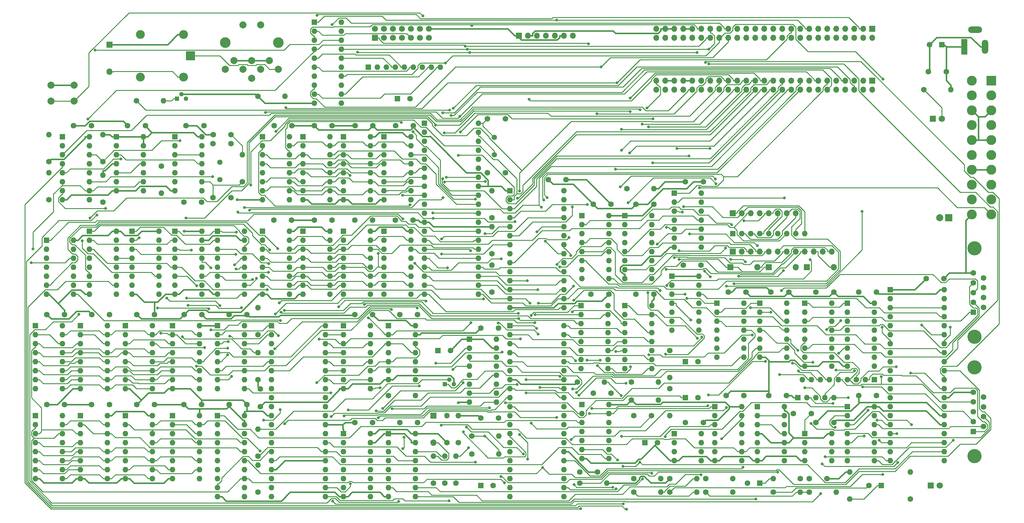
<source format=gbr>
G04 #@! TF.GenerationSoftware,KiCad,Pcbnew,5.1.6-c6e7f7d~86~ubuntu18.04.1*
G04 #@! TF.CreationDate,2021-05-02T12:58:01+02:00*
G04 #@! TF.ProjectId,MSX1,4d535831-2e6b-4696-9361-645f70636258,rev?*
G04 #@! TF.SameCoordinates,Original*
G04 #@! TF.FileFunction,Copper,L1,Top*
G04 #@! TF.FilePolarity,Positive*
%FSLAX46Y46*%
G04 Gerber Fmt 4.6, Leading zero omitted, Abs format (unit mm)*
G04 Created by KiCad (PCBNEW 5.1.6-c6e7f7d~86~ubuntu18.04.1) date 2021-05-02 12:58:02*
%MOMM*%
%LPD*%
G01*
G04 APERTURE LIST*
G04 #@! TA.AperFunction,ComponentPad*
%ADD10R,1.300000X1.300000*%
G04 #@! TD*
G04 #@! TA.AperFunction,ComponentPad*
%ADD11C,1.300000*%
G04 #@! TD*
G04 #@! TA.AperFunction,ComponentPad*
%ADD12O,1.800000X1.800000*%
G04 #@! TD*
G04 #@! TA.AperFunction,ComponentPad*
%ADD13R,1.800000X1.800000*%
G04 #@! TD*
G04 #@! TA.AperFunction,ComponentPad*
%ADD14O,1.600000X1.600000*%
G04 #@! TD*
G04 #@! TA.AperFunction,ComponentPad*
%ADD15C,1.600000*%
G04 #@! TD*
G04 #@! TA.AperFunction,ComponentPad*
%ADD16C,1.800000*%
G04 #@! TD*
G04 #@! TA.AperFunction,ComponentPad*
%ADD17R,1.800000X4.400000*%
G04 #@! TD*
G04 #@! TA.AperFunction,ComponentPad*
%ADD18O,1.800000X4.000000*%
G04 #@! TD*
G04 #@! TA.AperFunction,ComponentPad*
%ADD19O,4.000000X1.800000*%
G04 #@! TD*
G04 #@! TA.AperFunction,ComponentPad*
%ADD20R,1.600000X1.600000*%
G04 #@! TD*
G04 #@! TA.AperFunction,ComponentPad*
%ADD21C,2.000000*%
G04 #@! TD*
G04 #@! TA.AperFunction,ComponentPad*
%ADD22C,2.800000*%
G04 #@! TD*
G04 #@! TA.AperFunction,ComponentPad*
%ADD23R,2.800000X2.800000*%
G04 #@! TD*
G04 #@! TA.AperFunction,ComponentPad*
%ADD24R,2.000000X2.000000*%
G04 #@! TD*
G04 #@! TA.AperFunction,ComponentPad*
%ADD25C,1.500000*%
G04 #@! TD*
G04 #@! TA.AperFunction,ComponentPad*
%ADD26O,1.700000X1.700000*%
G04 #@! TD*
G04 #@! TA.AperFunction,ComponentPad*
%ADD27R,1.700000X1.700000*%
G04 #@! TD*
G04 #@! TA.AperFunction,ComponentPad*
%ADD28O,2.500000X2.500000*%
G04 #@! TD*
G04 #@! TA.AperFunction,ComponentPad*
%ADD29R,2.500000X2.500000*%
G04 #@! TD*
G04 #@! TA.AperFunction,ComponentPad*
%ADD30C,4.000000*%
G04 #@! TD*
G04 #@! TA.AperFunction,ComponentPad*
%ADD31C,1.700000*%
G04 #@! TD*
G04 #@! TA.AperFunction,ComponentPad*
%ADD32C,3.000000*%
G04 #@! TD*
G04 #@! TA.AperFunction,ViaPad*
%ADD33C,0.800000*%
G04 #@! TD*
G04 #@! TA.AperFunction,Conductor*
%ADD34C,0.250000*%
G04 #@! TD*
G04 #@! TA.AperFunction,Conductor*
%ADD35C,0.400000*%
G04 #@! TD*
G04 APERTURE END LIST*
D10*
X203835000Y-173990000D03*
D11*
X206375000Y-173990000D03*
X205105000Y-172720000D03*
D12*
X200660000Y-190500000D03*
D13*
X200660000Y-182880000D03*
D12*
X292100000Y-140970000D03*
D13*
X284480000Y-140970000D03*
D12*
X302895000Y-140970000D03*
D13*
X295275000Y-140970000D03*
D12*
X313690000Y-140970000D03*
D13*
X306070000Y-140970000D03*
D10*
X128270000Y-93345000D03*
D11*
X130810000Y-93345000D03*
X129540000Y-92075000D03*
D12*
X109220000Y-85725000D03*
D13*
X109220000Y-78105000D03*
D14*
X346710000Y-90805000D03*
D15*
X339090000Y-90805000D03*
D16*
X344170000Y-99060000D03*
D13*
X341630000Y-99060000D03*
D17*
X350520000Y-78740000D03*
D18*
X356320000Y-78740000D03*
D19*
X353520000Y-73940000D03*
D15*
X345360000Y-85725000D03*
X340360000Y-85725000D03*
X340670000Y-78105000D03*
D20*
X344170000Y-78105000D03*
D14*
X305435000Y-131445000D03*
X302895000Y-131445000D03*
X300355000Y-131445000D03*
X297815000Y-131445000D03*
X295275000Y-131445000D03*
X292735000Y-131445000D03*
X290195000Y-131445000D03*
X287655000Y-131445000D03*
D20*
X285115000Y-131445000D03*
D14*
X237490000Y-119380000D03*
X222250000Y-152400000D03*
X237490000Y-121920000D03*
X222250000Y-149860000D03*
X237490000Y-124460000D03*
X222250000Y-147320000D03*
X237490000Y-127000000D03*
X222250000Y-144780000D03*
X237490000Y-129540000D03*
X222250000Y-142240000D03*
X237490000Y-132080000D03*
X222250000Y-139700000D03*
X237490000Y-134620000D03*
X222250000Y-137160000D03*
X237490000Y-137160000D03*
X222250000Y-134620000D03*
X237490000Y-139700000D03*
X222250000Y-132080000D03*
X237490000Y-142240000D03*
X222250000Y-129540000D03*
X237490000Y-144780000D03*
X222250000Y-127000000D03*
X237490000Y-147320000D03*
X222250000Y-124460000D03*
X237490000Y-149860000D03*
X222250000Y-121920000D03*
X237490000Y-152400000D03*
D20*
X222250000Y-119380000D03*
D21*
X99210000Y-89535000D03*
X99210000Y-94035000D03*
X92710000Y-89535000D03*
X92710000Y-94035000D03*
D14*
X207010000Y-194310000D03*
D15*
X207010000Y-201930000D03*
D14*
X262890000Y-118745000D03*
D15*
X255270000Y-118745000D03*
D14*
X146685000Y-109220000D03*
D15*
X146685000Y-116840000D03*
D14*
X123825000Y-120015000D03*
D15*
X123825000Y-112395000D03*
D14*
X217170000Y-129540000D03*
D15*
X217170000Y-137160000D03*
D14*
X217170000Y-140335000D03*
D15*
X217170000Y-147955000D03*
D14*
X217170000Y-119380000D03*
D15*
X217170000Y-127000000D03*
D14*
X314325000Y-204470000D03*
D15*
X306705000Y-204470000D03*
D14*
X296545000Y-200660000D03*
D15*
X304165000Y-200660000D03*
D14*
X151130000Y-186690000D03*
D15*
X151130000Y-194310000D03*
D14*
X285115000Y-200660000D03*
D15*
X277495000Y-200660000D03*
D14*
X285115000Y-204470000D03*
D15*
X277495000Y-204470000D03*
D14*
X304165000Y-204470000D03*
D15*
X296545000Y-204470000D03*
D14*
X92075000Y-114300000D03*
D15*
X92075000Y-121920000D03*
D14*
X151130000Y-152400000D03*
D15*
X151130000Y-160020000D03*
D14*
X151130000Y-196850000D03*
D15*
X151130000Y-204470000D03*
D14*
X107315000Y-103505000D03*
D15*
X107315000Y-111125000D03*
D14*
X151130000Y-165100000D03*
D15*
X151130000Y-172720000D03*
D14*
X92075000Y-103505000D03*
D15*
X92075000Y-111125000D03*
D14*
X107315000Y-114935000D03*
D15*
X107315000Y-122555000D03*
D14*
X335280000Y-198755000D03*
D15*
X335280000Y-206375000D03*
D14*
X219075000Y-188595000D03*
D15*
X211455000Y-188595000D03*
D14*
X124460000Y-93980000D03*
D15*
X116840000Y-93980000D03*
D14*
X249555000Y-201930000D03*
D15*
X241935000Y-201930000D03*
D14*
X318135000Y-198755000D03*
D15*
X318135000Y-206375000D03*
D14*
X158750000Y-92710000D03*
D15*
X151130000Y-92710000D03*
D14*
X219075000Y-193675000D03*
D15*
X211455000Y-193675000D03*
D14*
X248920000Y-173355000D03*
D15*
X241300000Y-173355000D03*
D14*
X195580000Y-177165000D03*
D15*
X187960000Y-177165000D03*
D14*
X203835000Y-194310000D03*
D15*
X203835000Y-201930000D03*
D14*
X204470000Y-182880000D03*
D15*
X204470000Y-190500000D03*
D14*
X207645000Y-182880000D03*
D15*
X207645000Y-190500000D03*
D14*
X200660000Y-194310000D03*
D15*
X200660000Y-201930000D03*
D14*
X267335000Y-182880000D03*
D15*
X267335000Y-175260000D03*
D14*
X274955000Y-200660000D03*
D15*
X267335000Y-200660000D03*
D14*
X264160000Y-173355000D03*
D15*
X256540000Y-173355000D03*
D14*
X264795000Y-200660000D03*
D15*
X257175000Y-200660000D03*
D14*
X267335000Y-172085000D03*
D15*
X267335000Y-164465000D03*
D14*
X264795000Y-204470000D03*
D15*
X257175000Y-204470000D03*
D14*
X274955000Y-204470000D03*
D15*
X267335000Y-204470000D03*
D14*
X264160000Y-178435000D03*
D15*
X256540000Y-178435000D03*
X138510000Y-103505000D03*
X143510000Y-103505000D03*
X143430000Y-121285000D03*
X138430000Y-121285000D03*
X143430000Y-106045000D03*
X138430000Y-106045000D03*
X135175000Y-122555000D03*
X130175000Y-122555000D03*
X311705000Y-200660000D03*
X306705000Y-200660000D03*
X220900000Y-99060000D03*
X215900000Y-99060000D03*
X218995000Y-183515000D03*
X213995000Y-183515000D03*
X276145000Y-140335000D03*
X271145000Y-140335000D03*
X238045000Y-116205000D03*
X233045000Y-116205000D03*
X246935000Y-198755000D03*
X241935000Y-198755000D03*
X196135000Y-184785000D03*
X191135000Y-184785000D03*
X220900000Y-114300000D03*
X215900000Y-114300000D03*
X160575000Y-127635000D03*
X155575000Y-127635000D03*
X116920000Y-179705000D03*
X121920000Y-179705000D03*
X109140000Y-179705000D03*
X104140000Y-179705000D03*
X116920000Y-154305000D03*
X121920000Y-154305000D03*
X130255000Y-154305000D03*
X135255000Y-154305000D03*
X91520000Y-179705000D03*
X96520000Y-179705000D03*
X142955000Y-154305000D03*
X147955000Y-154305000D03*
X104220000Y-154305000D03*
X109220000Y-154305000D03*
X91520000Y-154305000D03*
X96520000Y-154305000D03*
X183435000Y-184785000D03*
X178435000Y-184785000D03*
X250745000Y-176530000D03*
X245745000Y-176530000D03*
X288290000Y-177165000D03*
X283290000Y-177165000D03*
X147955000Y-179705000D03*
X142955000Y-179705000D03*
X307260000Y-182245000D03*
X302260000Y-182245000D03*
X262810000Y-123190000D03*
X257810000Y-123190000D03*
X218995000Y-158115000D03*
X213995000Y-158115000D03*
X155655000Y-100965000D03*
X160655000Y-100965000D03*
X189945000Y-100965000D03*
X194945000Y-100965000D03*
X178515000Y-100965000D03*
X183515000Y-100965000D03*
X151765000Y-175340000D03*
X151765000Y-180340000D03*
X276780000Y-116840000D03*
X271780000Y-116840000D03*
X104060000Y-100965000D03*
X99060000Y-100965000D03*
X183435000Y-154305000D03*
X178435000Y-154305000D03*
X119300000Y-100965000D03*
X114300000Y-100965000D03*
X250745000Y-123190000D03*
X245745000Y-123190000D03*
X135175000Y-179705000D03*
X130175000Y-179705000D03*
X325675000Y-147955000D03*
X320675000Y-147955000D03*
X344725000Y-144145000D03*
X339725000Y-144145000D03*
X300275000Y-177165000D03*
X295275000Y-177165000D03*
X276780000Y-184785000D03*
X271780000Y-184785000D03*
X196135000Y-154305000D03*
X191135000Y-154305000D03*
X288845000Y-147955000D03*
X283845000Y-147955000D03*
X250110000Y-148590000D03*
X245110000Y-148590000D03*
X262810000Y-148590000D03*
X257810000Y-148590000D03*
X325675000Y-177165000D03*
X320675000Y-177165000D03*
X300910000Y-147955000D03*
X295910000Y-147955000D03*
X194865000Y-127635000D03*
X189865000Y-127635000D03*
X183435000Y-127635000D03*
X178435000Y-127635000D03*
X172005000Y-100965000D03*
X167005000Y-100965000D03*
X172005000Y-127635000D03*
X167005000Y-127635000D03*
X262175000Y-182880000D03*
X257175000Y-182880000D03*
X313610000Y-147955000D03*
X308610000Y-147955000D03*
X313610000Y-184785000D03*
X308610000Y-184785000D03*
X135810000Y-100965000D03*
X130810000Y-100965000D03*
X194000000Y-93345000D03*
D20*
X190500000Y-93345000D03*
D22*
X352640000Y-126065000D03*
X352640000Y-121865000D03*
X352640000Y-117665000D03*
X352640000Y-113465000D03*
X352640000Y-109265000D03*
X352640000Y-105065000D03*
X352640000Y-100865000D03*
X352640000Y-96665000D03*
X352640000Y-92465000D03*
X352640000Y-88265000D03*
X358140000Y-126065000D03*
X358140000Y-121865000D03*
X358140000Y-117665000D03*
X358140000Y-113465000D03*
X358140000Y-109265000D03*
X358140000Y-105065000D03*
X358140000Y-100865000D03*
X358140000Y-96665000D03*
X358140000Y-92465000D03*
D23*
X358140000Y-88265000D03*
D21*
X343535000Y-127000000D03*
D24*
X346075000Y-127000000D03*
D25*
X217805000Y-104340000D03*
X217805000Y-109220000D03*
D20*
X163830000Y-130810000D03*
D14*
X171450000Y-148590000D03*
X163830000Y-133350000D03*
X171450000Y-146050000D03*
X163830000Y-135890000D03*
X171450000Y-143510000D03*
X163830000Y-138430000D03*
X171450000Y-140970000D03*
X163830000Y-140970000D03*
X171450000Y-138430000D03*
X163830000Y-143510000D03*
X171450000Y-135890000D03*
X163830000Y-146050000D03*
X171450000Y-133350000D03*
X163830000Y-148590000D03*
X171450000Y-130810000D03*
X160020000Y-130810000D03*
X152400000Y-148590000D03*
X160020000Y-133350000D03*
X152400000Y-146050000D03*
X160020000Y-135890000D03*
X152400000Y-143510000D03*
X160020000Y-138430000D03*
X152400000Y-140970000D03*
X160020000Y-140970000D03*
X152400000Y-138430000D03*
X160020000Y-143510000D03*
X152400000Y-135890000D03*
X160020000Y-146050000D03*
X152400000Y-133350000D03*
X160020000Y-148590000D03*
D20*
X152400000Y-130810000D03*
X175260000Y-104140000D03*
D14*
X182880000Y-121920000D03*
X175260000Y-106680000D03*
X182880000Y-119380000D03*
X175260000Y-109220000D03*
X182880000Y-116840000D03*
X175260000Y-111760000D03*
X182880000Y-114300000D03*
X175260000Y-114300000D03*
X182880000Y-111760000D03*
X175260000Y-116840000D03*
X182880000Y-109220000D03*
X175260000Y-119380000D03*
X182880000Y-106680000D03*
X175260000Y-121920000D03*
X182880000Y-104140000D03*
X171450000Y-104140000D03*
X163830000Y-121920000D03*
X171450000Y-106680000D03*
X163830000Y-119380000D03*
X171450000Y-109220000D03*
X163830000Y-116840000D03*
X171450000Y-111760000D03*
X163830000Y-114300000D03*
X171450000Y-114300000D03*
X163830000Y-111760000D03*
X171450000Y-116840000D03*
X163830000Y-109220000D03*
X171450000Y-119380000D03*
X163830000Y-106680000D03*
X171450000Y-121920000D03*
D20*
X163830000Y-104140000D03*
X152400000Y-104140000D03*
D14*
X160020000Y-121920000D03*
X152400000Y-106680000D03*
X160020000Y-119380000D03*
X152400000Y-109220000D03*
X160020000Y-116840000D03*
X152400000Y-111760000D03*
X160020000Y-114300000D03*
X152400000Y-114300000D03*
X160020000Y-111760000D03*
X152400000Y-116840000D03*
X160020000Y-109220000D03*
X152400000Y-119380000D03*
X160020000Y-106680000D03*
X152400000Y-121920000D03*
X160020000Y-104140000D03*
X194310000Y-104140000D03*
X186690000Y-121920000D03*
X194310000Y-106680000D03*
X186690000Y-119380000D03*
X194310000Y-109220000D03*
X186690000Y-116840000D03*
X194310000Y-111760000D03*
X186690000Y-114300000D03*
X194310000Y-114300000D03*
X186690000Y-111760000D03*
X194310000Y-116840000D03*
X186690000Y-109220000D03*
X194310000Y-119380000D03*
X186690000Y-106680000D03*
X194310000Y-121920000D03*
D20*
X186690000Y-104140000D03*
X186690000Y-130810000D03*
D14*
X194310000Y-148590000D03*
X186690000Y-133350000D03*
X194310000Y-146050000D03*
X186690000Y-135890000D03*
X194310000Y-143510000D03*
X186690000Y-138430000D03*
X194310000Y-140970000D03*
X186690000Y-140970000D03*
X194310000Y-138430000D03*
X186690000Y-143510000D03*
X194310000Y-135890000D03*
X186690000Y-146050000D03*
X194310000Y-133350000D03*
X186690000Y-148590000D03*
X194310000Y-130810000D03*
X182880000Y-130810000D03*
X175260000Y-148590000D03*
X182880000Y-133350000D03*
X175260000Y-146050000D03*
X182880000Y-135890000D03*
X175260000Y-143510000D03*
X182880000Y-138430000D03*
X175260000Y-140970000D03*
X182880000Y-140970000D03*
X175260000Y-138430000D03*
X182880000Y-143510000D03*
X175260000Y-135890000D03*
X182880000Y-146050000D03*
X175260000Y-133350000D03*
X182880000Y-148590000D03*
D20*
X175260000Y-130810000D03*
D14*
X213360000Y-100330000D03*
X198120000Y-148590000D03*
X213360000Y-102870000D03*
X198120000Y-146050000D03*
X213360000Y-105410000D03*
X198120000Y-143510000D03*
X213360000Y-107950000D03*
X198120000Y-140970000D03*
X213360000Y-110490000D03*
X198120000Y-138430000D03*
X213360000Y-113030000D03*
X198120000Y-135890000D03*
X213360000Y-115570000D03*
X198120000Y-133350000D03*
X213360000Y-118110000D03*
X198120000Y-130810000D03*
X213360000Y-120650000D03*
X198120000Y-128270000D03*
X213360000Y-123190000D03*
X198120000Y-125730000D03*
X213360000Y-125730000D03*
X198120000Y-123190000D03*
X213360000Y-128270000D03*
X198120000Y-120650000D03*
X213360000Y-130810000D03*
X198120000Y-118110000D03*
X213360000Y-133350000D03*
X198120000Y-115570000D03*
X213360000Y-135890000D03*
X198120000Y-113030000D03*
X213360000Y-138430000D03*
X198120000Y-110490000D03*
X213360000Y-140970000D03*
X198120000Y-107950000D03*
X213360000Y-143510000D03*
X198120000Y-105410000D03*
X213360000Y-146050000D03*
X198120000Y-102870000D03*
X213360000Y-148590000D03*
D20*
X198120000Y-100330000D03*
D26*
X240030000Y-75565000D03*
X237490000Y-75565000D03*
X234950000Y-75565000D03*
X232410000Y-75565000D03*
X229870000Y-75565000D03*
X227330000Y-75565000D03*
D27*
X224790000Y-75565000D03*
D28*
X130080000Y-87280000D03*
X117880000Y-87280000D03*
X117880000Y-75280000D03*
X130080000Y-75280000D03*
D29*
X132080000Y-81280000D03*
D14*
X313690000Y-177800000D03*
X311150000Y-177800000D03*
X308610000Y-177800000D03*
X306070000Y-177800000D03*
D20*
X303530000Y-177800000D03*
X325120000Y-172720000D03*
D14*
X322580000Y-172720000D03*
X320040000Y-172720000D03*
X317500000Y-172720000D03*
X314960000Y-172720000D03*
X312420000Y-172720000D03*
X309880000Y-172720000D03*
X307340000Y-172720000D03*
X304800000Y-172720000D03*
X202565000Y-84455000D03*
X200025000Y-84455000D03*
X197485000Y-84455000D03*
X194945000Y-84455000D03*
X192405000Y-84455000D03*
X189865000Y-84455000D03*
X187325000Y-84455000D03*
X184785000Y-84455000D03*
D20*
X182245000Y-84455000D03*
X127000000Y-182880000D03*
D14*
X134620000Y-200660000D03*
X127000000Y-185420000D03*
X134620000Y-198120000D03*
X127000000Y-187960000D03*
X134620000Y-195580000D03*
X127000000Y-190500000D03*
X134620000Y-193040000D03*
X127000000Y-193040000D03*
X134620000Y-190500000D03*
X127000000Y-195580000D03*
X134620000Y-187960000D03*
X127000000Y-198120000D03*
X134620000Y-185420000D03*
X127000000Y-200660000D03*
X134620000Y-182880000D03*
X134620000Y-157480000D03*
X127000000Y-175260000D03*
X134620000Y-160020000D03*
X127000000Y-172720000D03*
X134620000Y-162560000D03*
X127000000Y-170180000D03*
X134620000Y-165100000D03*
X127000000Y-167640000D03*
X134620000Y-167640000D03*
X127000000Y-165100000D03*
X134620000Y-170180000D03*
X127000000Y-162560000D03*
X134620000Y-172720000D03*
X127000000Y-160020000D03*
X134620000Y-175260000D03*
D20*
X127000000Y-157480000D03*
X113665000Y-157480000D03*
D14*
X121285000Y-175260000D03*
X113665000Y-160020000D03*
X121285000Y-172720000D03*
X113665000Y-162560000D03*
X121285000Y-170180000D03*
X113665000Y-165100000D03*
X121285000Y-167640000D03*
X113665000Y-167640000D03*
X121285000Y-165100000D03*
X113665000Y-170180000D03*
X121285000Y-162560000D03*
X113665000Y-172720000D03*
X121285000Y-160020000D03*
X113665000Y-175260000D03*
X121285000Y-157480000D03*
X121285000Y-182880000D03*
X113665000Y-200660000D03*
X121285000Y-185420000D03*
X113665000Y-198120000D03*
X121285000Y-187960000D03*
X113665000Y-195580000D03*
X121285000Y-190500000D03*
X113665000Y-193040000D03*
X121285000Y-193040000D03*
X113665000Y-190500000D03*
X121285000Y-195580000D03*
X113665000Y-187960000D03*
X121285000Y-198120000D03*
X113665000Y-185420000D03*
X121285000Y-200660000D03*
D20*
X113665000Y-182880000D03*
X100965000Y-157480000D03*
D14*
X108585000Y-175260000D03*
X100965000Y-160020000D03*
X108585000Y-172720000D03*
X100965000Y-162560000D03*
X108585000Y-170180000D03*
X100965000Y-165100000D03*
X108585000Y-167640000D03*
X100965000Y-167640000D03*
X108585000Y-165100000D03*
X100965000Y-170180000D03*
X108585000Y-162560000D03*
X100965000Y-172720000D03*
X108585000Y-160020000D03*
X100965000Y-175260000D03*
X108585000Y-157480000D03*
X95885000Y-157480000D03*
X88265000Y-175260000D03*
X95885000Y-160020000D03*
X88265000Y-172720000D03*
X95885000Y-162560000D03*
X88265000Y-170180000D03*
X95885000Y-165100000D03*
X88265000Y-167640000D03*
X95885000Y-167640000D03*
X88265000Y-165100000D03*
X95885000Y-170180000D03*
X88265000Y-162560000D03*
X95885000Y-172720000D03*
X88265000Y-160020000D03*
X95885000Y-175260000D03*
D20*
X88265000Y-157480000D03*
X88265000Y-182880000D03*
D14*
X95885000Y-200660000D03*
X88265000Y-185420000D03*
X95885000Y-198120000D03*
X88265000Y-187960000D03*
X95885000Y-195580000D03*
X88265000Y-190500000D03*
X95885000Y-193040000D03*
X88265000Y-193040000D03*
X95885000Y-190500000D03*
X88265000Y-195580000D03*
X95885000Y-187960000D03*
X88265000Y-198120000D03*
X95885000Y-185420000D03*
X88265000Y-200660000D03*
X95885000Y-182880000D03*
X108585000Y-182880000D03*
X100965000Y-200660000D03*
X108585000Y-185420000D03*
X100965000Y-198120000D03*
X108585000Y-187960000D03*
X100965000Y-195580000D03*
X108585000Y-190500000D03*
X100965000Y-193040000D03*
X108585000Y-193040000D03*
X100965000Y-190500000D03*
X108585000Y-195580000D03*
X100965000Y-187960000D03*
X108585000Y-198120000D03*
X100965000Y-185420000D03*
X108585000Y-200660000D03*
D20*
X100965000Y-182880000D03*
D14*
X99060000Y-133350000D03*
X91440000Y-148590000D03*
X99060000Y-135890000D03*
X91440000Y-146050000D03*
X99060000Y-138430000D03*
X91440000Y-143510000D03*
X99060000Y-140970000D03*
X91440000Y-140970000D03*
X99060000Y-143510000D03*
X91440000Y-138430000D03*
X99060000Y-146050000D03*
X91440000Y-135890000D03*
X99060000Y-148590000D03*
D20*
X91440000Y-133350000D03*
X127635000Y-130810000D03*
D14*
X135255000Y-148590000D03*
X127635000Y-133350000D03*
X135255000Y-146050000D03*
X127635000Y-135890000D03*
X135255000Y-143510000D03*
X127635000Y-138430000D03*
X135255000Y-140970000D03*
X127635000Y-140970000D03*
X135255000Y-138430000D03*
X127635000Y-143510000D03*
X135255000Y-135890000D03*
X127635000Y-146050000D03*
X135255000Y-133350000D03*
X127635000Y-148590000D03*
X135255000Y-130810000D03*
X147320000Y-130810000D03*
X139700000Y-148590000D03*
X147320000Y-133350000D03*
X139700000Y-146050000D03*
X147320000Y-135890000D03*
X139700000Y-143510000D03*
X147320000Y-138430000D03*
X139700000Y-140970000D03*
X147320000Y-140970000D03*
X139700000Y-138430000D03*
X147320000Y-143510000D03*
X139700000Y-135890000D03*
X147320000Y-146050000D03*
X139700000Y-133350000D03*
X147320000Y-148590000D03*
D20*
X139700000Y-130810000D03*
X353060000Y-187325000D03*
D15*
X353060000Y-184555000D03*
X353060000Y-181785000D03*
X353060000Y-179015000D03*
X353060000Y-176245000D03*
X355900000Y-185940000D03*
X355900000Y-183170000D03*
X355900000Y-180400000D03*
X355900000Y-177630000D03*
D30*
X353360000Y-194285000D03*
X353360000Y-169285000D03*
X353360000Y-135630000D03*
X353360000Y-160630000D03*
D15*
X355900000Y-143975000D03*
X355900000Y-146745000D03*
X355900000Y-149515000D03*
X355900000Y-152285000D03*
X353060000Y-142590000D03*
X353060000Y-145360000D03*
X353060000Y-148130000D03*
X353060000Y-150900000D03*
D20*
X353060000Y-153670000D03*
D31*
X199390000Y-73660000D03*
X199390000Y-76200000D03*
X196850000Y-73660000D03*
X196850000Y-76200000D03*
X194310000Y-73660000D03*
X194310000Y-76200000D03*
X191770000Y-73660000D03*
X191770000Y-76200000D03*
X189230000Y-73660000D03*
X189230000Y-76200000D03*
X186690000Y-73660000D03*
X186690000Y-76200000D03*
X184150000Y-73660000D03*
D27*
X184150000Y-76200000D03*
D14*
X275590000Y-143510000D03*
X267970000Y-158750000D03*
X275590000Y-146050000D03*
X267970000Y-156210000D03*
X275590000Y-148590000D03*
X267970000Y-153670000D03*
X275590000Y-151130000D03*
X267970000Y-151130000D03*
X275590000Y-153670000D03*
X267970000Y-148590000D03*
X275590000Y-156210000D03*
X267970000Y-146050000D03*
X275590000Y-158750000D03*
D20*
X267970000Y-143510000D03*
X305435000Y-151130000D03*
D14*
X313055000Y-168910000D03*
X305435000Y-153670000D03*
X313055000Y-166370000D03*
X305435000Y-156210000D03*
X313055000Y-163830000D03*
X305435000Y-158750000D03*
X313055000Y-161290000D03*
X305435000Y-161290000D03*
X313055000Y-158750000D03*
X305435000Y-163830000D03*
X313055000Y-156210000D03*
X305435000Y-166370000D03*
X313055000Y-153670000D03*
X305435000Y-168910000D03*
X313055000Y-151130000D03*
X111125000Y-130810000D03*
X103505000Y-148590000D03*
X111125000Y-133350000D03*
X103505000Y-146050000D03*
X111125000Y-135890000D03*
X103505000Y-143510000D03*
X111125000Y-138430000D03*
X103505000Y-140970000D03*
X111125000Y-140970000D03*
X103505000Y-138430000D03*
X111125000Y-143510000D03*
X103505000Y-135890000D03*
X111125000Y-146050000D03*
X103505000Y-133350000D03*
X111125000Y-148590000D03*
D20*
X103505000Y-130810000D03*
X115570000Y-130810000D03*
D14*
X123190000Y-148590000D03*
X115570000Y-133350000D03*
X123190000Y-146050000D03*
X115570000Y-135890000D03*
X123190000Y-143510000D03*
X115570000Y-138430000D03*
X123190000Y-140970000D03*
X115570000Y-140970000D03*
X123190000Y-138430000D03*
X115570000Y-143510000D03*
X123190000Y-135890000D03*
X115570000Y-146050000D03*
X123190000Y-133350000D03*
X115570000Y-148590000D03*
X123190000Y-130810000D03*
X325120000Y-151130000D03*
X317500000Y-168910000D03*
X325120000Y-153670000D03*
X317500000Y-166370000D03*
X325120000Y-156210000D03*
X317500000Y-163830000D03*
X325120000Y-158750000D03*
X317500000Y-161290000D03*
X325120000Y-161290000D03*
X317500000Y-158750000D03*
X325120000Y-163830000D03*
X317500000Y-156210000D03*
X325120000Y-166370000D03*
X317500000Y-153670000D03*
X325120000Y-168910000D03*
D20*
X317500000Y-151130000D03*
D14*
X174625000Y-71755000D03*
X167005000Y-94615000D03*
X174625000Y-74295000D03*
X167005000Y-92075000D03*
X174625000Y-76835000D03*
X167005000Y-89535000D03*
X174625000Y-79375000D03*
X167005000Y-86995000D03*
X174625000Y-81915000D03*
X167005000Y-84455000D03*
X174625000Y-84455000D03*
X167005000Y-81915000D03*
X174625000Y-86995000D03*
X167005000Y-79375000D03*
X174625000Y-89535000D03*
X167005000Y-76835000D03*
X174625000Y-92075000D03*
X167005000Y-74295000D03*
X174625000Y-94615000D03*
D20*
X167005000Y-71755000D03*
X213995000Y-202565000D03*
D15*
X217495000Y-202565000D03*
X263850000Y-190500000D03*
D20*
X260350000Y-190500000D03*
X271780000Y-177800000D03*
D15*
X275280000Y-177800000D03*
X275280000Y-167640000D03*
D20*
X271780000Y-167640000D03*
X327025000Y-202565000D03*
D15*
X323525000Y-202565000D03*
X289235000Y-201930000D03*
D20*
X292735000Y-201930000D03*
D21*
X156845000Y-85090000D03*
X151845000Y-85090000D03*
X146845000Y-85090000D03*
X141845000Y-85090000D03*
X154345000Y-82590000D03*
X149345000Y-82590000D03*
X144345000Y-82590000D03*
X149345000Y-87590000D03*
X151845000Y-72590000D03*
X146845000Y-72590000D03*
D32*
X141845000Y-77590000D03*
X156845000Y-77590000D03*
D20*
X292735000Y-151130000D03*
D14*
X300355000Y-166370000D03*
X292735000Y-153670000D03*
X300355000Y-163830000D03*
X292735000Y-156210000D03*
X300355000Y-161290000D03*
X292735000Y-158750000D03*
X300355000Y-158750000D03*
X292735000Y-161290000D03*
X300355000Y-156210000D03*
X292735000Y-163830000D03*
X300355000Y-153670000D03*
X292735000Y-166370000D03*
X300355000Y-151130000D03*
X325120000Y-180340000D03*
X317500000Y-195580000D03*
X325120000Y-182880000D03*
X317500000Y-193040000D03*
X325120000Y-185420000D03*
X317500000Y-190500000D03*
X325120000Y-187960000D03*
X317500000Y-187960000D03*
X325120000Y-190500000D03*
X317500000Y-185420000D03*
X325120000Y-193040000D03*
X317500000Y-182880000D03*
X325120000Y-195580000D03*
D20*
X317500000Y-180340000D03*
X292100000Y-180340000D03*
D14*
X299720000Y-195580000D03*
X292100000Y-182880000D03*
X299720000Y-193040000D03*
X292100000Y-185420000D03*
X299720000Y-190500000D03*
X292100000Y-187960000D03*
X299720000Y-187960000D03*
X292100000Y-190500000D03*
X299720000Y-185420000D03*
X292100000Y-193040000D03*
X299720000Y-182880000D03*
X292100000Y-195580000D03*
X299720000Y-180340000D03*
X288290000Y-151130000D03*
X280670000Y-166370000D03*
X288290000Y-153670000D03*
X280670000Y-163830000D03*
X288290000Y-156210000D03*
X280670000Y-161290000D03*
X288290000Y-158750000D03*
X280670000Y-158750000D03*
X288290000Y-161290000D03*
X280670000Y-156210000D03*
X288290000Y-163830000D03*
X280670000Y-153670000D03*
X288290000Y-166370000D03*
D20*
X280670000Y-151130000D03*
D14*
X344805000Y-147320000D03*
X329565000Y-195580000D03*
X344805000Y-149860000D03*
X329565000Y-193040000D03*
X344805000Y-152400000D03*
X329565000Y-190500000D03*
X344805000Y-154940000D03*
X329565000Y-187960000D03*
X344805000Y-157480000D03*
X329565000Y-185420000D03*
X344805000Y-160020000D03*
X329565000Y-182880000D03*
X344805000Y-162560000D03*
X329565000Y-180340000D03*
X344805000Y-165100000D03*
X329565000Y-177800000D03*
X344805000Y-167640000D03*
X329565000Y-175260000D03*
X344805000Y-170180000D03*
X329565000Y-172720000D03*
X344805000Y-172720000D03*
X329565000Y-170180000D03*
X344805000Y-175260000D03*
X329565000Y-167640000D03*
X344805000Y-177800000D03*
X329565000Y-165100000D03*
X344805000Y-180340000D03*
X329565000Y-162560000D03*
X344805000Y-182880000D03*
X329565000Y-160020000D03*
X344805000Y-185420000D03*
X329565000Y-157480000D03*
X344805000Y-187960000D03*
X329565000Y-154940000D03*
X344805000Y-190500000D03*
X329565000Y-152400000D03*
X344805000Y-193040000D03*
X329565000Y-149860000D03*
X344805000Y-195580000D03*
D20*
X329565000Y-147320000D03*
D14*
X237490000Y-157480000D03*
X222250000Y-205740000D03*
X237490000Y-160020000D03*
X222250000Y-203200000D03*
X237490000Y-162560000D03*
X222250000Y-200660000D03*
X237490000Y-165100000D03*
X222250000Y-198120000D03*
X237490000Y-167640000D03*
X222250000Y-195580000D03*
X237490000Y-170180000D03*
X222250000Y-193040000D03*
X237490000Y-172720000D03*
X222250000Y-190500000D03*
X237490000Y-175260000D03*
X222250000Y-187960000D03*
X237490000Y-177800000D03*
X222250000Y-185420000D03*
X237490000Y-180340000D03*
X222250000Y-182880000D03*
X237490000Y-182880000D03*
X222250000Y-180340000D03*
X237490000Y-185420000D03*
X222250000Y-177800000D03*
X237490000Y-187960000D03*
X222250000Y-175260000D03*
X237490000Y-190500000D03*
X222250000Y-172720000D03*
X237490000Y-193040000D03*
X222250000Y-170180000D03*
X237490000Y-195580000D03*
X222250000Y-167640000D03*
X237490000Y-198120000D03*
X222250000Y-165100000D03*
X237490000Y-200660000D03*
X222250000Y-162560000D03*
X237490000Y-203200000D03*
X222250000Y-160020000D03*
X237490000Y-205740000D03*
D20*
X222250000Y-157480000D03*
X305435000Y-187960000D03*
D14*
X313055000Y-195580000D03*
X305435000Y-190500000D03*
X313055000Y-193040000D03*
X305435000Y-193040000D03*
X313055000Y-190500000D03*
X305435000Y-195580000D03*
X313055000Y-187960000D03*
X276225000Y-187960000D03*
X268605000Y-195580000D03*
X276225000Y-190500000D03*
X268605000Y-193040000D03*
X276225000Y-193040000D03*
X268605000Y-190500000D03*
X276225000Y-195580000D03*
D20*
X268605000Y-187960000D03*
D16*
X343535000Y-202565000D03*
D13*
X340995000Y-202565000D03*
D20*
X254635000Y-126365000D03*
D14*
X262255000Y-144145000D03*
X254635000Y-128905000D03*
X262255000Y-141605000D03*
X254635000Y-131445000D03*
X262255000Y-139065000D03*
X254635000Y-133985000D03*
X262255000Y-136525000D03*
X254635000Y-136525000D03*
X262255000Y-133985000D03*
X254635000Y-139065000D03*
X262255000Y-131445000D03*
X254635000Y-141605000D03*
X262255000Y-128905000D03*
X254635000Y-144145000D03*
X262255000Y-126365000D03*
X250190000Y-126365000D03*
X242570000Y-144145000D03*
X250190000Y-128905000D03*
X242570000Y-141605000D03*
X250190000Y-131445000D03*
X242570000Y-139065000D03*
X250190000Y-133985000D03*
X242570000Y-136525000D03*
X250190000Y-136525000D03*
X242570000Y-133985000D03*
X250190000Y-139065000D03*
X242570000Y-131445000D03*
X250190000Y-141605000D03*
X242570000Y-128905000D03*
X250190000Y-144145000D03*
D20*
X242570000Y-126365000D03*
D26*
X302895000Y-125730000D03*
X300355000Y-125730000D03*
X297815000Y-125730000D03*
X295275000Y-125730000D03*
X292735000Y-125730000D03*
X290195000Y-125730000D03*
X287655000Y-125730000D03*
D27*
X285115000Y-125730000D03*
D26*
X313055000Y-136525000D03*
X310515000Y-136525000D03*
X307975000Y-136525000D03*
X305435000Y-136525000D03*
X302895000Y-136525000D03*
X300355000Y-136525000D03*
X297815000Y-136525000D03*
X295275000Y-136525000D03*
X292735000Y-136525000D03*
X290195000Y-136525000D03*
X287655000Y-136525000D03*
D27*
X285115000Y-136525000D03*
D14*
X287655000Y-180340000D03*
X280035000Y-195580000D03*
X287655000Y-182880000D03*
X280035000Y-193040000D03*
X287655000Y-185420000D03*
X280035000Y-190500000D03*
X287655000Y-187960000D03*
X280035000Y-187960000D03*
X287655000Y-190500000D03*
X280035000Y-185420000D03*
X287655000Y-193040000D03*
X280035000Y-182880000D03*
X287655000Y-195580000D03*
D20*
X280035000Y-180340000D03*
D14*
X195580000Y-187960000D03*
X187960000Y-205740000D03*
X195580000Y-190500000D03*
X187960000Y-203200000D03*
X195580000Y-193040000D03*
X187960000Y-200660000D03*
X195580000Y-195580000D03*
X187960000Y-198120000D03*
X195580000Y-198120000D03*
X187960000Y-195580000D03*
X195580000Y-200660000D03*
X187960000Y-193040000D03*
X195580000Y-203200000D03*
X187960000Y-190500000D03*
X195580000Y-205740000D03*
D20*
X187960000Y-187960000D03*
X254635000Y-151765000D03*
D14*
X262255000Y-169545000D03*
X254635000Y-154305000D03*
X262255000Y-167005000D03*
X254635000Y-156845000D03*
X262255000Y-164465000D03*
X254635000Y-159385000D03*
X262255000Y-161925000D03*
X254635000Y-161925000D03*
X262255000Y-159385000D03*
X254635000Y-164465000D03*
X262255000Y-156845000D03*
X254635000Y-167005000D03*
X262255000Y-154305000D03*
X254635000Y-169545000D03*
X262255000Y-151765000D03*
X249860000Y-151765000D03*
X242240000Y-169545000D03*
X249860000Y-154305000D03*
X242240000Y-167005000D03*
X249860000Y-156845000D03*
X242240000Y-164465000D03*
X249860000Y-159385000D03*
X242240000Y-161925000D03*
X249860000Y-161925000D03*
X242240000Y-159385000D03*
X249860000Y-164465000D03*
X242240000Y-156845000D03*
X249860000Y-167005000D03*
X242240000Y-154305000D03*
X249860000Y-169545000D03*
D20*
X242240000Y-151765000D03*
D25*
X140335000Y-111325000D03*
X140335000Y-116205000D03*
D14*
X135255000Y-104140000D03*
X127635000Y-119380000D03*
X135255000Y-106680000D03*
X127635000Y-116840000D03*
X135255000Y-109220000D03*
X127635000Y-114300000D03*
X135255000Y-111760000D03*
X127635000Y-111760000D03*
X135255000Y-114300000D03*
X127635000Y-109220000D03*
X135255000Y-116840000D03*
X127635000Y-106680000D03*
X135255000Y-119380000D03*
D20*
X127635000Y-104140000D03*
D14*
X118745000Y-104140000D03*
X111125000Y-119380000D03*
X118745000Y-106680000D03*
X111125000Y-116840000D03*
X118745000Y-109220000D03*
X111125000Y-114300000D03*
X118745000Y-111760000D03*
X111125000Y-111760000D03*
X118745000Y-114300000D03*
X111125000Y-109220000D03*
X118745000Y-116840000D03*
X111125000Y-106680000D03*
X118745000Y-119380000D03*
D20*
X111125000Y-104140000D03*
D14*
X276225000Y-120015000D03*
X268605000Y-135255000D03*
X276225000Y-122555000D03*
X268605000Y-132715000D03*
X276225000Y-125095000D03*
X268605000Y-130175000D03*
X276225000Y-127635000D03*
X268605000Y-127635000D03*
X276225000Y-130175000D03*
X268605000Y-125095000D03*
X276225000Y-132715000D03*
X268605000Y-122555000D03*
X276225000Y-135255000D03*
D20*
X268605000Y-120015000D03*
X175260000Y-187960000D03*
D14*
X182880000Y-205740000D03*
X175260000Y-190500000D03*
X182880000Y-203200000D03*
X175260000Y-193040000D03*
X182880000Y-200660000D03*
X175260000Y-195580000D03*
X182880000Y-198120000D03*
X175260000Y-198120000D03*
X182880000Y-195580000D03*
X175260000Y-200660000D03*
X182880000Y-193040000D03*
X175260000Y-203200000D03*
X182880000Y-190500000D03*
X175260000Y-205740000D03*
X182880000Y-187960000D03*
X218440000Y-161290000D03*
X210820000Y-179070000D03*
X218440000Y-163830000D03*
X210820000Y-176530000D03*
X218440000Y-166370000D03*
X210820000Y-173990000D03*
X218440000Y-168910000D03*
X210820000Y-171450000D03*
X218440000Y-171450000D03*
X210820000Y-168910000D03*
X218440000Y-173990000D03*
X210820000Y-166370000D03*
X218440000Y-176530000D03*
X210820000Y-163830000D03*
X218440000Y-179070000D03*
D20*
X210820000Y-161290000D03*
X175260000Y-157480000D03*
D14*
X182880000Y-175260000D03*
X175260000Y-160020000D03*
X182880000Y-172720000D03*
X175260000Y-162560000D03*
X182880000Y-170180000D03*
X175260000Y-165100000D03*
X182880000Y-167640000D03*
X175260000Y-167640000D03*
X182880000Y-165100000D03*
X175260000Y-170180000D03*
X182880000Y-162560000D03*
X175260000Y-172720000D03*
X182880000Y-160020000D03*
X175260000Y-175260000D03*
X182880000Y-157480000D03*
X147320000Y-157480000D03*
X139700000Y-175260000D03*
X147320000Y-160020000D03*
X139700000Y-172720000D03*
X147320000Y-162560000D03*
X139700000Y-170180000D03*
X147320000Y-165100000D03*
X139700000Y-167640000D03*
X147320000Y-167640000D03*
X139700000Y-165100000D03*
X147320000Y-170180000D03*
X139700000Y-162560000D03*
X147320000Y-172720000D03*
X139700000Y-160020000D03*
X147320000Y-175260000D03*
D20*
X139700000Y-157480000D03*
D27*
X324485000Y-73660000D03*
D26*
X324485000Y-76200000D03*
X321945000Y-73660000D03*
X321945000Y-76200000D03*
X319405000Y-73660000D03*
X319405000Y-76200000D03*
X316865000Y-73660000D03*
X316865000Y-76200000D03*
X314325000Y-73660000D03*
X314325000Y-76200000D03*
X311785000Y-73660000D03*
X311785000Y-76200000D03*
X309245000Y-73660000D03*
X309245000Y-76200000D03*
X306705000Y-73660000D03*
X306705000Y-76200000D03*
X304165000Y-73660000D03*
X304165000Y-76200000D03*
X301625000Y-73660000D03*
X301625000Y-76200000D03*
X299085000Y-73660000D03*
X299085000Y-76200000D03*
X296545000Y-73660000D03*
X296545000Y-76200000D03*
X294005000Y-73660000D03*
X294005000Y-76200000D03*
X291465000Y-73660000D03*
X291465000Y-76200000D03*
X288925000Y-73660000D03*
X288925000Y-76200000D03*
X286385000Y-73660000D03*
X286385000Y-76200000D03*
X283845000Y-73660000D03*
X283845000Y-76200000D03*
X281305000Y-73660000D03*
X281305000Y-76200000D03*
X278765000Y-73660000D03*
X278765000Y-76200000D03*
X276225000Y-73660000D03*
X276225000Y-76200000D03*
X273685000Y-73660000D03*
X273685000Y-76200000D03*
X271145000Y-73660000D03*
X271145000Y-76200000D03*
X268605000Y-73660000D03*
X268605000Y-76200000D03*
X266065000Y-73660000D03*
X266065000Y-76200000D03*
X263525000Y-73660000D03*
X263525000Y-76200000D03*
X263525000Y-90805000D03*
X263525000Y-88265000D03*
X266065000Y-90805000D03*
X266065000Y-88265000D03*
X268605000Y-90805000D03*
X268605000Y-88265000D03*
X271145000Y-90805000D03*
X271145000Y-88265000D03*
X273685000Y-90805000D03*
X273685000Y-88265000D03*
X276225000Y-90805000D03*
X276225000Y-88265000D03*
X278765000Y-90805000D03*
X278765000Y-88265000D03*
X281305000Y-90805000D03*
X281305000Y-88265000D03*
X283845000Y-90805000D03*
X283845000Y-88265000D03*
X286385000Y-90805000D03*
X286385000Y-88265000D03*
X288925000Y-90805000D03*
X288925000Y-88265000D03*
X291465000Y-90805000D03*
X291465000Y-88265000D03*
X294005000Y-90805000D03*
X294005000Y-88265000D03*
X296545000Y-90805000D03*
X296545000Y-88265000D03*
X299085000Y-90805000D03*
X299085000Y-88265000D03*
X301625000Y-90805000D03*
X301625000Y-88265000D03*
X304165000Y-90805000D03*
X304165000Y-88265000D03*
X306705000Y-90805000D03*
X306705000Y-88265000D03*
X309245000Y-90805000D03*
X309245000Y-88265000D03*
X311785000Y-90805000D03*
X311785000Y-88265000D03*
X314325000Y-90805000D03*
X314325000Y-88265000D03*
X316865000Y-90805000D03*
X316865000Y-88265000D03*
X319405000Y-90805000D03*
X319405000Y-88265000D03*
X321945000Y-90805000D03*
X321945000Y-88265000D03*
X324485000Y-90805000D03*
D27*
X324485000Y-88265000D03*
D14*
X147320000Y-182880000D03*
X139700000Y-205740000D03*
X147320000Y-185420000D03*
X139700000Y-203200000D03*
X147320000Y-187960000D03*
X139700000Y-200660000D03*
X147320000Y-190500000D03*
X139700000Y-198120000D03*
X147320000Y-193040000D03*
X139700000Y-195580000D03*
X147320000Y-195580000D03*
X139700000Y-193040000D03*
X147320000Y-198120000D03*
X139700000Y-190500000D03*
X147320000Y-200660000D03*
X139700000Y-187960000D03*
X147320000Y-203200000D03*
X139700000Y-185420000D03*
X147320000Y-205740000D03*
D20*
X139700000Y-182880000D03*
D14*
X250190000Y-179705000D03*
X242570000Y-194945000D03*
X250190000Y-182245000D03*
X242570000Y-192405000D03*
X250190000Y-184785000D03*
X242570000Y-189865000D03*
X250190000Y-187325000D03*
X242570000Y-187325000D03*
X250190000Y-189865000D03*
X242570000Y-184785000D03*
X250190000Y-192405000D03*
X242570000Y-182245000D03*
X250190000Y-194945000D03*
D20*
X242570000Y-179705000D03*
D14*
X103505000Y-104140000D03*
X95885000Y-121920000D03*
X103505000Y-106680000D03*
X95885000Y-119380000D03*
X103505000Y-109220000D03*
X95885000Y-116840000D03*
X103505000Y-111760000D03*
X95885000Y-114300000D03*
X103505000Y-114300000D03*
X95885000Y-111760000D03*
X103505000Y-116840000D03*
X95885000Y-109220000D03*
X103505000Y-119380000D03*
X95885000Y-106680000D03*
X103505000Y-121920000D03*
D20*
X95885000Y-104140000D03*
D14*
X195580000Y-157480000D03*
X187960000Y-172720000D03*
X195580000Y-160020000D03*
X187960000Y-170180000D03*
X195580000Y-162560000D03*
X187960000Y-167640000D03*
X195580000Y-165100000D03*
X187960000Y-165100000D03*
X195580000Y-167640000D03*
X187960000Y-162560000D03*
X195580000Y-170180000D03*
X187960000Y-160020000D03*
X195580000Y-172720000D03*
D20*
X187960000Y-157480000D03*
D15*
X205430000Y-164465000D03*
D20*
X201930000Y-164465000D03*
D14*
X170180000Y-157480000D03*
X154940000Y-205740000D03*
X170180000Y-160020000D03*
X154940000Y-203200000D03*
X170180000Y-162560000D03*
X154940000Y-200660000D03*
X170180000Y-165100000D03*
X154940000Y-198120000D03*
X170180000Y-167640000D03*
X154940000Y-195580000D03*
X170180000Y-170180000D03*
X154940000Y-193040000D03*
X170180000Y-172720000D03*
X154940000Y-190500000D03*
X170180000Y-175260000D03*
X154940000Y-187960000D03*
X170180000Y-177800000D03*
X154940000Y-185420000D03*
X170180000Y-180340000D03*
X154940000Y-182880000D03*
X170180000Y-182880000D03*
X154940000Y-180340000D03*
X170180000Y-185420000D03*
X154940000Y-177800000D03*
X170180000Y-187960000D03*
X154940000Y-175260000D03*
X170180000Y-190500000D03*
X154940000Y-172720000D03*
X170180000Y-193040000D03*
X154940000Y-170180000D03*
X170180000Y-195580000D03*
X154940000Y-167640000D03*
X170180000Y-198120000D03*
X154940000Y-165100000D03*
X170180000Y-200660000D03*
X154940000Y-162560000D03*
X170180000Y-203200000D03*
X154940000Y-160020000D03*
X170180000Y-205740000D03*
D20*
X154940000Y-157480000D03*
D33*
X145271700Y-121920000D03*
X130280600Y-130810000D03*
X210551300Y-191894000D03*
X197644100Y-70003900D03*
X232177500Y-133557600D03*
X231064000Y-124027800D03*
X150705900Y-144078600D03*
X148700200Y-124898900D03*
X142554500Y-165709800D03*
X251984000Y-113256300D03*
X149578000Y-144403800D03*
X168396000Y-161268300D03*
X225158300Y-161171600D03*
X229858800Y-130986700D03*
X256019200Y-108672200D03*
X154171500Y-139960100D03*
X173859700Y-152106400D03*
X198502000Y-150502400D03*
X202883000Y-133030600D03*
X147322600Y-124105400D03*
X203333300Y-121358900D03*
X203259400Y-116028500D03*
X262509500Y-111488100D03*
X266438800Y-129703600D03*
X154018800Y-142384700D03*
X244046800Y-123238400D03*
X219971900Y-164925900D03*
X215151900Y-131515100D03*
X157114400Y-151021500D03*
X214721100Y-149953200D03*
X153757400Y-147282600D03*
X227641900Y-93547700D03*
X138326400Y-115425400D03*
X172026700Y-72478400D03*
X246792600Y-97586700D03*
X230662500Y-174904600D03*
X230079800Y-147320000D03*
X123669400Y-159616000D03*
X239842400Y-123987600D03*
X185515600Y-174971700D03*
X201221900Y-100809300D03*
X256195300Y-96982300D03*
X259530500Y-100559700D03*
X130774600Y-127121200D03*
X155862300Y-164005700D03*
X188780800Y-152894200D03*
X219761800Y-138570300D03*
X226769000Y-172720000D03*
X247955900Y-84401100D03*
X227139400Y-144780000D03*
X176577000Y-181269700D03*
X196684300Y-174503900D03*
X202883000Y-137252100D03*
X224921600Y-119470600D03*
X156131300Y-102600400D03*
X277400300Y-83136500D03*
X220679600Y-201825000D03*
X211493800Y-72740600D03*
X253734500Y-101981300D03*
X224623900Y-153975800D03*
X158553500Y-153186500D03*
X338476300Y-157337600D03*
X327540700Y-87888000D03*
X137818100Y-158678600D03*
X196086300Y-152459500D03*
X226767900Y-176455400D03*
X227872200Y-151123600D03*
X204007200Y-83329600D03*
X136047800Y-163685300D03*
X156810200Y-160231000D03*
X143157400Y-160402000D03*
X171735000Y-183161200D03*
X238908700Y-132565600D03*
X261339800Y-101364600D03*
X290124500Y-152392700D03*
X288691500Y-139436300D03*
X284509400Y-138770900D03*
X185072200Y-183464000D03*
X145405100Y-125418800D03*
X223666200Y-128105500D03*
X224350400Y-121482100D03*
X200524700Y-127143100D03*
X275049700Y-80339600D03*
X231437600Y-197487700D03*
X210863600Y-80339600D03*
X179171000Y-80255700D03*
X105138300Y-79704700D03*
X278328300Y-79410300D03*
X278384600Y-83586700D03*
X158663200Y-185153900D03*
X235405800Y-183345200D03*
X210158100Y-79410300D03*
X203697400Y-103029300D03*
X152690500Y-184150000D03*
X157357300Y-181146400D03*
X155964400Y-154163600D03*
X346504400Y-157892200D03*
X212446100Y-195959600D03*
X103078500Y-99098100D03*
X122725900Y-152469500D03*
X137229900Y-152706400D03*
X209578200Y-78570600D03*
X157615300Y-153668100D03*
X224654900Y-155474900D03*
X231750600Y-121983200D03*
X143619600Y-171795900D03*
X137757500Y-141094800D03*
X229312700Y-154367400D03*
X216461900Y-180704700D03*
X175404700Y-182962200D03*
X171672300Y-176476200D03*
X256162300Y-93244400D03*
X253690200Y-107937600D03*
X229272200Y-156650600D03*
X133780100Y-146219300D03*
X133747600Y-168910000D03*
X132305200Y-136149900D03*
X149047200Y-117791900D03*
X142678100Y-161949500D03*
X144524700Y-140308300D03*
X158933900Y-95912300D03*
X252451500Y-88896800D03*
X105605800Y-126224700D03*
X255118900Y-209268800D03*
X108073300Y-124333900D03*
X125362200Y-149691500D03*
X140372800Y-151835700D03*
X167700500Y-173600100D03*
X236389100Y-171781300D03*
X235387200Y-71198000D03*
X202860500Y-185557100D03*
X204233900Y-115570000D03*
X297852300Y-198832700D03*
X203260800Y-97366500D03*
X206091800Y-169842900D03*
X206187800Y-96132700D03*
X201308800Y-168046500D03*
X177188000Y-202110500D03*
X184454100Y-181499400D03*
X207675200Y-109399100D03*
X272734800Y-109572200D03*
X228243100Y-154617700D03*
X263782400Y-134460100D03*
X204993400Y-206883900D03*
X271625800Y-148590000D03*
X258880200Y-195978100D03*
X254135200Y-197160600D03*
X87614800Y-135782500D03*
X224214800Y-174041900D03*
X232749300Y-121282900D03*
X211177700Y-156620300D03*
X154413200Y-136033000D03*
X182282900Y-155316200D03*
X208242200Y-102821500D03*
X262625600Y-99070700D03*
X299691600Y-121424200D03*
X186293600Y-180872400D03*
X209017300Y-173602900D03*
X205633200Y-98161500D03*
X208112300Y-98373900D03*
X117587000Y-132628500D03*
X153249000Y-97317700D03*
X144853300Y-137303000D03*
X188975700Y-180899500D03*
X220943100Y-179214600D03*
X241028700Y-176351900D03*
X204576600Y-141124800D03*
X209950000Y-186100900D03*
X225985200Y-193744200D03*
X253618900Y-177213500D03*
X242208600Y-209113500D03*
X253728300Y-188757700D03*
X112433100Y-110418400D03*
X167765100Y-69865800D03*
X181177100Y-151467100D03*
X156658000Y-135710200D03*
X294323600Y-167515800D03*
X278286200Y-177052600D03*
X245306100Y-180855000D03*
X278063300Y-180115800D03*
X246943500Y-168727600D03*
X244669300Y-182245000D03*
X239393100Y-137653200D03*
X321646800Y-125203600D03*
X283368900Y-146335500D03*
X276381700Y-160655000D03*
X266469600Y-146102100D03*
X306944900Y-138859000D03*
X256281500Y-169070000D03*
X239846900Y-153584400D03*
X227189100Y-195149300D03*
X224913000Y-188235300D03*
X229722500Y-158268900D03*
X240203900Y-150321000D03*
X252067400Y-164747300D03*
X247675500Y-167250900D03*
X244010600Y-167250900D03*
X240759400Y-167368600D03*
X144973200Y-131024000D03*
X192290900Y-188993000D03*
X191949800Y-192226900D03*
X157438700Y-156031500D03*
X203783600Y-116919100D03*
X215254600Y-116739800D03*
X268599700Y-138225900D03*
X271274400Y-123875000D03*
X261436400Y-165675800D03*
X290625400Y-160126500D03*
X283095400Y-135581800D03*
X288283100Y-127882800D03*
X240313200Y-202357900D03*
X251274100Y-203075500D03*
X272919100Y-131589700D03*
X292033400Y-134910700D03*
X239469200Y-189633600D03*
X283311300Y-180578300D03*
X285416900Y-145610200D03*
X287958900Y-197443300D03*
X286791400Y-143507700D03*
X299401900Y-141871400D03*
X266310800Y-141591600D03*
X269963700Y-136335900D03*
X284743300Y-128968000D03*
X253340700Y-118294700D03*
X280234600Y-116036100D03*
X255579200Y-122804300D03*
X280414500Y-117388900D03*
X269978400Y-138781100D03*
X327445800Y-199505400D03*
X313964900Y-186188400D03*
X215117900Y-188632900D03*
X205182900Y-96641100D03*
X209073800Y-187449800D03*
X275732400Y-118564500D03*
X230212700Y-151123600D03*
X240136900Y-146338900D03*
X236254500Y-140898500D03*
X235537900Y-140181900D03*
X266064200Y-188841000D03*
X262246700Y-199100200D03*
X219666800Y-200025000D03*
X261122400Y-148179000D03*
X266170500Y-165560100D03*
X252214400Y-203572400D03*
X311167100Y-194454700D03*
X326424800Y-189786100D03*
X331422300Y-187960000D03*
X325872400Y-184114000D03*
X322163000Y-188614600D03*
X323268700Y-181381400D03*
X335321300Y-170869400D03*
X331680400Y-196092400D03*
X310369100Y-196471000D03*
X303479000Y-164414000D03*
X327268800Y-157857000D03*
X307203600Y-185067900D03*
X335570400Y-185441200D03*
X254255700Y-207762500D03*
X282004300Y-189374700D03*
X291601900Y-206401400D03*
X295862900Y-153671300D03*
X228185200Y-184975300D03*
X230172800Y-159810600D03*
X218901900Y-156690400D03*
X260870000Y-96041400D03*
X100583400Y-154244000D03*
X190782700Y-207092200D03*
X259599500Y-200744400D03*
X272187600Y-149748800D03*
X103692400Y-127053400D03*
X258945300Y-96533900D03*
X129049900Y-105265400D03*
X347307700Y-189786100D03*
X315030600Y-165255400D03*
X313436200Y-179407500D03*
X319509800Y-170210700D03*
X315592700Y-156032700D03*
X311652300Y-158561200D03*
X305469000Y-174988200D03*
X317717600Y-177800000D03*
X101487500Y-133520100D03*
X269333600Y-107478600D03*
X278716300Y-107478600D03*
X277201800Y-142055700D03*
X278784400Y-143687200D03*
X298303100Y-171257000D03*
X298840100Y-147583500D03*
X301962800Y-168048200D03*
X331235200Y-169034500D03*
X314236200Y-170035300D03*
X321797100Y-174748600D03*
X303683600Y-170289800D03*
X327009700Y-171853300D03*
X244408400Y-77855700D03*
X172196200Y-207046400D03*
X309934900Y-204867200D03*
X307753400Y-167784600D03*
X129755300Y-160604900D03*
X151661600Y-192833500D03*
X146455400Y-152367600D03*
X131394400Y-151716700D03*
X276145100Y-199547900D03*
X273247100Y-155882800D03*
X130940100Y-149715300D03*
X142573400Y-163830000D03*
X144937600Y-141509600D03*
X87096600Y-139696500D03*
X252568100Y-195413600D03*
X195352000Y-139875700D03*
X191949600Y-127321300D03*
X264609900Y-147542000D03*
X270911200Y-125375800D03*
X254949300Y-173759000D03*
X241717600Y-177077800D03*
X211104200Y-136300500D03*
X191563000Y-100110200D03*
X194825700Y-102729300D03*
X200463200Y-125637100D03*
X194045600Y-123362100D03*
X212439200Y-121744300D03*
X185004000Y-137062400D03*
X191921600Y-120650000D03*
X177113000Y-115092100D03*
X207645000Y-179229200D03*
X275161400Y-161012100D03*
X239882500Y-175350600D03*
D34*
X200660000Y-194310000D02*
X201785300Y-194310000D01*
X200660000Y-190500000D02*
X201885300Y-190500000D01*
X201885300Y-190500000D02*
X204969100Y-193583800D01*
X204969100Y-193583800D02*
X204969100Y-194801000D01*
X204969100Y-194801000D02*
X204334800Y-195435300D01*
X204334800Y-195435300D02*
X202910600Y-195435300D01*
X202910600Y-195435300D02*
X201785300Y-194310000D01*
X205105000Y-172720000D02*
X197442400Y-172720000D01*
X197442400Y-172720000D02*
X196317000Y-173845400D01*
X196317000Y-173845400D02*
X187688600Y-173845400D01*
X187688600Y-173845400D02*
X183422800Y-178111200D01*
X183422800Y-178111200D02*
X175823500Y-178111200D01*
X175823500Y-178111200D02*
X172324700Y-181610000D01*
X172324700Y-181610000D02*
X161130800Y-181610000D01*
X161130800Y-181610000D02*
X156050800Y-186690000D01*
X156050800Y-186690000D02*
X151130000Y-186690000D01*
D35*
X104220000Y-154305000D02*
X103358700Y-153443700D01*
X103358700Y-153443700D02*
X99844600Y-153443700D01*
X99844600Y-153443700D02*
X97779400Y-155508900D01*
X97779400Y-155508900D02*
X92723900Y-155508900D01*
X92723900Y-155508900D02*
X91520000Y-154305000D01*
X284111600Y-180340000D02*
X284111600Y-180192900D01*
X284111600Y-180192900D02*
X283017400Y-179098700D01*
X283017400Y-179098700D02*
X265267000Y-179098700D01*
X265267000Y-179098700D02*
X264726800Y-179638900D01*
X264726800Y-179638900D02*
X257743900Y-179638900D01*
X257743900Y-179638900D02*
X256540000Y-178435000D01*
X276780000Y-184785000D02*
X277415000Y-184150000D01*
X277415000Y-184150000D02*
X280871400Y-184150000D01*
X280871400Y-184150000D02*
X284111600Y-180909800D01*
X284111600Y-180909800D02*
X284111600Y-180340000D01*
X287054900Y-180340000D02*
X284111600Y-180340000D01*
X195580000Y-157480000D02*
X194379700Y-157480000D01*
X183435000Y-154305000D02*
X185100000Y-155970000D01*
X185100000Y-155970000D02*
X192869700Y-155970000D01*
X192869700Y-155970000D02*
X194379700Y-157480000D01*
X111125000Y-104140000D02*
X109924700Y-104140000D01*
X107315000Y-103505000D02*
X109289700Y-103505000D01*
X109289700Y-103505000D02*
X109924700Y-104140000D01*
X250755300Y-201930000D02*
X257651700Y-201930000D01*
X257651700Y-201930000D02*
X258799200Y-200782500D01*
X258799200Y-200782500D02*
X258799200Y-200386500D01*
X258799200Y-200386500D02*
X259241700Y-199944000D01*
X259241700Y-199944000D02*
X260089400Y-199944000D01*
X260089400Y-199944000D02*
X262020000Y-201874600D01*
X262020000Y-201874600D02*
X266120400Y-201874600D01*
X266120400Y-201874600D02*
X267335000Y-200660000D01*
X121989700Y-130810000D02*
X118273800Y-130810000D01*
X118273800Y-130810000D02*
X117073400Y-132010400D01*
X117073400Y-132010400D02*
X113525700Y-132010400D01*
X113525700Y-132010400D02*
X112325300Y-130810000D01*
X195580000Y-160020000D02*
X196780300Y-160020000D01*
X196780300Y-160020000D02*
X197270700Y-159529600D01*
X197270700Y-159529600D02*
X212580400Y-159529600D01*
X212580400Y-159529600D02*
X213995000Y-158115000D01*
X130255000Y-154305000D02*
X131492500Y-153067500D01*
X131492500Y-153067500D02*
X136459300Y-153067500D01*
X136459300Y-153067500D02*
X137097900Y-153706100D01*
X137097900Y-153706100D02*
X142955000Y-153706100D01*
X194945000Y-101415500D02*
X194945000Y-100965000D01*
X216066000Y-118110000D02*
X216066000Y-116406900D01*
X216066000Y-116406900D02*
X213959100Y-114300000D01*
X213959100Y-114300000D02*
X209957800Y-114300000D01*
X209957800Y-114300000D02*
X199738000Y-104080200D01*
X199738000Y-104080200D02*
X197609700Y-104080200D01*
X197609700Y-104080200D02*
X194945000Y-101415500D01*
X183515000Y-100965000D02*
X184743000Y-102193000D01*
X184743000Y-102193000D02*
X194167500Y-102193000D01*
X194167500Y-102193000D02*
X194945000Y-101415500D01*
X167005000Y-100965000D02*
X168205400Y-102165400D01*
X168205400Y-102165400D02*
X182314600Y-102165400D01*
X182314600Y-102165400D02*
X183515000Y-100965000D01*
X216066000Y-118110000D02*
X213360000Y-118110000D01*
X221049700Y-119380000D02*
X219779700Y-118110000D01*
X219779700Y-118110000D02*
X216066000Y-118110000D01*
X100965000Y-200660000D02*
X99764700Y-200660000D01*
X88265000Y-200660000D02*
X89465300Y-200660000D01*
X89465300Y-200660000D02*
X90668100Y-201862800D01*
X90668100Y-201862800D02*
X98561900Y-201862800D01*
X98561900Y-201862800D02*
X99764700Y-200660000D01*
X264090300Y-118745000D02*
X265995300Y-116840000D01*
X265995300Y-116840000D02*
X271780000Y-116840000D01*
X109924700Y-130810000D02*
X108724400Y-132010300D01*
X108724400Y-132010300D02*
X101600000Y-132010300D01*
X101600000Y-132010300D02*
X100260300Y-133350000D01*
X145271700Y-121920000D02*
X151199700Y-121920000D01*
X350946600Y-142590000D02*
X346280000Y-142590000D01*
X346280000Y-142590000D02*
X344725000Y-144145000D01*
X353060000Y-142590000D02*
X350946600Y-142590000D01*
X350946600Y-142590000D02*
X350946600Y-127758400D01*
X350946600Y-127758400D02*
X352640000Y-126065000D01*
X152400000Y-121920000D02*
X151199700Y-121920000D01*
X142955000Y-153706100D02*
X146248700Y-153706100D01*
X146248700Y-153706100D02*
X151199700Y-148755100D01*
X151199700Y-148755100D02*
X151199700Y-148590000D01*
X287655000Y-180340000D02*
X287054900Y-180340000D01*
X184080300Y-187960000D02*
X185280700Y-186759600D01*
X185280700Y-186759600D02*
X193179300Y-186759600D01*
X193179300Y-186759600D02*
X194379700Y-187960000D01*
X182880000Y-187960000D02*
X184080300Y-187960000D01*
X195580000Y-187960000D02*
X194379700Y-187960000D01*
X196180200Y-187960000D02*
X195580000Y-187960000D01*
X196180200Y-187960000D02*
X196780300Y-187960000D01*
X175260000Y-121920000D02*
X174059700Y-121920000D01*
X163830000Y-121920000D02*
X165030300Y-121920000D01*
X165030300Y-121920000D02*
X166234200Y-123123900D01*
X166234200Y-123123900D02*
X172855800Y-123123900D01*
X172855800Y-123123900D02*
X174059700Y-121920000D01*
X313610000Y-147955000D02*
X314810300Y-149155300D01*
X314810300Y-149155300D02*
X321945000Y-149155300D01*
X321945000Y-149155300D02*
X323919700Y-151130000D01*
X325120000Y-151130000D02*
X323919700Y-151130000D01*
X300910000Y-147955000D02*
X302110400Y-149155400D01*
X302110400Y-149155400D02*
X312409600Y-149155400D01*
X312409600Y-149155400D02*
X313610000Y-147955000D01*
X288845000Y-147955000D02*
X290045400Y-149155400D01*
X290045400Y-149155400D02*
X299709600Y-149155400D01*
X299709600Y-149155400D02*
X300910000Y-147955000D01*
X269170300Y-143510000D02*
X274389700Y-143510000D01*
X162629700Y-148590000D02*
X161406500Y-149813200D01*
X161406500Y-149813200D02*
X154823500Y-149813200D01*
X154823500Y-149813200D02*
X153600300Y-148590000D01*
X142955000Y-153706100D02*
X142955000Y-154305000D01*
X116920000Y-154305000D02*
X118120400Y-155505400D01*
X118120400Y-155505400D02*
X129054600Y-155505400D01*
X129054600Y-155505400D02*
X130255000Y-154305000D01*
X121145600Y-102939700D02*
X132854400Y-102939700D01*
X132854400Y-102939700D02*
X134054700Y-104140000D01*
X119945300Y-104140000D02*
X121145600Y-102939700D01*
X121145600Y-102939700D02*
X119300000Y-101094100D01*
X119300000Y-101094100D02*
X119300000Y-100965000D01*
X113665000Y-200660000D02*
X112464700Y-200660000D01*
X100965000Y-200660000D02*
X102165300Y-200660000D01*
X102165300Y-200660000D02*
X103377600Y-201872300D01*
X103377600Y-201872300D02*
X111252400Y-201872300D01*
X111252400Y-201872300D02*
X112464700Y-200660000D01*
X222250000Y-119380000D02*
X221049700Y-119380000D01*
X147320000Y-182880000D02*
X147320000Y-181679700D01*
X151765000Y-175340000D02*
X151130000Y-174705000D01*
X151130000Y-174705000D02*
X151130000Y-172720000D01*
X147955000Y-181610000D02*
X152469700Y-181610000D01*
X152469700Y-181610000D02*
X153739700Y-182880000D01*
X147320000Y-181679700D02*
X147885300Y-181679700D01*
X147885300Y-181679700D02*
X147955000Y-181610000D01*
X147955000Y-179705000D02*
X147955000Y-181610000D01*
X154940000Y-182880000D02*
X153739700Y-182880000D01*
X135175000Y-178503400D02*
X146753400Y-178503400D01*
X146753400Y-178503400D02*
X147955000Y-179705000D01*
X135255000Y-104140000D02*
X134054700Y-104140000D01*
X118745000Y-104140000D02*
X119945300Y-104140000D01*
X112325300Y-104140000D02*
X118745000Y-104140000D01*
X127000000Y-200660000D02*
X125799700Y-200660000D01*
X113665000Y-200660000D02*
X114865300Y-200660000D01*
X114865300Y-200660000D02*
X116117500Y-201912200D01*
X116117500Y-201912200D02*
X124547500Y-201912200D01*
X124547500Y-201912200D02*
X125799700Y-200660000D01*
X99764700Y-175260000D02*
X98853600Y-175260000D01*
X98853600Y-175260000D02*
X94408600Y-179705000D01*
X94408600Y-179705000D02*
X91520000Y-179705000D01*
X134054700Y-130810000D02*
X130280600Y-130810000D01*
X346710000Y-90805000D02*
X346710000Y-89604700D01*
X346710000Y-89604700D02*
X345360000Y-88254700D01*
X345360000Y-88254700D02*
X345360000Y-85725000D01*
X345360000Y-78740000D02*
X344725000Y-78105000D01*
X344725000Y-78105000D02*
X344170000Y-78105000D01*
X345360000Y-85725000D02*
X345360000Y-78740000D01*
X345360000Y-78740000D02*
X349219700Y-78740000D01*
X299720000Y-180340000D02*
X299720000Y-181540300D01*
X302313900Y-189160300D02*
X302313900Y-189160400D01*
X302313900Y-189160400D02*
X302259900Y-189160400D01*
X302259900Y-189160400D02*
X300920300Y-190500000D01*
X299720000Y-181540300D02*
X300095200Y-181540300D01*
X300095200Y-181540300D02*
X300920300Y-182365400D01*
X300920300Y-182365400D02*
X300920300Y-187766700D01*
X300920300Y-187766700D02*
X302313900Y-189160300D01*
X311854700Y-187960000D02*
X310654400Y-189160300D01*
X310654400Y-189160300D02*
X302313900Y-189160300D01*
X249555000Y-201930000D02*
X250755300Y-201930000D01*
X160655000Y-100965000D02*
X167005000Y-100965000D01*
X167005000Y-127635000D02*
X160575000Y-127635000D01*
X130080000Y-75280000D02*
X128429700Y-75280000D01*
X109220000Y-78105000D02*
X125604700Y-78105000D01*
X125604700Y-78105000D02*
X128429700Y-75280000D01*
X111125000Y-130810000D02*
X112325300Y-130810000D01*
X123190000Y-130810000D02*
X121989700Y-130810000D01*
X118115200Y-178509800D02*
X116920000Y-179705000D01*
X125799700Y-175260000D02*
X124599400Y-176460300D01*
X124599400Y-176460300D02*
X120164700Y-176460300D01*
X120164700Y-176460300D02*
X118115200Y-178509800D01*
X118115200Y-178509800D02*
X114865300Y-175260000D01*
X113665000Y-175260000D02*
X114865300Y-175260000D01*
X344805000Y-185420000D02*
X343604700Y-185420000D01*
X325120000Y-180340000D02*
X326320300Y-180340000D01*
X326320300Y-180340000D02*
X327520600Y-181540300D01*
X327520600Y-181540300D02*
X339725000Y-181540300D01*
X339725000Y-181540300D02*
X343604700Y-185420000D01*
X313610000Y-184785000D02*
X314245000Y-184150000D01*
X314245000Y-184150000D02*
X319211000Y-184150000D01*
X319211000Y-184150000D02*
X323021000Y-180340000D01*
X323021000Y-180340000D02*
X325120000Y-180340000D01*
X343604700Y-147320000D02*
X342404400Y-148520300D01*
X342404400Y-148520300D02*
X326240300Y-148520300D01*
X326240300Y-148520300D02*
X325675000Y-147955000D01*
X303530000Y-177800000D02*
X302329700Y-177800000D01*
X300275000Y-177165000D02*
X301694700Y-177165000D01*
X301694700Y-177165000D02*
X302329700Y-177800000D01*
X256540000Y-178435000D02*
X255270000Y-179705000D01*
X255270000Y-179705000D02*
X251390300Y-179705000D01*
X250190000Y-179705000D02*
X251390300Y-179705000D01*
X246935000Y-198755000D02*
X244405300Y-198755000D01*
X244405300Y-198755000D02*
X238690300Y-193040000D01*
X196780300Y-187960000D02*
X201930000Y-187960000D01*
X201930000Y-187960000D02*
X204470000Y-190500000D01*
X154940000Y-198120000D02*
X156140300Y-198120000D01*
X156140300Y-198120000D02*
X158680300Y-195580000D01*
X158680300Y-195580000D02*
X170180000Y-195580000D01*
X107315000Y-113734700D02*
X107950000Y-113734700D01*
X107950000Y-113734700D02*
X109924700Y-111760000D01*
X99060000Y-133350000D02*
X100260300Y-133350000D01*
X111125000Y-130810000D02*
X109924700Y-130810000D01*
X103505000Y-104140000D02*
X102304700Y-104140000D01*
X92075000Y-111125000D02*
X92710000Y-110490000D01*
X92710000Y-110490000D02*
X96327700Y-110490000D01*
X96327700Y-110490000D02*
X102304700Y-104513000D01*
X102304700Y-104513000D02*
X102304700Y-104140000D01*
X262810000Y-123190000D02*
X259635000Y-126365000D01*
X259635000Y-126365000D02*
X255835300Y-126365000D01*
X135255000Y-130810000D02*
X134054700Y-130810000D01*
X292100000Y-187960000D02*
X293300300Y-187960000D01*
X293300300Y-187960000D02*
X295840300Y-190500000D01*
X295840300Y-190500000D02*
X298519700Y-190500000D01*
X238045000Y-116205000D02*
X243760000Y-116205000D01*
X243760000Y-116205000D02*
X250745000Y-123190000D01*
X127000000Y-175260000D02*
X128200300Y-175260000D01*
X128200300Y-175260000D02*
X131931600Y-175260000D01*
X131931600Y-175260000D02*
X135175000Y-178503400D01*
X275590000Y-143510000D02*
X274389700Y-143510000D01*
X267970000Y-143510000D02*
X269170300Y-143510000D01*
X254635000Y-126365000D02*
X255835300Y-126365000D01*
X135175000Y-178503400D02*
X135175000Y-179705000D01*
X152400000Y-148590000D02*
X151199700Y-148590000D01*
X100965000Y-175260000D02*
X99764700Y-175260000D01*
X152400000Y-148590000D02*
X153600300Y-148590000D01*
X163830000Y-148590000D02*
X162629700Y-148590000D01*
X262890000Y-118745000D02*
X264090300Y-118745000D01*
X111125000Y-104140000D02*
X112325300Y-104140000D01*
X118745000Y-106680000D02*
X118745000Y-104140000D01*
X250190000Y-126365000D02*
X254635000Y-126365000D01*
X127000000Y-175260000D02*
X125799700Y-175260000D01*
X344805000Y-147320000D02*
X343604700Y-147320000D01*
X299720000Y-190500000D02*
X300920300Y-190500000D01*
X313055000Y-187960000D02*
X311854700Y-187960000D01*
X350520000Y-78740000D02*
X349219700Y-78740000D01*
X186690000Y-121920000D02*
X185489700Y-121920000D01*
X175260000Y-121920000D02*
X176460300Y-121920000D01*
X176460300Y-121920000D02*
X177662700Y-123122400D01*
X177662700Y-123122400D02*
X184287300Y-123122400D01*
X184287300Y-123122400D02*
X185489700Y-121920000D01*
X262255000Y-151765000D02*
X262255000Y-150564700D01*
X262255000Y-150564700D02*
X262810000Y-150009700D01*
X262810000Y-150009700D02*
X262810000Y-148590000D01*
X266065000Y-73660000D02*
X264814700Y-73660000D01*
X227330000Y-75565000D02*
X228580300Y-75565000D01*
X228580300Y-75565000D02*
X228580300Y-75018000D01*
X228580300Y-75018000D02*
X229324600Y-74273700D01*
X229324600Y-74273700D02*
X251348800Y-74273700D01*
X251348800Y-74273700D02*
X252005100Y-74930000D01*
X252005100Y-74930000D02*
X264062800Y-74930000D01*
X264062800Y-74930000D02*
X264814700Y-74178100D01*
X264814700Y-74178100D02*
X264814700Y-73660000D01*
X107315000Y-114935000D02*
X107315000Y-113734700D01*
X111125000Y-111760000D02*
X109924700Y-111760000D01*
X344805000Y-177800000D02*
X346005300Y-177800000D01*
X353060000Y-176245000D02*
X347560300Y-176245000D01*
X347560300Y-176245000D02*
X346005300Y-177800000D01*
X299720000Y-190500000D02*
X298519700Y-190500000D01*
X237490000Y-193040000D02*
X238690300Y-193040000D01*
X266065000Y-73660000D02*
X268605000Y-73660000D01*
X268605000Y-88265000D02*
X266065000Y-88265000D01*
D34*
X197644100Y-70003900D02*
X196766800Y-69126600D01*
X196766800Y-69126600D02*
X114688300Y-69126600D01*
X114688300Y-69126600D02*
X103359400Y-80455500D01*
X103359400Y-80455500D02*
X103359400Y-89885600D01*
X103359400Y-89885600D02*
X99210000Y-94035000D01*
X208135300Y-194310000D02*
X210551300Y-191894000D01*
X92710000Y-94035000D02*
X99210000Y-94035000D01*
X207010000Y-194310000D02*
X208135300Y-194310000D01*
X230449100Y-123412900D02*
X230449100Y-115891200D01*
X230449100Y-115891200D02*
X233846500Y-112493800D01*
X233846500Y-112493800D02*
X279073100Y-112493800D01*
X279073100Y-112493800D02*
X300449700Y-91117200D01*
X300449700Y-91117200D02*
X300449700Y-90805000D01*
X147320000Y-146050000D02*
X148957600Y-146050000D01*
X148957600Y-146050000D02*
X150705900Y-144301700D01*
X150705900Y-144301700D02*
X150705900Y-144078600D01*
X148700200Y-124898900D02*
X149043300Y-124555800D01*
X149043300Y-124555800D02*
X219395700Y-124555800D01*
X219395700Y-124555800D02*
X220471900Y-125632000D01*
X220471900Y-125632000D02*
X223613300Y-125632000D01*
X223613300Y-125632000D02*
X225832400Y-123412900D01*
X225832400Y-123412900D02*
X230449100Y-123412900D01*
X230449100Y-123412900D02*
X231064000Y-124027800D01*
X232177500Y-133557600D02*
X235779900Y-137160000D01*
X235779900Y-137160000D02*
X237490000Y-137160000D01*
X139700000Y-167640000D02*
X140825300Y-167640000D01*
X142554500Y-165709800D02*
X140825300Y-167439000D01*
X140825300Y-167439000D02*
X140825300Y-167640000D01*
X301625000Y-90805000D02*
X300449700Y-90805000D01*
X304165000Y-88265000D02*
X304165000Y-89440300D01*
X304165000Y-89440300D02*
X303797600Y-89440300D01*
X303797600Y-89440300D02*
X302989700Y-90248200D01*
X302989700Y-90248200D02*
X302989700Y-91118500D01*
X302989700Y-91118500D02*
X280851900Y-113256300D01*
X280851900Y-113256300D02*
X251984000Y-113256300D01*
X175260000Y-162560000D02*
X174134700Y-162560000D01*
X174134700Y-162560000D02*
X172843000Y-161268300D01*
X172843000Y-161268300D02*
X168396000Y-161268300D01*
X175541400Y-162560000D02*
X175260000Y-162560000D01*
X139700000Y-143510000D02*
X140825300Y-143510000D01*
X149578000Y-144403800D02*
X149346500Y-144635300D01*
X149346500Y-144635300D02*
X141950600Y-144635300D01*
X141950600Y-144635300D02*
X140825300Y-143510000D01*
X175541400Y-162560000D02*
X175822700Y-162560000D01*
X237490000Y-129540000D02*
X231305500Y-129540000D01*
X231305500Y-129540000D02*
X229858800Y-130986700D01*
X225158300Y-161171600D02*
X221088400Y-161171600D01*
X221088400Y-161171600D02*
X220081400Y-160164600D01*
X220081400Y-160164600D02*
X203232500Y-160164600D01*
X203232500Y-160164600D02*
X202251700Y-161145400D01*
X202251700Y-161145400D02*
X177237300Y-161145400D01*
X177237300Y-161145400D02*
X175822700Y-162560000D01*
X202883000Y-133030600D02*
X203690200Y-132223400D01*
X203690200Y-132223400D02*
X214834500Y-132223400D01*
X214834500Y-132223400D02*
X214851500Y-132240400D01*
X214851500Y-132240400D02*
X217334200Y-132240400D01*
X217334200Y-132240400D02*
X218764600Y-130810000D01*
X218764600Y-130810000D02*
X223515300Y-130810000D01*
X223515300Y-130810000D02*
X227325300Y-127000000D01*
X227325300Y-127000000D02*
X237490000Y-127000000D01*
X173859700Y-152106400D02*
X175674600Y-150291500D01*
X175674600Y-150291500D02*
X198291100Y-150291500D01*
X198291100Y-150291500D02*
X198502000Y-150502400D01*
X295369700Y-90805000D02*
X295369700Y-91172300D01*
X295369700Y-91172300D02*
X279788700Y-106753300D01*
X279788700Y-106753300D02*
X257938100Y-106753300D01*
X257938100Y-106753300D02*
X256019200Y-108672200D01*
X296545000Y-90805000D02*
X295369700Y-90805000D01*
X154171500Y-139960100D02*
X153911400Y-139700000D01*
X153911400Y-139700000D02*
X152030200Y-139700000D01*
X152030200Y-139700000D02*
X149490200Y-137160000D01*
X149490200Y-137160000D02*
X146198700Y-137160000D01*
X146198700Y-137160000D02*
X144928700Y-135890000D01*
X144928700Y-135890000D02*
X139700000Y-135890000D01*
X299085000Y-89440300D02*
X298717600Y-89440300D01*
X298717600Y-89440300D02*
X297909700Y-90248200D01*
X297909700Y-90248200D02*
X297909700Y-91118500D01*
X297909700Y-91118500D02*
X278730300Y-110297900D01*
X278730300Y-110297900D02*
X235405500Y-110297900D01*
X235405500Y-110297900D02*
X229756000Y-115947400D01*
X229756000Y-115947400D02*
X229756000Y-118079300D01*
X229756000Y-118079300D02*
X223375300Y-124460000D01*
X222250000Y-124460000D02*
X223375300Y-124460000D01*
X299085000Y-88265000D02*
X299085000Y-89440300D01*
X222250000Y-124460000D02*
X220013600Y-124460000D01*
X220013600Y-124460000D02*
X214933600Y-119380000D01*
X214933600Y-119380000D02*
X205218800Y-119380000D01*
X205218800Y-119380000D02*
X203058300Y-117219500D01*
X203058300Y-117219500D02*
X203058300Y-116229600D01*
X203058300Y-116229600D02*
X203259400Y-116028500D01*
X147322600Y-124105400D02*
X194453900Y-124105400D01*
X194453900Y-124105400D02*
X196639300Y-121920000D01*
X196639300Y-121920000D02*
X202772200Y-121920000D01*
X202772200Y-121920000D02*
X203333300Y-121358900D01*
X299085000Y-90805000D02*
X278401900Y-111488100D01*
X278401900Y-111488100D02*
X262509500Y-111488100D01*
X223375300Y-127000000D02*
X225242100Y-125133200D01*
X225242100Y-125133200D02*
X232273700Y-125133200D01*
X232273700Y-125133200D02*
X234168500Y-123238400D01*
X234168500Y-123238400D02*
X244046800Y-123238400D01*
X184005300Y-170180000D02*
X185130600Y-169054700D01*
X185130600Y-169054700D02*
X205695400Y-169054700D01*
X205695400Y-169054700D02*
X209650100Y-165100000D01*
X209650100Y-165100000D02*
X219797800Y-165100000D01*
X219797800Y-165100000D02*
X219971900Y-164925900D01*
X136380300Y-143510000D02*
X137505600Y-142384700D01*
X137505600Y-142384700D02*
X154018800Y-142384700D01*
X268605000Y-130175000D02*
X267479700Y-130175000D01*
X266438800Y-129703600D02*
X267008300Y-129703600D01*
X267008300Y-129703600D02*
X267479700Y-130175000D01*
X135255000Y-143510000D02*
X136380300Y-143510000D01*
X222250000Y-127000000D02*
X223375300Y-127000000D01*
X182880000Y-170180000D02*
X184005300Y-170180000D01*
X156065300Y-195580000D02*
X157190600Y-194454700D01*
X157190600Y-194454700D02*
X172083100Y-194454700D01*
X172083100Y-194454700D02*
X174338300Y-196709900D01*
X174338300Y-196709900D02*
X231202100Y-196709900D01*
X231202100Y-196709900D02*
X236030700Y-191881300D01*
X236030700Y-191881300D02*
X239650900Y-191881300D01*
X239650900Y-191881300D02*
X241589300Y-193819700D01*
X241589300Y-193819700D02*
X247939400Y-193819700D01*
X247939400Y-193819700D02*
X249064700Y-194945000D01*
X154940000Y-195580000D02*
X156065300Y-195580000D01*
X250190000Y-194945000D02*
X249064700Y-194945000D01*
X285209700Y-88265000D02*
X285209700Y-87897700D01*
X285209700Y-87897700D02*
X283942500Y-86630500D01*
X283942500Y-86630500D02*
X263449000Y-86630500D01*
X263449000Y-86630500D02*
X262157000Y-87922500D01*
X262157000Y-87922500D02*
X262157000Y-88302900D01*
X262157000Y-88302900D02*
X256490200Y-93969700D01*
X256490200Y-93969700D02*
X228063900Y-93969700D01*
X228063900Y-93969700D02*
X227641900Y-93547700D01*
X215151900Y-131515100D02*
X217104500Y-131515100D01*
X217104500Y-131515100D02*
X219079600Y-129540000D01*
X219079600Y-129540000D02*
X222250000Y-129540000D01*
X214721100Y-149953200D02*
X202549900Y-149953200D01*
X202549900Y-149953200D02*
X199997100Y-147400400D01*
X199997100Y-147400400D02*
X174791400Y-147400400D01*
X174791400Y-147400400D02*
X171851800Y-150340000D01*
X171851800Y-150340000D02*
X157795900Y-150340000D01*
X157795900Y-150340000D02*
X157114400Y-151021500D01*
X126509700Y-140970000D02*
X125384400Y-139844700D01*
X125384400Y-139844700D02*
X108585000Y-139844700D01*
X108585000Y-139844700D02*
X104630300Y-135890000D01*
X153757400Y-147282600D02*
X138432400Y-147282600D01*
X138432400Y-147282600D02*
X135929800Y-144780000D01*
X135929800Y-144780000D02*
X133334100Y-144780000D01*
X133334100Y-144780000D02*
X129524100Y-140970000D01*
X129524100Y-140970000D02*
X127635000Y-140970000D01*
X286385000Y-88265000D02*
X285209700Y-88265000D01*
X103505000Y-135890000D02*
X104630300Y-135890000D01*
X127635000Y-140970000D02*
X126509700Y-140970000D01*
X236364700Y-175260000D02*
X236009300Y-174904600D01*
X236009300Y-174904600D02*
X230662500Y-174904600D01*
X282669700Y-88265000D02*
X282669700Y-87938300D01*
X282669700Y-87938300D02*
X281812200Y-87080800D01*
X281812200Y-87080800D02*
X278278200Y-87080800D01*
X278278200Y-87080800D02*
X277477100Y-87881900D01*
X277477100Y-87881900D02*
X277477100Y-88704800D01*
X277477100Y-88704800D02*
X276552300Y-89629600D01*
X276552300Y-89629600D02*
X275699400Y-89629600D01*
X275699400Y-89629600D02*
X274955000Y-90374000D01*
X274955000Y-90374000D02*
X274955000Y-91277600D01*
X274955000Y-91277600D02*
X268525000Y-97707600D01*
X268525000Y-97707600D02*
X246913500Y-97707600D01*
X246913500Y-97707600D02*
X246792600Y-97586700D01*
X282669700Y-73660000D02*
X282669700Y-73292700D01*
X282669700Y-73292700D02*
X281392200Y-72015200D01*
X281392200Y-72015200D02*
X177452200Y-72015200D01*
X177452200Y-72015200D02*
X176006900Y-70569900D01*
X176006900Y-70569900D02*
X173935200Y-70569900D01*
X173935200Y-70569900D02*
X172026700Y-72478400D01*
X222250000Y-147320000D02*
X230079800Y-147320000D01*
X138326400Y-115425400D02*
X109546300Y-115425400D01*
X109546300Y-115425400D02*
X108131700Y-116840000D01*
X108131700Y-116840000D02*
X103505000Y-116840000D01*
X283845000Y-73660000D02*
X282669700Y-73660000D01*
X283845000Y-88265000D02*
X282669700Y-88265000D01*
X125874700Y-160020000D02*
X125470700Y-159616000D01*
X125470700Y-159616000D02*
X123669400Y-159616000D01*
X199245300Y-143510000D02*
X200515300Y-144780000D01*
X200515300Y-144780000D02*
X218584700Y-144780000D01*
X218584700Y-144780000D02*
X221124700Y-147320000D01*
X222250000Y-147320000D02*
X221124700Y-147320000D01*
X237490000Y-175260000D02*
X236364700Y-175260000D01*
X198120000Y-143510000D02*
X199245300Y-143510000D01*
X127000000Y-160020000D02*
X125874700Y-160020000D01*
X128125300Y-160020000D02*
X130665300Y-162560000D01*
X130665300Y-162560000D02*
X134620000Y-162560000D01*
X127562700Y-160020000D02*
X127000000Y-160020000D01*
X127562700Y-160020000D02*
X128125300Y-160020000D01*
X184005300Y-175260000D02*
X184293600Y-174971700D01*
X184293600Y-174971700D02*
X185515600Y-174971700D01*
X285209700Y-90805000D02*
X285209700Y-91172300D01*
X285209700Y-91172300D02*
X275822300Y-100559700D01*
X275822300Y-100559700D02*
X259530500Y-100559700D01*
X256195300Y-96982300D02*
X256044300Y-96831300D01*
X256044300Y-96831300D02*
X211988100Y-96831300D01*
X211988100Y-96831300D02*
X208010100Y-100809300D01*
X208010100Y-100809300D02*
X201221900Y-100809300D01*
X239842400Y-123987600D02*
X239842400Y-126306300D01*
X239842400Y-126306300D02*
X237942600Y-128206100D01*
X237942600Y-128206100D02*
X228654600Y-128206100D01*
X228654600Y-128206100D02*
X224780700Y-132080000D01*
X224780700Y-132080000D02*
X222250000Y-132080000D01*
X201221900Y-100809300D02*
X201221900Y-100705200D01*
X201221900Y-100705200D02*
X198991500Y-98474800D01*
X198991500Y-98474800D02*
X156409000Y-98474800D01*
X156409000Y-98474800D02*
X156409000Y-98474900D01*
X156409000Y-98474900D02*
X155958600Y-98474900D01*
X155958600Y-98474900D02*
X148583600Y-105849900D01*
X148583600Y-105849900D02*
X148583600Y-117229800D01*
X148583600Y-117229800D02*
X146435000Y-119378400D01*
X146435000Y-119378400D02*
X143736900Y-119378400D01*
X143736900Y-119378400D02*
X135994100Y-127121200D01*
X135994100Y-127121200D02*
X130774600Y-127121200D01*
X182880000Y-175260000D02*
X184005300Y-175260000D01*
X286385000Y-90805000D02*
X285209700Y-90805000D01*
X103505000Y-133350000D02*
X104630300Y-133350000D01*
X127635000Y-133350000D02*
X126509700Y-133350000D01*
X126509700Y-133350000D02*
X125384400Y-134475300D01*
X125384400Y-134475300D02*
X105755600Y-134475300D01*
X105755600Y-134475300D02*
X104630300Y-133350000D01*
X247955900Y-84401100D02*
X206920900Y-84401100D01*
X206920900Y-84401100D02*
X195581600Y-95740400D01*
X195581600Y-95740400D02*
X169930600Y-95740400D01*
X169930600Y-95740400D02*
X167535200Y-93345000D01*
X167535200Y-93345000D02*
X166649500Y-93345000D01*
X166649500Y-93345000D02*
X165879700Y-92575200D01*
X165879700Y-92575200D02*
X165879700Y-91504200D01*
X165879700Y-91504200D02*
X166723600Y-90660300D01*
X166723600Y-90660300D02*
X167005000Y-90660300D01*
X283845000Y-77375300D02*
X279424000Y-81796300D01*
X279424000Y-81796300D02*
X250560700Y-81796300D01*
X250560700Y-81796300D02*
X247955900Y-84401100D01*
X236364700Y-172720000D02*
X226769000Y-172720000D01*
X155862300Y-164005700D02*
X163513500Y-156354500D01*
X163513500Y-156354500D02*
X179128100Y-156354500D01*
X179128100Y-156354500D02*
X182800300Y-152682300D01*
X182800300Y-152682300D02*
X188568900Y-152682300D01*
X188568900Y-152682300D02*
X188780800Y-152894200D01*
X223375300Y-144780000D02*
X227139400Y-144780000D01*
X199245300Y-140970000D02*
X200125400Y-141850100D01*
X200125400Y-141850100D02*
X205581800Y-141850100D01*
X205581800Y-141850100D02*
X207731200Y-139700700D01*
X207731200Y-139700700D02*
X215899300Y-139700700D01*
X215899300Y-139700700D02*
X217029700Y-138570300D01*
X217029700Y-138570300D02*
X219761800Y-138570300D01*
X276715300Y-148590000D02*
X277910800Y-149785500D01*
X277910800Y-149785500D02*
X320086400Y-149785500D01*
X320086400Y-149785500D02*
X322700900Y-152400000D01*
X322700900Y-152400000D02*
X326480700Y-152400000D01*
X326480700Y-152400000D02*
X327895400Y-153814700D01*
X327895400Y-153814700D02*
X342554400Y-153814700D01*
X342554400Y-153814700D02*
X343679700Y-154940000D01*
X237490000Y-172720000D02*
X236364700Y-172720000D01*
X198120000Y-140970000D02*
X199245300Y-140970000D01*
X344805000Y-154940000D02*
X343679700Y-154940000D01*
X275590000Y-148590000D02*
X276715300Y-148590000D01*
X222250000Y-144780000D02*
X223375300Y-144780000D01*
X283845000Y-76200000D02*
X283845000Y-77375300D01*
X167005000Y-89535000D02*
X167005000Y-90660300D01*
X134620000Y-187960000D02*
X133494700Y-187960000D01*
X133494700Y-187960000D02*
X130954700Y-185420000D01*
X130954700Y-185420000D02*
X128125300Y-185420000D01*
X127000000Y-185420000D02*
X128125300Y-185420000D01*
X104630300Y-130810000D02*
X104869300Y-130810000D01*
X104869300Y-130810000D02*
X106455900Y-129223400D01*
X106455900Y-129223400D02*
X144265200Y-129223400D01*
X144265200Y-129223400D02*
X145800200Y-130758400D01*
X145800200Y-130758400D02*
X145800200Y-130911800D01*
X145800200Y-130911800D02*
X147113000Y-132224600D01*
X147113000Y-132224600D02*
X147837000Y-132224600D01*
X147837000Y-132224600D02*
X148466500Y-132854100D01*
X148466500Y-132854100D02*
X148466500Y-133899500D01*
X148466500Y-133899500D02*
X147601300Y-134764700D01*
X147601300Y-134764700D02*
X147320000Y-134764700D01*
X176577000Y-181269700D02*
X182252900Y-181269700D01*
X182252900Y-181269700D02*
X189018700Y-174503900D01*
X189018700Y-174503900D02*
X196684300Y-174503900D01*
X156131300Y-102600400D02*
X159806600Y-98925100D01*
X159806600Y-98925100D02*
X198776500Y-98925100D01*
X198776500Y-98925100D02*
X200293400Y-100442000D01*
X200293400Y-100442000D02*
X200293400Y-100906500D01*
X200293400Y-100906500D02*
X203141500Y-103754600D01*
X203141500Y-103754600D02*
X209968800Y-103754600D01*
X209968800Y-103754600D02*
X212020800Y-101702600D01*
X212020800Y-101702600D02*
X213830800Y-101702600D01*
X213830800Y-101702600D02*
X216303700Y-104175500D01*
X216303700Y-104175500D02*
X216303700Y-104363300D01*
X216303700Y-104363300D02*
X225616000Y-113675600D01*
X225616000Y-113675600D02*
X239511900Y-99779700D01*
X239511900Y-99779700D02*
X262308900Y-99779700D01*
X262308900Y-99779700D02*
X262391300Y-99862100D01*
X262391300Y-99862100D02*
X273911000Y-99862100D01*
X273911000Y-99862100D02*
X282575000Y-91198100D01*
X282575000Y-91198100D02*
X282575000Y-90374000D01*
X282575000Y-90374000D02*
X283508700Y-89440300D01*
X283508700Y-89440300D02*
X286941800Y-89440300D01*
X286941800Y-89440300D02*
X287749700Y-88632400D01*
X287749700Y-88632400D02*
X287749700Y-88265000D01*
X222250000Y-134620000D02*
X217396800Y-134620000D01*
X217396800Y-134620000D02*
X214764700Y-137252100D01*
X214764700Y-137252100D02*
X202883000Y-137252100D01*
X103505000Y-130810000D02*
X104630300Y-130810000D01*
X147320000Y-135890000D02*
X147320000Y-134764700D01*
X225616000Y-113675600D02*
X224921600Y-114370000D01*
X224921600Y-114370000D02*
X224921600Y-119470600D01*
X288925000Y-88265000D02*
X287749700Y-88265000D01*
X277400300Y-83136500D02*
X277675400Y-82861400D01*
X277675400Y-82861400D02*
X321297600Y-82861400D01*
X321297600Y-82861400D02*
X350465500Y-112029300D01*
X350465500Y-112029300D02*
X350465500Y-113757700D01*
X350465500Y-113757700D02*
X352272800Y-115565000D01*
X352272800Y-115565000D02*
X353015400Y-115565000D01*
X353015400Y-115565000D02*
X357215400Y-119765000D01*
X357215400Y-119765000D02*
X358540500Y-119765000D01*
X358540500Y-119765000D02*
X360344800Y-121569300D01*
X360344800Y-121569300D02*
X360344800Y-156943000D01*
X360344800Y-156943000D02*
X348377800Y-168910000D01*
X348377800Y-168910000D02*
X344422800Y-168910000D01*
X344422800Y-168910000D02*
X343679700Y-169653100D01*
X343679700Y-169653100D02*
X343679700Y-170750800D01*
X343679700Y-170750800D02*
X344523600Y-171594700D01*
X344523600Y-171594700D02*
X344805000Y-171594700D01*
X167005000Y-75709700D02*
X166723600Y-75709700D01*
X166723600Y-75709700D02*
X165879700Y-74865800D01*
X165879700Y-74865800D02*
X165879700Y-73774700D01*
X165879700Y-73774700D02*
X166509700Y-73144700D01*
X166509700Y-73144700D02*
X171667300Y-73144700D01*
X171667300Y-73144700D02*
X171726300Y-73203700D01*
X171726300Y-73203700D02*
X172327200Y-73203700D01*
X172327200Y-73203700D02*
X172445200Y-73085700D01*
X172445200Y-73085700D02*
X182769300Y-73085700D01*
X182769300Y-73085700D02*
X183370400Y-72484600D01*
X183370400Y-72484600D02*
X211237800Y-72484600D01*
X211237800Y-72484600D02*
X211493800Y-72740600D01*
X146194700Y-200660000D02*
X142503500Y-204351200D01*
X142503500Y-204351200D02*
X90357200Y-204351200D01*
X90357200Y-204351200D02*
X87139600Y-201133600D01*
X87139600Y-201133600D02*
X87139600Y-190027900D01*
X87139600Y-190027900D02*
X87926600Y-189240900D01*
X344805000Y-172720000D02*
X344805000Y-171594700D01*
X211493800Y-72740600D02*
X211749800Y-72484600D01*
X211749800Y-72484600D02*
X274241600Y-72484600D01*
X274241600Y-72484600D02*
X275049700Y-73292700D01*
X275049700Y-73292700D02*
X275049700Y-73660000D01*
X220679600Y-201825000D02*
X219659200Y-200804600D01*
X219659200Y-200804600D02*
X198837200Y-200804600D01*
X198837200Y-200804600D02*
X197856500Y-201785300D01*
X197856500Y-201785300D02*
X177888600Y-201785300D01*
X177888600Y-201785300D02*
X177488500Y-201385200D01*
X177488500Y-201385200D02*
X176887600Y-201385200D01*
X176887600Y-201385200D02*
X176487500Y-201785300D01*
X176487500Y-201785300D02*
X149570600Y-201785300D01*
X149570600Y-201785300D02*
X148445300Y-200660000D01*
X87926600Y-189240900D02*
X93478800Y-189240900D01*
X93478800Y-189240900D02*
X94759700Y-187960000D01*
X87926600Y-189240900D02*
X87139700Y-188454000D01*
X87139700Y-188454000D02*
X87139700Y-187389200D01*
X87139700Y-187389200D02*
X87983600Y-186545300D01*
X87983600Y-186545300D02*
X88265000Y-186545300D01*
X88265000Y-185420000D02*
X88265000Y-186545300D01*
X95885000Y-187960000D02*
X94759700Y-187960000D01*
X147320000Y-200660000D02*
X146194700Y-200660000D01*
X147882700Y-200660000D02*
X147320000Y-200660000D01*
X147882700Y-200660000D02*
X148445300Y-200660000D01*
X167005000Y-76835000D02*
X167005000Y-75709700D01*
X276225000Y-73660000D02*
X275049700Y-73660000D01*
X236364700Y-142240000D02*
X235188100Y-141063400D01*
X235188100Y-141063400D02*
X219532900Y-141063400D01*
X219532900Y-141063400D02*
X219083600Y-141512700D01*
X219083600Y-141512700D02*
X215028000Y-141512700D01*
X215028000Y-141512700D02*
X214485300Y-140970000D01*
X237490000Y-142240000D02*
X236364700Y-142240000D01*
X213360000Y-140970000D02*
X214485300Y-140970000D01*
X224623900Y-153975800D02*
X200513700Y-153975800D01*
X200513700Y-153975800D02*
X197279700Y-150741800D01*
X197279700Y-150741800D02*
X180876700Y-150741800D01*
X180876700Y-150741800D02*
X180393000Y-151225500D01*
X180393000Y-151225500D02*
X180393000Y-151225600D01*
X180393000Y-151225600D02*
X177146600Y-151225600D01*
X177146600Y-151225600D02*
X175185700Y-153186500D01*
X175185700Y-153186500D02*
X158553500Y-153186500D01*
X253734500Y-101981300D02*
X253843100Y-102089900D01*
X253843100Y-102089900D02*
X277640100Y-102089900D01*
X277640100Y-102089900D02*
X288925000Y-90805000D01*
X137818100Y-158678600D02*
X141529800Y-158678600D01*
X141529800Y-158678600D02*
X142883800Y-157324600D01*
X142883800Y-157324600D02*
X145393500Y-157324600D01*
X145393500Y-157324600D02*
X146386200Y-156331900D01*
X146386200Y-156331900D02*
X156713400Y-156331900D01*
X156713400Y-156331900D02*
X157138300Y-156756800D01*
X157138300Y-156756800D02*
X159244800Y-156756800D01*
X159244800Y-156756800D02*
X160571300Y-155430300D01*
X160571300Y-155430300D02*
X179383700Y-155430300D01*
X179383700Y-155430300D02*
X182651300Y-152162700D01*
X182651300Y-152162700D02*
X195789500Y-152162700D01*
X195789500Y-152162700D02*
X196086300Y-152459500D01*
X204007200Y-83329600D02*
X206067900Y-81268900D01*
X206067900Y-81268900D02*
X277500100Y-81268900D01*
X277500100Y-81268900D02*
X281305000Y-77464000D01*
X281305000Y-77464000D02*
X281305000Y-77375300D01*
X222250000Y-149860000D02*
X216712600Y-149860000D01*
X216712600Y-149860000D02*
X214028000Y-147175400D01*
X214028000Y-147175400D02*
X201271200Y-147175400D01*
X201271200Y-147175400D02*
X200145800Y-146050000D01*
X200145800Y-146050000D02*
X199245300Y-146050000D01*
X338476300Y-157337600D02*
X341158700Y-160020000D01*
X341158700Y-160020000D02*
X344805000Y-160020000D01*
X281305000Y-76444800D02*
X282914400Y-74835400D01*
X282914400Y-74835400D02*
X284370600Y-74835400D01*
X284370600Y-74835400D02*
X285115000Y-74091000D01*
X285115000Y-74091000D02*
X285115000Y-73187300D01*
X285115000Y-73187300D02*
X285877500Y-72424800D01*
X285877500Y-72424800D02*
X302084400Y-72424800D01*
X302084400Y-72424800D02*
X302895000Y-73235400D01*
X302895000Y-73235400D02*
X302895000Y-76599200D01*
X302895000Y-76599200D02*
X306348300Y-80052500D01*
X306348300Y-80052500D02*
X319705200Y-80052500D01*
X319705200Y-80052500D02*
X327540700Y-87888000D01*
X281305000Y-76444800D02*
X281305000Y-77375300D01*
X281305000Y-76200000D02*
X281305000Y-76444800D01*
X236364700Y-177800000D02*
X235020200Y-176455500D01*
X235020200Y-176455500D02*
X226767900Y-176455500D01*
X226767900Y-176455500D02*
X226767900Y-176455400D01*
X237490000Y-177800000D02*
X236364700Y-177800000D01*
X222250000Y-149860000D02*
X226608600Y-149860000D01*
X226608600Y-149860000D02*
X227872200Y-151123600D01*
X198120000Y-146050000D02*
X199245300Y-146050000D01*
X175750300Y-86995000D02*
X176216600Y-86528700D01*
X176216600Y-86528700D02*
X194540800Y-86528700D01*
X194540800Y-86528700D02*
X196215000Y-84854500D01*
X196215000Y-84854500D02*
X196215000Y-84098700D01*
X196215000Y-84098700D02*
X196984000Y-83329700D01*
X196984000Y-83329700D02*
X204007200Y-83329700D01*
X204007200Y-83329700D02*
X204007200Y-83329600D01*
X174625000Y-86995000D02*
X175750300Y-86995000D01*
X122410300Y-162560000D02*
X123535600Y-163685300D01*
X123535600Y-163685300D02*
X136047800Y-163685300D01*
X121285000Y-162560000D02*
X122410300Y-162560000D01*
X299229700Y-163830000D02*
X298104400Y-164955300D01*
X298104400Y-164955300D02*
X292490900Y-164955300D01*
X292490900Y-164955300D02*
X291292700Y-166153500D01*
X291292700Y-166153500D02*
X291292700Y-166304100D01*
X291292700Y-166304100D02*
X283924300Y-173672500D01*
X283924300Y-173672500D02*
X265747500Y-173672500D01*
X265747500Y-173672500D02*
X264239700Y-175180300D01*
X264239700Y-175180300D02*
X256677800Y-175180300D01*
X256677800Y-175180300D02*
X256677800Y-175180400D01*
X256677800Y-175180400D02*
X253884900Y-177973300D01*
X253884900Y-177973300D02*
X240200100Y-177973300D01*
X240200100Y-177973300D02*
X238612200Y-176385400D01*
X238612200Y-176385400D02*
X235587000Y-176385400D01*
X235587000Y-176385400D02*
X234912000Y-175710400D01*
X234912000Y-175710400D02*
X223825700Y-175710400D01*
X223825700Y-175710400D02*
X223375300Y-175260000D01*
X238908700Y-132565600D02*
X238258800Y-133215500D01*
X238258800Y-133215500D02*
X232861200Y-133215500D01*
X232861200Y-133215500D02*
X232478000Y-132832300D01*
X232478000Y-132832300D02*
X230243000Y-132832300D01*
X230243000Y-132832300D02*
X223375300Y-139700000D01*
X221124700Y-175260000D02*
X221124700Y-175541500D01*
X221124700Y-175541500D02*
X219010600Y-177655600D01*
X219010600Y-177655600D02*
X199704700Y-177655600D01*
X199704700Y-177655600D02*
X197186100Y-180174200D01*
X197186100Y-180174200D02*
X188675300Y-180174200D01*
X188675300Y-180174200D02*
X186801500Y-182048000D01*
X186801500Y-182048000D02*
X184931300Y-182048000D01*
X184931300Y-182048000D02*
X184754600Y-182224700D01*
X184754600Y-182224700D02*
X172671500Y-182224700D01*
X172671500Y-182224700D02*
X171735000Y-183161200D01*
X156810200Y-160231000D02*
X155473800Y-158894600D01*
X155473800Y-158894600D02*
X153871000Y-158894600D01*
X153871000Y-158894600D02*
X151615200Y-161150400D01*
X151615200Y-161150400D02*
X144261700Y-161150400D01*
X144261700Y-161150400D02*
X143513300Y-160402000D01*
X143513300Y-160402000D02*
X143157400Y-160402000D01*
X290289700Y-88265000D02*
X290289700Y-88632400D01*
X290289700Y-88632400D02*
X289481800Y-89440300D01*
X289481800Y-89440300D02*
X288588700Y-89440300D01*
X288588700Y-89440300D02*
X287655000Y-90374000D01*
X287655000Y-90374000D02*
X287655000Y-91204000D01*
X287655000Y-91204000D02*
X277494400Y-101364600D01*
X277494400Y-101364600D02*
X261339800Y-101364600D01*
X300355000Y-163830000D02*
X299229700Y-163830000D01*
X222250000Y-175260000D02*
X223375300Y-175260000D01*
X221687400Y-175260000D02*
X222250000Y-175260000D01*
X221687400Y-175260000D02*
X221124700Y-175260000D01*
X222250000Y-139700000D02*
X223375300Y-139700000D01*
X291465000Y-88265000D02*
X290289700Y-88265000D01*
X299229700Y-156210000D02*
X299229700Y-156012300D01*
X299229700Y-156012300D02*
X295610100Y-152392700D01*
X295610100Y-152392700D02*
X290124500Y-152392700D01*
X288691500Y-139436300D02*
X288026100Y-138770900D01*
X288026100Y-138770900D02*
X284509400Y-138770900D01*
X291465000Y-90805000D02*
X278768200Y-103501800D01*
X278768200Y-103501800D02*
X278768200Y-103501900D01*
X278768200Y-103501900D02*
X240927700Y-103501900D01*
X240927700Y-103501900D02*
X228630300Y-115799300D01*
X228630300Y-115799300D02*
X228630300Y-117424600D01*
X228630300Y-117424600D02*
X224572800Y-121482100D01*
X224572800Y-121482100D02*
X224350400Y-121482100D01*
X300355000Y-156210000D02*
X299229700Y-156210000D01*
X200524700Y-127143100D02*
X197781200Y-127143100D01*
X197781200Y-127143100D02*
X196205000Y-125566900D01*
X196205000Y-125566900D02*
X149376800Y-125566900D01*
X149376800Y-125566900D02*
X149314100Y-125629600D01*
X149314100Y-125629600D02*
X145615900Y-125629600D01*
X145615900Y-125629600D02*
X145405100Y-125418800D01*
X185072200Y-183464000D02*
X185558600Y-182977600D01*
X185558600Y-182977600D02*
X197596400Y-182977600D01*
X197596400Y-182977600D02*
X197596400Y-182977500D01*
X197596400Y-182977500D02*
X199427100Y-181146800D01*
X199427100Y-181146800D02*
X215878300Y-181146800D01*
X215878300Y-181146800D02*
X216161500Y-181430000D01*
X216161500Y-181430000D02*
X216762400Y-181430000D01*
X216762400Y-181430000D02*
X217045600Y-181146800D01*
X217045600Y-181146800D02*
X217954900Y-181146800D01*
X217954900Y-181146800D02*
X221124700Y-177977000D01*
X221124700Y-177977000D02*
X221124700Y-177800000D01*
X222250000Y-177800000D02*
X221124700Y-177800000D01*
X115570000Y-130810000D02*
X116695300Y-130810000D01*
X139700000Y-133350000D02*
X138574700Y-133350000D01*
X138574700Y-133350000D02*
X137449300Y-134475400D01*
X137449300Y-134475400D02*
X130560600Y-134475400D01*
X130560600Y-134475400D02*
X128020600Y-131935400D01*
X128020600Y-131935400D02*
X126675900Y-131935400D01*
X126675900Y-131935400D02*
X124425200Y-129684700D01*
X124425200Y-129684700D02*
X117820600Y-129684700D01*
X117820600Y-129684700D02*
X116695300Y-130810000D01*
X223666200Y-128105500D02*
X223591300Y-128180400D01*
X223591300Y-128180400D02*
X216037200Y-128180400D01*
X216037200Y-128180400D02*
X214999900Y-127143100D01*
X214999900Y-127143100D02*
X200524700Y-127143100D01*
X214485300Y-143510000D02*
X218735700Y-143510000D01*
X218735700Y-143510000D02*
X221163600Y-145937900D01*
X221163600Y-145937900D02*
X235206800Y-145937900D01*
X235206800Y-145937900D02*
X236364700Y-144780000D01*
X231437600Y-197487700D02*
X233339900Y-199390000D01*
X233339900Y-199390000D02*
X239623900Y-199390000D01*
X239623900Y-199390000D02*
X240578400Y-200344500D01*
X240578400Y-200344500D02*
X247837900Y-200344500D01*
X247837900Y-200344500D02*
X249822700Y-198359700D01*
X249822700Y-198359700D02*
X297299600Y-198359700D01*
X297299600Y-198359700D02*
X297551900Y-198107400D01*
X297551900Y-198107400D02*
X298152800Y-198107400D01*
X298152800Y-198107400D02*
X302286000Y-202240600D01*
X302286000Y-202240600D02*
X317013200Y-202240600D01*
X317013200Y-202240600D02*
X320670700Y-198583100D01*
X320670700Y-198583100D02*
X330893600Y-198583100D01*
X330893600Y-198583100D02*
X335166700Y-194310000D01*
X335166700Y-194310000D02*
X345930400Y-194310000D01*
X345930400Y-194310000D02*
X349327200Y-190913200D01*
X349327200Y-190913200D02*
X353822900Y-190913200D01*
X353822900Y-190913200D02*
X357954400Y-186781700D01*
X357954400Y-186781700D02*
X357954400Y-183618800D01*
X357954400Y-183618800D02*
X356120600Y-181785000D01*
X356120600Y-181785000D02*
X355615800Y-181785000D01*
X355615800Y-181785000D02*
X354742500Y-180911700D01*
X354742500Y-180911700D02*
X354742500Y-175674900D01*
X354742500Y-175674900D02*
X349247600Y-170180000D01*
X349247600Y-170180000D02*
X344805000Y-170180000D01*
X210863600Y-80339600D02*
X275049700Y-80339600D01*
X105138300Y-79704700D02*
X158480000Y-79704700D01*
X158480000Y-79704700D02*
X160100500Y-78084200D01*
X160100500Y-78084200D02*
X168291100Y-78084200D01*
X168291100Y-78084200D02*
X169540300Y-76835000D01*
X169540300Y-76835000D02*
X174625000Y-76835000D01*
X148445300Y-195580000D02*
X148445300Y-195861300D01*
X148445300Y-195861300D02*
X151829400Y-199245400D01*
X151829400Y-199245400D02*
X229679900Y-199245400D01*
X229679900Y-199245400D02*
X231437600Y-197487700D01*
X210863600Y-80339600D02*
X179254900Y-80339600D01*
X179254900Y-80339600D02*
X179171000Y-80255700D01*
X147320000Y-195580000D02*
X148445300Y-195580000D01*
X213360000Y-143510000D02*
X214485300Y-143510000D01*
X88827700Y-160020000D02*
X92219700Y-160020000D01*
X92219700Y-160020000D02*
X94759700Y-162560000D01*
X237490000Y-144780000D02*
X236364700Y-144780000D01*
X95885000Y-162560000D02*
X94759700Y-162560000D01*
X88265000Y-160020000D02*
X88827700Y-160020000D01*
X278328300Y-79410300D02*
X210158100Y-79410300D01*
X278765000Y-74835300D02*
X279132400Y-74835300D01*
X279132400Y-74835300D02*
X279940300Y-75643200D01*
X279940300Y-75643200D02*
X279940300Y-77798300D01*
X279940300Y-77798300D02*
X278328300Y-79410300D01*
X278765000Y-73660000D02*
X278765000Y-74835300D01*
X158663200Y-185153900D02*
X159667100Y-184150000D01*
X159667100Y-184150000D02*
X177046200Y-184150000D01*
X177046200Y-184150000D02*
X177579400Y-183616800D01*
X177579400Y-183616800D02*
X184174000Y-183616800D01*
X184174000Y-183616800D02*
X184752700Y-184195500D01*
X184752700Y-184195500D02*
X186207300Y-184195500D01*
X186207300Y-184195500D02*
X186974800Y-183428000D01*
X186974800Y-183428000D02*
X197862400Y-183428000D01*
X197862400Y-183428000D02*
X198101100Y-183189300D01*
X198101100Y-183189300D02*
X198101100Y-183109700D01*
X198101100Y-183109700D02*
X199613500Y-181597300D01*
X199613500Y-181597300D02*
X215691900Y-181597300D01*
X215691900Y-181597300D02*
X215974900Y-181880300D01*
X215974900Y-181880300D02*
X216949000Y-181880300D01*
X216949000Y-181880300D02*
X217090500Y-181738800D01*
X217090500Y-181738800D02*
X223596000Y-181738800D01*
X223596000Y-181738800D02*
X225202400Y-183345200D01*
X225202400Y-183345200D02*
X235405800Y-183345200D01*
X278384600Y-83586700D02*
X316449800Y-83586700D01*
X316449800Y-83586700D02*
X320675000Y-87811900D01*
X320675000Y-87811900D02*
X320675000Y-91200300D01*
X320675000Y-91200300D02*
X349315400Y-119840700D01*
X349315400Y-119840700D02*
X353675700Y-119840700D01*
X353675700Y-119840700D02*
X357800000Y-123965000D01*
X357800000Y-123965000D02*
X358574600Y-123965000D01*
X358574600Y-123965000D02*
X359876800Y-125267200D01*
X359876800Y-125267200D02*
X359876800Y-150290000D01*
X359876800Y-150290000D02*
X348633200Y-161533600D01*
X348633200Y-161533600D02*
X348633200Y-163811800D01*
X348633200Y-163811800D02*
X344805000Y-167640000D01*
X108585000Y-187960000D02*
X109710300Y-187960000D01*
X147320000Y-193040000D02*
X146194700Y-193040000D01*
X146194700Y-193040000D02*
X145069400Y-191914700D01*
X145069400Y-191914700D02*
X120610100Y-191914700D01*
X120610100Y-191914700D02*
X117780700Y-189085300D01*
X117780700Y-189085300D02*
X110835600Y-189085300D01*
X110835600Y-189085300D02*
X109710300Y-187960000D01*
X213360000Y-146050000D02*
X218609200Y-146050000D01*
X218609200Y-146050000D02*
X221028600Y-148469400D01*
X221028600Y-148469400D02*
X235215300Y-148469400D01*
X235215300Y-148469400D02*
X236364700Y-147320000D01*
X210158100Y-79410300D02*
X210122800Y-79375000D01*
X210122800Y-79375000D02*
X175750300Y-79375000D01*
X174625000Y-79375000D02*
X175750300Y-79375000D01*
X237490000Y-147320000D02*
X236364700Y-147320000D01*
X100965000Y-185420000D02*
X102090300Y-185420000D01*
X102090300Y-185420000D02*
X104630300Y-187960000D01*
X104630300Y-187960000D02*
X108585000Y-187960000D01*
X155964400Y-154163600D02*
X159017600Y-151110400D01*
X159017600Y-151110400D02*
X173600600Y-151110400D01*
X173600600Y-151110400D02*
X174995700Y-149715300D01*
X174995700Y-149715300D02*
X195869400Y-149715300D01*
X195869400Y-149715300D02*
X196994700Y-148590000D01*
X281305000Y-88265000D02*
X281305000Y-89440300D01*
X281305000Y-89440300D02*
X280937600Y-89440300D01*
X280937600Y-89440300D02*
X280129700Y-90248200D01*
X280129700Y-90248200D02*
X280129700Y-91121500D01*
X280129700Y-91121500D02*
X272930300Y-98320900D01*
X272930300Y-98320900D02*
X233800800Y-98320900D01*
X233800800Y-98320900D02*
X232916800Y-97436900D01*
X232916800Y-97436900D02*
X212337600Y-97436900D01*
X212337600Y-97436900D02*
X206745200Y-103029300D01*
X206745200Y-103029300D02*
X203697400Y-103029300D01*
X236364700Y-152400000D02*
X235820300Y-152944400D01*
X235820300Y-152944400D02*
X223692400Y-152944400D01*
X223692400Y-152944400D02*
X223111400Y-153525400D01*
X223111400Y-153525400D02*
X204180700Y-153525400D01*
X204180700Y-153525400D02*
X199245300Y-148590000D01*
X157357300Y-181146400D02*
X157357300Y-182088100D01*
X157357300Y-182088100D02*
X155295400Y-184150000D01*
X155295400Y-184150000D02*
X152690500Y-184150000D01*
X198120000Y-148590000D02*
X196994700Y-148590000D01*
X198682700Y-148590000D02*
X198120000Y-148590000D01*
X198682700Y-148590000D02*
X199245300Y-148590000D01*
X237490000Y-152400000D02*
X236364700Y-152400000D01*
X346504400Y-157892200D02*
X346504400Y-160016600D01*
X346504400Y-160016600D02*
X345086300Y-161434700D01*
X345086300Y-161434700D02*
X344805000Y-161434700D01*
X344805000Y-162560000D02*
X344805000Y-161434700D01*
X147320000Y-190500000D02*
X146194700Y-190500000D01*
X146194700Y-190500000D02*
X145069400Y-189374700D01*
X145069400Y-189374700D02*
X133335700Y-189374700D01*
X133335700Y-189374700D02*
X130795700Y-186834700D01*
X130795700Y-186834700D02*
X121285000Y-186834700D01*
X114790300Y-185420000D02*
X116205000Y-186834700D01*
X116205000Y-186834700D02*
X121285000Y-186834700D01*
X121285000Y-187960000D02*
X121285000Y-186834700D01*
X113665000Y-185420000D02*
X114790300Y-185420000D01*
X212446100Y-195959600D02*
X199768300Y-195959600D01*
X199768300Y-195959600D02*
X198118700Y-194310000D01*
X198118700Y-194310000D02*
X192898800Y-194310000D01*
X192898800Y-194310000D02*
X190259100Y-191670300D01*
X190259100Y-191670300D02*
X172475600Y-191670300D01*
X172475600Y-191670300D02*
X171305300Y-190500000D01*
X170180000Y-190500000D02*
X171305300Y-190500000D01*
X167567700Y-79375000D02*
X155902900Y-91039800D01*
X155902900Y-91039800D02*
X111136800Y-91039800D01*
X111136800Y-91039800D02*
X103078500Y-99098100D01*
X167567700Y-79375000D02*
X168130300Y-79375000D01*
X167005000Y-79375000D02*
X167567700Y-79375000D01*
X238615300Y-149860000D02*
X241471900Y-147003400D01*
X241471900Y-147003400D02*
X251541600Y-147003400D01*
X251541600Y-147003400D02*
X251991800Y-147453600D01*
X251991800Y-147453600D02*
X263288500Y-147453600D01*
X263288500Y-147453600D02*
X265830800Y-149995900D01*
X265830800Y-149995900D02*
X271409000Y-149995900D01*
X271409000Y-149995900D02*
X273797100Y-152384000D01*
X273797100Y-152384000D02*
X277709300Y-152384000D01*
X277709300Y-152384000D02*
X280265300Y-154940000D01*
X280265300Y-154940000D02*
X296345200Y-154940000D01*
X296345200Y-154940000D02*
X298885200Y-157480000D01*
X298885200Y-157480000D02*
X308876100Y-157480000D01*
X308876100Y-157480000D02*
X311416100Y-160020000D01*
X311416100Y-160020000D02*
X319792500Y-160020000D01*
X319792500Y-160020000D02*
X322373300Y-162600800D01*
X322373300Y-162600800D02*
X326647400Y-162600800D01*
X326647400Y-162600800D02*
X327997200Y-163950600D01*
X327997200Y-163950600D02*
X342530300Y-163950600D01*
X342530300Y-163950600D02*
X343679700Y-165100000D01*
X237490000Y-149860000D02*
X235781700Y-149860000D01*
X235781700Y-149860000D02*
X233747900Y-151893800D01*
X233747900Y-151893800D02*
X226670700Y-151893800D01*
X226670700Y-151893800D02*
X225857000Y-151080100D01*
X225857000Y-151080100D02*
X216975400Y-151080100D01*
X216975400Y-151080100D02*
X214485300Y-148590000D01*
X277589700Y-76200000D02*
X277589700Y-76515300D01*
X277589700Y-76515300D02*
X275523800Y-78581200D01*
X275523800Y-78581200D02*
X209588800Y-78581200D01*
X209588800Y-78581200D02*
X209578200Y-78570600D01*
X122725900Y-152469500D02*
X136993000Y-152469500D01*
X136993000Y-152469500D02*
X137229900Y-152706400D01*
X344805000Y-165100000D02*
X343679700Y-165100000D01*
X237490000Y-149860000D02*
X238615300Y-149860000D01*
X168130300Y-79375000D02*
X169255600Y-78249700D01*
X169255600Y-78249700D02*
X209257300Y-78249700D01*
X209257300Y-78249700D02*
X209578200Y-78570600D01*
X213360000Y-148590000D02*
X214485300Y-148590000D01*
X107459700Y-162560000D02*
X104919700Y-160020000D01*
X104919700Y-160020000D02*
X100965000Y-160020000D01*
X278765000Y-76200000D02*
X277589700Y-76200000D01*
X108585000Y-162560000D02*
X107459700Y-162560000D01*
X224654900Y-155474900D02*
X225105200Y-155925200D01*
X225105200Y-155925200D02*
X240194900Y-155925200D01*
X240194900Y-155925200D02*
X241114700Y-156845000D01*
X157615300Y-153668100D02*
X157895300Y-153948100D01*
X157895300Y-153948100D02*
X175323900Y-153948100D01*
X175323900Y-153948100D02*
X177079600Y-152192400D01*
X177079600Y-152192400D02*
X181523600Y-152192400D01*
X181523600Y-152192400D02*
X182007400Y-151708600D01*
X182007400Y-151708600D02*
X196365000Y-151708600D01*
X196365000Y-151708600D02*
X200101000Y-155444600D01*
X200101000Y-155444600D02*
X224624600Y-155444600D01*
X224624600Y-155444600D02*
X224654900Y-155474900D01*
X304165000Y-90805000D02*
X280672100Y-114297900D01*
X280672100Y-114297900D02*
X232679300Y-114297900D01*
X232679300Y-114297900D02*
X231469200Y-115508000D01*
X231469200Y-115508000D02*
X231469200Y-121701800D01*
X231469200Y-121701800D02*
X231750600Y-121983200D01*
X242240000Y-156845000D02*
X241114700Y-156845000D01*
X140825300Y-172720000D02*
X142695500Y-172720000D01*
X142695500Y-172720000D02*
X143619600Y-171795900D01*
X137757500Y-141094800D02*
X136218000Y-139555300D01*
X136218000Y-139555300D02*
X135255000Y-139555300D01*
X139700000Y-172720000D02*
X140825300Y-172720000D01*
X135255000Y-138430000D02*
X135255000Y-139555300D01*
X292829700Y-88265000D02*
X292829700Y-87897700D01*
X292829700Y-87897700D02*
X291112200Y-86180200D01*
X291112200Y-86180200D02*
X263226500Y-86180200D01*
X263226500Y-86180200D02*
X256162300Y-93244400D01*
X241114700Y-154305000D02*
X241052300Y-154367400D01*
X241052300Y-154367400D02*
X229312700Y-154367400D01*
X242240000Y-154305000D02*
X241114700Y-154305000D01*
X147320000Y-175260000D02*
X148445300Y-175260000D01*
X216461900Y-180704700D02*
X216453600Y-180696400D01*
X216453600Y-180696400D02*
X198877500Y-180696400D01*
X198877500Y-180696400D02*
X197046700Y-182527200D01*
X197046700Y-182527200D02*
X185154900Y-182527200D01*
X185154900Y-182527200D02*
X185005200Y-182676900D01*
X185005200Y-182676900D02*
X175690000Y-182676900D01*
X175690000Y-182676900D02*
X175404700Y-182962200D01*
X148445300Y-175260000D02*
X149661500Y-176476200D01*
X149661500Y-176476200D02*
X171672300Y-176476200D01*
X294005000Y-88265000D02*
X292829700Y-88265000D01*
X147320000Y-170180000D02*
X152976200Y-170180000D01*
X152976200Y-170180000D02*
X154390800Y-168765400D01*
X154390800Y-168765400D02*
X159002700Y-168765400D01*
X159002700Y-168765400D02*
X169018100Y-158750000D01*
X169018100Y-158750000D02*
X177371200Y-158750000D01*
X177371200Y-158750000D02*
X182988500Y-153132700D01*
X182988500Y-153132700D02*
X187993400Y-153132700D01*
X187993400Y-153132700D02*
X190305300Y-155444600D01*
X190305300Y-155444600D02*
X198259000Y-155444600D01*
X198259000Y-155444600D02*
X198709300Y-155894900D01*
X198709300Y-155894900D02*
X223426400Y-155894900D01*
X223426400Y-155894900D02*
X224182100Y-156650600D01*
X224182100Y-156650600D02*
X229272200Y-156650600D01*
X292829700Y-90805000D02*
X292829700Y-91172300D01*
X292829700Y-91172300D02*
X278654800Y-105347200D01*
X278654800Y-105347200D02*
X256280500Y-105347200D01*
X256280500Y-105347200D02*
X256280500Y-105347300D01*
X256280500Y-105347300D02*
X253690200Y-107937600D01*
X294005000Y-90805000D02*
X292829700Y-90805000D01*
X127635000Y-143510000D02*
X131070800Y-143510000D01*
X131070800Y-143510000D02*
X133780100Y-146219300D01*
X146194700Y-170180000D02*
X143983000Y-170180000D01*
X143983000Y-170180000D02*
X142792400Y-171370600D01*
X142792400Y-171370600D02*
X137610800Y-171370600D01*
X137610800Y-171370600D02*
X135150200Y-168910000D01*
X135150200Y-168910000D02*
X133747600Y-168910000D01*
X146757400Y-170180000D02*
X147320000Y-170180000D01*
X146757400Y-170180000D02*
X146194700Y-170180000D01*
X295369700Y-88265000D02*
X295369700Y-88632400D01*
X295369700Y-88632400D02*
X294561800Y-89440300D01*
X294561800Y-89440300D02*
X291128700Y-89440300D01*
X291128700Y-89440300D02*
X290195000Y-90374000D01*
X290195000Y-90374000D02*
X290195000Y-91233500D01*
X290195000Y-91233500D02*
X278718400Y-102710100D01*
X278718400Y-102710100D02*
X241007200Y-102710100D01*
X241007200Y-102710100D02*
X225891000Y-117826300D01*
X225891000Y-117826300D02*
X225891000Y-119527000D01*
X225891000Y-119527000D02*
X225222100Y-120195900D01*
X225222100Y-120195900D02*
X224196400Y-120195900D01*
X127635000Y-135890000D02*
X128760300Y-135890000D01*
X132305200Y-136149900D02*
X129020200Y-136149900D01*
X129020200Y-136149900D02*
X128760300Y-135890000D01*
X224196400Y-120195900D02*
X224170500Y-120170000D01*
X224170500Y-120170000D02*
X224170500Y-115960500D01*
X224170500Y-115960500D02*
X218775200Y-110565200D01*
X218775200Y-110565200D02*
X217587700Y-110565200D01*
X217587700Y-110565200D02*
X213702500Y-106680000D01*
X213702500Y-106680000D02*
X203730200Y-106680000D01*
X203730200Y-106680000D02*
X198505700Y-101455500D01*
X198505700Y-101455500D02*
X197112100Y-101455500D01*
X197112100Y-101455500D02*
X195032000Y-99375400D01*
X195032000Y-99375400D02*
X159993200Y-99375400D01*
X159993200Y-99375400D02*
X158699800Y-100668800D01*
X158699800Y-100668800D02*
X158699800Y-101113300D01*
X158699800Y-101113300D02*
X154547700Y-105265400D01*
X154547700Y-105265400D02*
X152216300Y-105265400D01*
X152216300Y-105265400D02*
X149047300Y-108434400D01*
X149047300Y-108434400D02*
X149047300Y-117791900D01*
X149047300Y-117791900D02*
X149047200Y-117791900D01*
X224196400Y-120195900D02*
X223375300Y-121017000D01*
X223375300Y-121017000D02*
X223375300Y-121920000D01*
X222250000Y-121920000D02*
X223375300Y-121920000D01*
X296545000Y-88265000D02*
X295369700Y-88265000D01*
X158933900Y-95912300D02*
X159212300Y-96190700D01*
X159212300Y-96190700D02*
X197419800Y-96190700D01*
X197419800Y-96190700D02*
X204713700Y-88896800D01*
X204713700Y-88896800D02*
X252451500Y-88896800D01*
X301625000Y-74835300D02*
X301257600Y-74835300D01*
X301257600Y-74835300D02*
X300449700Y-75643200D01*
X300449700Y-75643200D02*
X300449700Y-76563700D01*
X300449700Y-76563700D02*
X294602300Y-82411100D01*
X294602300Y-82411100D02*
X258937200Y-82411100D01*
X258937200Y-82411100D02*
X252451500Y-88896800D01*
X146194700Y-138430000D02*
X146194700Y-138638300D01*
X146194700Y-138638300D02*
X144524700Y-140308300D01*
X140825300Y-162560000D02*
X141435800Y-161949500D01*
X141435800Y-161949500D02*
X142678100Y-161949500D01*
X147320000Y-138430000D02*
X146194700Y-138430000D01*
X139700000Y-162560000D02*
X140825300Y-162560000D01*
X301625000Y-73660000D02*
X301625000Y-74835300D01*
X299720000Y-187960000D02*
X298594700Y-187960000D01*
X298594700Y-187960000D02*
X296054700Y-185420000D01*
X296054700Y-185420000D02*
X292100000Y-185420000D01*
X255118900Y-209268800D02*
X254736300Y-209268800D01*
X254736300Y-209268800D02*
X253855600Y-208388100D01*
X253855600Y-208388100D02*
X241757800Y-208388100D01*
X241757800Y-208388100D02*
X241385200Y-208760700D01*
X241385200Y-208760700D02*
X92849100Y-208760700D01*
X92849100Y-208760700D02*
X85736700Y-201648300D01*
X85736700Y-201648300D02*
X85736700Y-139315800D01*
X85736700Y-139315800D02*
X90090000Y-134962500D01*
X90090000Y-134962500D02*
X90090000Y-132568600D01*
X90090000Y-132568600D02*
X94867200Y-127791400D01*
X94867200Y-127791400D02*
X104039100Y-127791400D01*
X104039100Y-127791400D02*
X105605800Y-126224700D01*
X95885000Y-119380000D02*
X95885000Y-120505300D01*
X108073300Y-124333900D02*
X96652900Y-124333900D01*
X96652900Y-124333900D02*
X94759700Y-122440700D01*
X94759700Y-122440700D02*
X94759700Y-121349200D01*
X94759700Y-121349200D02*
X95603600Y-120505300D01*
X95603600Y-120505300D02*
X95885000Y-120505300D01*
X140372800Y-151835700D02*
X139028600Y-150491500D01*
X139028600Y-150491500D02*
X126162200Y-150491500D01*
X126162200Y-150491500D02*
X125362200Y-149691500D01*
X186834700Y-162560000D02*
X186834700Y-162771900D01*
X186834700Y-162771900D02*
X183361900Y-166244700D01*
X183361900Y-166244700D02*
X163907300Y-166244700D01*
X163907300Y-166244700D02*
X159972000Y-170180000D01*
X159972000Y-170180000D02*
X154940000Y-170180000D01*
X187960000Y-162560000D02*
X186834700Y-162560000D01*
X187960000Y-162560000D02*
X191914700Y-162560000D01*
X191914700Y-162560000D02*
X194454700Y-165100000D01*
X195580000Y-165100000D02*
X194454700Y-165100000D01*
X167700500Y-173600100D02*
X169850600Y-171450000D01*
X169850600Y-171450000D02*
X179520300Y-171450000D01*
X179520300Y-171450000D02*
X182060300Y-168910000D01*
X182060300Y-168910000D02*
X184145300Y-168910000D01*
X184145300Y-168910000D02*
X185415300Y-167640000D01*
X185415300Y-167640000D02*
X187960000Y-167640000D01*
X195580000Y-162560000D02*
X195580000Y-163685300D01*
X187960000Y-167640000D02*
X189085300Y-167640000D01*
X189085300Y-167640000D02*
X190210600Y-166514700D01*
X190210600Y-166514700D02*
X195757100Y-166514700D01*
X195757100Y-166514700D02*
X196705300Y-165566500D01*
X196705300Y-165566500D02*
X196705300Y-164529200D01*
X196705300Y-164529200D02*
X195861400Y-163685300D01*
X195861400Y-163685300D02*
X195580000Y-163685300D01*
X153814700Y-193040000D02*
X153814700Y-193321300D01*
X153814700Y-193321300D02*
X151671200Y-195464800D01*
X151671200Y-195464800D02*
X149518100Y-195464800D01*
X149518100Y-195464800D02*
X148475800Y-194422500D01*
X148475800Y-194422500D02*
X146885900Y-194422500D01*
X146885900Y-194422500D02*
X140825300Y-200483100D01*
X140825300Y-200483100D02*
X140825300Y-201230800D01*
X140825300Y-201230800D02*
X139981400Y-202074700D01*
X139981400Y-202074700D02*
X139700000Y-202074700D01*
X154940000Y-193040000D02*
X153814700Y-193040000D01*
X139700000Y-203200000D02*
X139700000Y-202074700D01*
X139700000Y-182880000D02*
X141539700Y-182880000D01*
X141539700Y-182880000D02*
X145349700Y-186690000D01*
X145349700Y-186690000D02*
X148862300Y-186690000D01*
X148862300Y-186690000D02*
X151289000Y-189116700D01*
X151289000Y-189116700D02*
X176924600Y-189116700D01*
X176924600Y-189116700D02*
X180108000Y-185933300D01*
X180108000Y-185933300D02*
X197305000Y-185933300D01*
X197305000Y-185933300D02*
X198472900Y-184765400D01*
X198472900Y-184765400D02*
X220550100Y-184765400D01*
X220550100Y-184765400D02*
X221082700Y-184232800D01*
X221082700Y-184232800D02*
X240892500Y-184232800D01*
X240892500Y-184232800D02*
X241444700Y-184785000D01*
X242570000Y-184785000D02*
X241444700Y-184785000D01*
X236389100Y-171781300D02*
X236164100Y-171556300D01*
X236164100Y-171556300D02*
X221313100Y-171556300D01*
X221313100Y-171556300D02*
X220057400Y-170300600D01*
X220057400Y-170300600D02*
X215177300Y-170300600D01*
X215177300Y-170300600D02*
X212881000Y-172596900D01*
X212881000Y-172596900D02*
X208997600Y-172596900D01*
X208997600Y-172596900D02*
X207957200Y-173637300D01*
X207957200Y-173637300D02*
X207957200Y-173795100D01*
X207957200Y-173795100D02*
X206787000Y-174965300D01*
X206787000Y-174965300D02*
X205785600Y-174965300D01*
X205785600Y-174965300D02*
X204810300Y-173990000D01*
X203835000Y-173990000D02*
X204810300Y-173990000D01*
X195580000Y-193040000D02*
X196705300Y-193040000D01*
X203835000Y-194310000D02*
X202709700Y-194310000D01*
X202709700Y-194310000D02*
X201439700Y-193040000D01*
X201439700Y-193040000D02*
X196705300Y-193040000D01*
X212234700Y-115570000D02*
X204233900Y-115570000D01*
X195580000Y-195580000D02*
X190649200Y-195580000D01*
X190649200Y-195580000D02*
X189379200Y-194310000D01*
X189379200Y-194310000D02*
X174440300Y-194310000D01*
X174440300Y-194310000D02*
X173170300Y-193040000D01*
X173170300Y-193040000D02*
X170180000Y-193040000D01*
X168130300Y-71755000D02*
X169769300Y-70116000D01*
X169769300Y-70116000D02*
X186167500Y-70116000D01*
X186167500Y-70116000D02*
X187249500Y-71198000D01*
X187249500Y-71198000D02*
X235387200Y-71198000D01*
X305529700Y-73660000D02*
X305529700Y-73292700D01*
X305529700Y-73292700D02*
X303435000Y-71198000D01*
X303435000Y-71198000D02*
X235387200Y-71198000D01*
X167005000Y-71755000D02*
X168130300Y-71755000D01*
X306705000Y-73660000D02*
X305529700Y-73660000D01*
X286529700Y-193040000D02*
X285404400Y-191914700D01*
X285404400Y-191914700D02*
X274310200Y-191914700D01*
X274310200Y-191914700D02*
X271770100Y-189374600D01*
X271770100Y-189374600D02*
X267500400Y-189374600D01*
X267500400Y-189374600D02*
X267277100Y-189597900D01*
X267277100Y-189597900D02*
X265795400Y-189597900D01*
X265795400Y-189597900D02*
X265572100Y-189374600D01*
X265572100Y-189374600D02*
X256735600Y-189374600D01*
X256735600Y-189374600D02*
X255073000Y-191037200D01*
X255073000Y-191037200D02*
X239827600Y-191037200D01*
X239827600Y-191037200D02*
X237977200Y-189186800D01*
X237977200Y-189186800D02*
X226890300Y-189186800D01*
X226890300Y-189186800D02*
X224393500Y-186690000D01*
X224393500Y-186690000D02*
X211564900Y-186690000D01*
X211564900Y-186690000D02*
X210250500Y-185375600D01*
X210250500Y-185375600D02*
X203042000Y-185375600D01*
X203042000Y-185375600D02*
X202860500Y-185557100D01*
X343679700Y-190500000D02*
X335526900Y-190500000D01*
X335526900Y-190500000D02*
X334112200Y-191914700D01*
X334112200Y-191914700D02*
X289905600Y-191914700D01*
X289905600Y-191914700D02*
X288780300Y-193040000D01*
X287655000Y-193040000D02*
X286529700Y-193040000D01*
X344805000Y-190500000D02*
X343679700Y-190500000D01*
X287655000Y-193040000D02*
X288780300Y-193040000D01*
X213360000Y-115570000D02*
X212234700Y-115570000D01*
X151130000Y-194310000D02*
X151328300Y-194310000D01*
X151328300Y-194310000D02*
X153788900Y-191849400D01*
X153788900Y-191849400D02*
X167864100Y-191849400D01*
X167864100Y-191849400D02*
X169054700Y-193040000D01*
X169617400Y-193040000D02*
X170180000Y-193040000D01*
X169617400Y-193040000D02*
X169054700Y-193040000D01*
X297852300Y-198832700D02*
X297842200Y-198822600D01*
X297842200Y-198822600D02*
X264056400Y-198822600D01*
X264056400Y-198822600D02*
X262995800Y-199883200D01*
X262995800Y-199883200D02*
X261486900Y-199883200D01*
X261486900Y-199883200D02*
X261009200Y-199405500D01*
X261009200Y-199405500D02*
X250269500Y-199405500D01*
X250269500Y-199405500D02*
X247745000Y-201930000D01*
X247745000Y-201930000D02*
X241935000Y-201930000D01*
X203260800Y-97366500D02*
X206537700Y-97366500D01*
X206537700Y-97366500D02*
X213831800Y-90072400D01*
X213831800Y-90072400D02*
X254123400Y-90072400D01*
X254123400Y-90072400D02*
X259366600Y-84829200D01*
X259366600Y-84829200D02*
X312621200Y-84829200D01*
X312621200Y-84829200D02*
X315689700Y-87897700D01*
X315689700Y-87897700D02*
X315689700Y-88265000D01*
X316865000Y-88265000D02*
X315689700Y-88265000D01*
X169054700Y-157480000D02*
X160285700Y-166249000D01*
X160285700Y-166249000D02*
X144119500Y-166249000D01*
X144119500Y-166249000D02*
X142855000Y-164984500D01*
X142855000Y-164984500D02*
X140940800Y-164984500D01*
X140940800Y-164984500D02*
X140825300Y-165100000D01*
X139700000Y-165100000D02*
X140825300Y-165100000D01*
X170180000Y-157480000D02*
X169054700Y-157480000D01*
X175260000Y-160020000D02*
X174134700Y-160020000D01*
X170180000Y-160020000D02*
X171305300Y-160020000D01*
X171305300Y-160020000D02*
X174134700Y-160020000D01*
X209694700Y-168910000D02*
X207024700Y-168910000D01*
X207024700Y-168910000D02*
X206091800Y-169842900D01*
X210820000Y-168910000D02*
X209694700Y-168910000D01*
X182880000Y-162560000D02*
X181754700Y-162560000D01*
X170180000Y-162560000D02*
X171305300Y-162560000D01*
X171305300Y-162560000D02*
X172430600Y-163685300D01*
X172430600Y-163685300D02*
X180629400Y-163685300D01*
X180629400Y-163685300D02*
X181754700Y-162560000D01*
X170180000Y-165100000D02*
X175260000Y-165100000D01*
X182880000Y-167640000D02*
X181754700Y-167640000D01*
X170180000Y-167640000D02*
X171305300Y-167640000D01*
X171305300Y-167640000D02*
X172430600Y-168765300D01*
X172430600Y-168765300D02*
X180629400Y-168765300D01*
X180629400Y-168765300D02*
X181754700Y-167640000D01*
X170180000Y-170180000D02*
X175260000Y-170180000D01*
X182880000Y-172720000D02*
X177060300Y-172720000D01*
X177060300Y-172720000D02*
X175923100Y-173857200D01*
X175923100Y-173857200D02*
X172442500Y-173857200D01*
X172442500Y-173857200D02*
X171305300Y-172720000D01*
X170180000Y-172720000D02*
X171305300Y-172720000D01*
X206187800Y-96132700D02*
X212698400Y-89622100D01*
X212698400Y-89622100D02*
X252752000Y-89622100D01*
X252752000Y-89622100D02*
X258003600Y-84370500D01*
X258003600Y-84370500D02*
X314656100Y-84370500D01*
X314656100Y-84370500D02*
X318229700Y-87944100D01*
X318229700Y-87944100D02*
X318229700Y-88821800D01*
X318229700Y-88821800D02*
X319037600Y-89629700D01*
X319037600Y-89629700D02*
X319405000Y-89629700D01*
X319405000Y-90805000D02*
X319405000Y-89629700D01*
X209694700Y-163830000D02*
X205478200Y-168046500D01*
X205478200Y-168046500D02*
X201308800Y-168046500D01*
X210820000Y-163830000D02*
X209694700Y-163830000D01*
X153814700Y-167640000D02*
X152563500Y-168891200D01*
X152563500Y-168891200D02*
X142114000Y-168891200D01*
X142114000Y-168891200D02*
X142114000Y-168891300D01*
X142114000Y-168891300D02*
X140825300Y-170180000D01*
X139700000Y-170180000D02*
X140825300Y-170180000D01*
X154940000Y-167640000D02*
X153814700Y-167640000D01*
X272734800Y-109572200D02*
X235494300Y-109572200D01*
X235494300Y-109572200D02*
X229080600Y-115985900D01*
X229080600Y-115985900D02*
X229080600Y-117779800D01*
X229080600Y-117779800D02*
X223812700Y-123047700D01*
X223812700Y-123047700D02*
X221786000Y-123047700D01*
X221786000Y-123047700D02*
X221070500Y-122332200D01*
X221070500Y-122332200D02*
X221070500Y-121427700D01*
X221070500Y-121427700D02*
X221703600Y-120794600D01*
X221703600Y-120794600D02*
X222959200Y-120794600D01*
X222959200Y-120794600D02*
X223375400Y-120378400D01*
X223375400Y-120378400D02*
X223375400Y-118366900D01*
X223375400Y-118366900D02*
X214327800Y-109319300D01*
X214327800Y-109319300D02*
X207755000Y-109319300D01*
X207755000Y-109319300D02*
X207675200Y-109399100D01*
X184454100Y-181499400D02*
X184552400Y-181597700D01*
X184552400Y-181597700D02*
X186594100Y-181597700D01*
X186594100Y-181597700D02*
X189714800Y-178477000D01*
X189714800Y-178477000D02*
X197085400Y-178477000D01*
X197085400Y-178477000D02*
X199092700Y-176469700D01*
X199092700Y-176469700D02*
X208171900Y-176469700D01*
X208171900Y-176469700D02*
X209526200Y-175115400D01*
X209526200Y-175115400D02*
X213649300Y-175115400D01*
X213649300Y-175115400D02*
X217314700Y-171450000D01*
X218440000Y-171450000D02*
X217314700Y-171450000D01*
X177188000Y-202110500D02*
X177188000Y-202874100D01*
X177188000Y-202874100D02*
X175698800Y-204363300D01*
X175698800Y-204363300D02*
X174553300Y-204363300D01*
X174553300Y-204363300D02*
X173390000Y-203200000D01*
X173390000Y-203200000D02*
X170180000Y-203200000D01*
X153814700Y-160020000D02*
X151274700Y-162560000D01*
X151274700Y-162560000D02*
X147320000Y-162560000D01*
X154940000Y-160020000D02*
X153814700Y-160020000D01*
X204993400Y-206883900D02*
X192542200Y-206883900D01*
X192542200Y-206883900D02*
X192007600Y-206349300D01*
X192007600Y-206349300D02*
X189630900Y-206349300D01*
X189630900Y-206349300D02*
X189111000Y-206869200D01*
X189111000Y-206869200D02*
X174313000Y-206869200D01*
X174313000Y-206869200D02*
X173183800Y-205740000D01*
X173183800Y-205740000D02*
X170180000Y-205740000D01*
X276225000Y-130175000D02*
X271862300Y-130175000D01*
X271862300Y-130175000D02*
X270592300Y-131445000D01*
X270592300Y-131445000D02*
X266797500Y-131445000D01*
X266797500Y-131445000D02*
X263782400Y-134460100D01*
X242240000Y-151765000D02*
X240374900Y-151765000D01*
X240374900Y-151765000D02*
X238497900Y-153642000D01*
X238497900Y-153642000D02*
X229009500Y-153642000D01*
X229009500Y-153642000D02*
X228243100Y-154408400D01*
X228243100Y-154408400D02*
X228243100Y-154617700D01*
X140825300Y-160020000D02*
X141950600Y-158894700D01*
X141950600Y-158894700D02*
X152400000Y-158894700D01*
X152400000Y-158894700D02*
X153814700Y-157480000D01*
X139700000Y-160020000D02*
X140825300Y-160020000D01*
X154940000Y-157480000D02*
X153814700Y-157480000D01*
X269095300Y-148590000D02*
X271625800Y-148590000D01*
X258880200Y-195978100D02*
X257697700Y-197160600D01*
X257697700Y-197160600D02*
X254135200Y-197160600D01*
X267970000Y-148590000D02*
X269095300Y-148590000D01*
X344805000Y-193040000D02*
X335799800Y-193040000D01*
X335799800Y-193040000D02*
X330960400Y-197879400D01*
X330960400Y-197879400D02*
X320737500Y-197879400D01*
X320737500Y-197879400D02*
X316826600Y-201790300D01*
X316826600Y-201790300D02*
X311235600Y-201790300D01*
X311235600Y-201790300D02*
X306163300Y-196718000D01*
X306163300Y-196718000D02*
X259620100Y-196718000D01*
X259620100Y-196718000D02*
X258880200Y-195978100D01*
X95885000Y-117894400D02*
X95779000Y-117894400D01*
X95779000Y-117894400D02*
X93376000Y-120297400D01*
X93376000Y-120297400D02*
X93376000Y-125269600D01*
X93376000Y-125269600D02*
X87614800Y-131030800D01*
X87614800Y-131030800D02*
X87614800Y-135782500D01*
X102379700Y-119380000D02*
X100894100Y-117894400D01*
X100894100Y-117894400D02*
X95885000Y-117894400D01*
X95885000Y-116840000D02*
X95885000Y-117894400D01*
X103505000Y-119380000D02*
X102379700Y-119380000D01*
X104067700Y-119380000D02*
X103505000Y-119380000D01*
X104630300Y-119380000D02*
X105755600Y-118254700D01*
X105755600Y-118254700D02*
X116205000Y-118254700D01*
X116205000Y-118254700D02*
X117619700Y-116840000D01*
X104067700Y-119380000D02*
X104630300Y-119380000D01*
X118745000Y-116840000D02*
X117619700Y-116840000D01*
X269730300Y-120015000D02*
X272853900Y-120015000D01*
X272853900Y-120015000D02*
X275046000Y-117822900D01*
X275046000Y-117822900D02*
X276016600Y-117822900D01*
X276016600Y-117822900D02*
X276307900Y-118114200D01*
X276307900Y-118114200D02*
X280715000Y-118114200D01*
X280715000Y-118114200D02*
X282520100Y-116309100D01*
X282520100Y-116309100D02*
X282520100Y-115355700D01*
X282520100Y-115355700D02*
X281912800Y-114748400D01*
X281912800Y-114748400D02*
X232866200Y-114748400D01*
X232866200Y-114748400D02*
X231919600Y-115695000D01*
X231919600Y-115695000D02*
X231919600Y-120453200D01*
X231919600Y-120453200D02*
X232749300Y-121282900D01*
X282520100Y-115355700D02*
X286392000Y-115355700D01*
X286392000Y-115355700D02*
X310609700Y-91138000D01*
X310609700Y-91138000D02*
X310609700Y-90248200D01*
X310609700Y-90248200D02*
X311417600Y-89440300D01*
X311417600Y-89440300D02*
X311785000Y-89440300D01*
X224214800Y-174041900D02*
X220964400Y-174041900D01*
X220964400Y-174041900D02*
X219890900Y-175115400D01*
X219890900Y-175115400D02*
X217909600Y-175115400D01*
X217909600Y-175115400D02*
X216495000Y-176530000D01*
X216495000Y-176530000D02*
X210820000Y-176530000D01*
X311785000Y-88265000D02*
X311785000Y-89440300D01*
X269167700Y-120015000D02*
X268605000Y-120015000D01*
X269167700Y-120015000D02*
X269730300Y-120015000D01*
X103505000Y-142384700D02*
X103223600Y-142384700D01*
X103223600Y-142384700D02*
X102379700Y-141540800D01*
X102379700Y-141540800D02*
X102379700Y-137618000D01*
X102379700Y-137618000D02*
X99381700Y-134620000D01*
X99381700Y-134620000D02*
X98692900Y-134620000D01*
X98692900Y-134620000D02*
X97915200Y-133842300D01*
X97915200Y-133842300D02*
X97915200Y-132874100D01*
X97915200Y-132874100D02*
X101196700Y-129592600D01*
X101196700Y-129592600D02*
X105449800Y-129592600D01*
X105449800Y-129592600D02*
X106292600Y-128749800D01*
X106292600Y-128749800D02*
X146918500Y-128749800D01*
X146918500Y-128749800D02*
X149525800Y-131357100D01*
X149525800Y-131357100D02*
X149525800Y-132073300D01*
X149525800Y-132073300D02*
X152072500Y-134620000D01*
X152072500Y-134620000D02*
X153000200Y-134620000D01*
X153000200Y-134620000D02*
X154413200Y-136033000D01*
X208242200Y-102821500D02*
X213176400Y-97887300D01*
X213176400Y-97887300D02*
X221639600Y-97887300D01*
X221639600Y-97887300D02*
X222823000Y-99070700D01*
X222823000Y-99070700D02*
X262625600Y-99070700D01*
X189085300Y-160020000D02*
X190210600Y-158894700D01*
X190210600Y-158894700D02*
X208903300Y-158894700D01*
X208903300Y-158894700D02*
X211177700Y-156620300D01*
X187960000Y-160020000D02*
X189085300Y-160020000D01*
X187960000Y-160020000D02*
X186834700Y-160020000D01*
X103505000Y-143510000D02*
X103505000Y-142384700D01*
X186834700Y-160020000D02*
X186834700Y-159746300D01*
X186834700Y-159746300D02*
X182404600Y-155316200D01*
X182404600Y-155316200D02*
X182282900Y-155316200D01*
X269730300Y-122555000D02*
X270861100Y-121424200D01*
X270861100Y-121424200D02*
X299691600Y-121424200D01*
X268605000Y-122555000D02*
X269730300Y-122555000D01*
X311785000Y-90805000D02*
X312976600Y-89613400D01*
X312976600Y-89613400D02*
X312976600Y-87743100D01*
X312976600Y-87743100D02*
X310513100Y-85279600D01*
X310513100Y-85279600D02*
X260177600Y-85279600D01*
X260177600Y-85279600D02*
X253873600Y-91583600D01*
X253873600Y-91583600D02*
X212957500Y-91583600D01*
X212957500Y-91583600D02*
X206379600Y-98161500D01*
X206379600Y-98161500D02*
X205633200Y-98161500D01*
X209017300Y-173602900D02*
X206743500Y-175876700D01*
X206743500Y-175876700D02*
X191289300Y-175876700D01*
X191289300Y-175876700D02*
X186293600Y-180872400D01*
X308069700Y-88265000D02*
X308069700Y-87897700D01*
X308069700Y-87897700D02*
X305901900Y-85729900D01*
X305901900Y-85729900D02*
X260924400Y-85729900D01*
X260924400Y-85729900D02*
X254593100Y-92061200D01*
X254593100Y-92061200D02*
X214425000Y-92061200D01*
X214425000Y-92061200D02*
X208112300Y-98373900D01*
X153249000Y-97317700D02*
X153473100Y-97093600D01*
X153473100Y-97093600D02*
X201352000Y-97093600D01*
X201352000Y-97093600D02*
X203145300Y-98886900D01*
X203145300Y-98886900D02*
X207599300Y-98886900D01*
X207599300Y-98886900D02*
X208112300Y-98373900D01*
X115570000Y-133350000D02*
X116695300Y-133350000D01*
X117587000Y-132628500D02*
X117416800Y-132628500D01*
X117416800Y-132628500D02*
X116695300Y-133350000D01*
X309245000Y-88265000D02*
X308069700Y-88265000D01*
X115570000Y-135890000D02*
X116695300Y-135890000D01*
X144853300Y-137303000D02*
X118108300Y-137303000D01*
X118108300Y-137303000D02*
X116695300Y-135890000D01*
X218440000Y-179070000D02*
X214966500Y-179070000D01*
X214966500Y-179070000D02*
X213841200Y-180195300D01*
X213841200Y-180195300D02*
X198741700Y-180195300D01*
X198741700Y-180195300D02*
X198037500Y-180899500D01*
X198037500Y-180899500D02*
X188975700Y-180899500D01*
X291609700Y-163830000D02*
X290554800Y-164884900D01*
X290554800Y-164884900D02*
X290554800Y-166350600D01*
X290554800Y-166350600D02*
X286578400Y-170327000D01*
X286578400Y-170327000D02*
X266396100Y-170327000D01*
X266396100Y-170327000D02*
X264670400Y-172052700D01*
X264670400Y-172052700D02*
X251224600Y-172052700D01*
X251224600Y-172052700D02*
X250903400Y-171731500D01*
X250903400Y-171731500D02*
X245649100Y-171731500D01*
X245649100Y-171731500D02*
X241028700Y-176351900D01*
X242570000Y-182245000D02*
X241444700Y-182245000D01*
X241444700Y-182245000D02*
X238414300Y-179214600D01*
X238414300Y-179214600D02*
X220943100Y-179214600D01*
X292735000Y-163830000D02*
X291609700Y-163830000D01*
X199245300Y-138430000D02*
X201918100Y-141102800D01*
X201918100Y-141102800D02*
X204554700Y-141102800D01*
X204554700Y-141102800D02*
X204554700Y-141102900D01*
X204554700Y-141102900D02*
X204576600Y-141124800D01*
X225985200Y-193744200D02*
X224079000Y-191838000D01*
X224079000Y-191838000D02*
X220443200Y-191838000D01*
X220443200Y-191838000D02*
X216074800Y-187469600D01*
X216074800Y-187469600D02*
X211318700Y-187469600D01*
X211318700Y-187469600D02*
X209950000Y-186100900D01*
X198120000Y-138430000D02*
X199245300Y-138430000D01*
X272509700Y-90805000D02*
X272509700Y-91172300D01*
X272509700Y-91172300D02*
X266915300Y-96766700D01*
X266915300Y-96766700D02*
X260569600Y-96766700D01*
X260569600Y-96766700D02*
X259589800Y-95786900D01*
X259589800Y-95786900D02*
X211725100Y-95786900D01*
X211725100Y-95786900D02*
X208145200Y-99366800D01*
X208145200Y-99366800D02*
X201672800Y-99366800D01*
X201672800Y-99366800D02*
X199850000Y-97544000D01*
X199850000Y-97544000D02*
X154809600Y-97544000D01*
X154809600Y-97544000D02*
X154310600Y-98043000D01*
X154310600Y-98043000D02*
X119659700Y-98043000D01*
X119659700Y-98043000D02*
X115325400Y-102377300D01*
X115325400Y-102377300D02*
X102727700Y-102377300D01*
X102727700Y-102377300D02*
X95885000Y-109220000D01*
X273685000Y-90805000D02*
X272509700Y-90805000D01*
X118745000Y-111760000D02*
X117619700Y-111760000D01*
X117619700Y-111760000D02*
X115079700Y-114300000D01*
X115079700Y-114300000D02*
X111125000Y-114300000D01*
X135255000Y-111760000D02*
X134129700Y-111760000D01*
X111125000Y-109220000D02*
X112250300Y-109220000D01*
X112250300Y-109220000D02*
X112392700Y-109220000D01*
X112392700Y-109220000D02*
X113807400Y-110634700D01*
X113807400Y-110634700D02*
X133004400Y-110634700D01*
X133004400Y-110634700D02*
X134129700Y-111760000D01*
X127635000Y-109220000D02*
X135255000Y-109220000D01*
X138430000Y-117730700D02*
X137539300Y-116840000D01*
X137539300Y-116840000D02*
X136380300Y-116840000D01*
X138430000Y-121285000D02*
X138430000Y-117730700D01*
X138430000Y-117730700D02*
X145794300Y-117730700D01*
X145794300Y-117730700D02*
X146685000Y-116840000D01*
X135255000Y-116840000D02*
X136380300Y-116840000D01*
X146685000Y-109220000D02*
X146685000Y-108094700D01*
X146685000Y-108094700D02*
X146685000Y-106680000D01*
X146685000Y-106680000D02*
X143510000Y-103505000D01*
X95885000Y-112885300D02*
X95708100Y-112885300D01*
X95708100Y-112885300D02*
X85286400Y-123307000D01*
X85286400Y-123307000D02*
X85286400Y-201834900D01*
X85286400Y-201834900D02*
X92676300Y-209224800D01*
X92676300Y-209224800D02*
X242097300Y-209224800D01*
X242097300Y-209224800D02*
X242208600Y-209113500D01*
X248920000Y-173355000D02*
X250045300Y-173355000D01*
X253618900Y-177213500D02*
X250045300Y-173639900D01*
X250045300Y-173639900D02*
X250045300Y-173355000D01*
X95885000Y-111760000D02*
X95885000Y-112885300D01*
X278909700Y-185420000D02*
X278380900Y-185948800D01*
X278380900Y-185948800D02*
X267420300Y-185948800D01*
X267420300Y-185948800D02*
X264611400Y-188757700D01*
X264611400Y-188757700D02*
X253728300Y-188757700D01*
X280035000Y-185420000D02*
X278909700Y-185420000D01*
X112433100Y-110418400D02*
X110293600Y-110418400D01*
X110293600Y-110418400D02*
X107537300Y-113174700D01*
X107537300Y-113174700D02*
X98135600Y-113174700D01*
X98135600Y-113174700D02*
X97010300Y-114300000D01*
X321945000Y-73660000D02*
X320769700Y-73660000D01*
X95885000Y-114300000D02*
X97010300Y-114300000D01*
X320769700Y-73660000D02*
X320769700Y-73292700D01*
X320769700Y-73292700D02*
X317924700Y-70447700D01*
X317924700Y-70447700D02*
X234348600Y-70447700D01*
X234348600Y-70447700D02*
X234057900Y-70738400D01*
X234057900Y-70738400D02*
X196918700Y-70738400D01*
X196918700Y-70738400D02*
X195800400Y-69620100D01*
X195800400Y-69620100D02*
X168010800Y-69620100D01*
X168010800Y-69620100D02*
X167765100Y-69865800D01*
X92565300Y-146050000D02*
X92565300Y-145768700D01*
X92565300Y-145768700D02*
X98637700Y-139696300D01*
X98637700Y-139696300D02*
X99414600Y-139696300D01*
X99414600Y-139696300D02*
X100205000Y-138905900D01*
X100205000Y-138905900D02*
X100205000Y-137937700D01*
X100205000Y-137937700D02*
X99501200Y-137233900D01*
X99501200Y-137233900D02*
X98747300Y-137233900D01*
X98747300Y-137233900D02*
X97430400Y-135917000D01*
X97430400Y-135917000D02*
X97430400Y-132711200D01*
X97430400Y-132711200D02*
X100999300Y-129142300D01*
X100999300Y-129142300D02*
X105263100Y-129142300D01*
X105263100Y-129142300D02*
X106106000Y-128299400D01*
X106106000Y-128299400D02*
X147829300Y-128299400D01*
X147829300Y-128299400D02*
X151465300Y-131935400D01*
X151465300Y-131935400D02*
X152883200Y-131935400D01*
X152883200Y-131935400D02*
X156658000Y-135710200D01*
X181177100Y-151467100D02*
X181418600Y-151225600D01*
X181418600Y-151225600D02*
X196518900Y-151225600D01*
X196518900Y-151225600D02*
X200005000Y-154711700D01*
X200005000Y-154711700D02*
X227311400Y-154711700D01*
X227311400Y-154711700D02*
X228030000Y-155430300D01*
X228030000Y-155430300D02*
X247609400Y-155430300D01*
X247609400Y-155430300D02*
X248734700Y-154305000D01*
X91440000Y-146050000D02*
X92565300Y-146050000D01*
X249860000Y-154305000D02*
X248734700Y-154305000D01*
X278286200Y-177052600D02*
X281181100Y-177052600D01*
X281181100Y-177052600D02*
X290717900Y-167515800D01*
X290717900Y-167515800D02*
X294323600Y-167515800D01*
X245306100Y-180855000D02*
X252068400Y-180855000D01*
X252068400Y-180855000D02*
X252693000Y-180230400D01*
X252693000Y-180230400D02*
X277948700Y-180230400D01*
X277948700Y-180230400D02*
X278063300Y-180115800D01*
X262255000Y-169545000D02*
X261129700Y-169545000D01*
X246943500Y-168727600D02*
X248917300Y-170701400D01*
X248917300Y-170701400D02*
X251333300Y-170701400D01*
X251333300Y-170701400D02*
X251783900Y-171152000D01*
X251783900Y-171152000D02*
X259522700Y-171152000D01*
X259522700Y-171152000D02*
X261129700Y-169545000D01*
X251315300Y-182245000D02*
X252715500Y-180844800D01*
X252715500Y-180844800D02*
X278404900Y-180844800D01*
X278404900Y-180844800D02*
X278909700Y-180340000D01*
X249064700Y-182245000D02*
X244669300Y-182245000D01*
X250190000Y-182245000D02*
X251315300Y-182245000D01*
X280035000Y-180340000D02*
X278909700Y-180340000D01*
X250190000Y-182245000D02*
X249064700Y-182245000D01*
X239393100Y-137653200D02*
X239393100Y-137367100D01*
X239393100Y-137367100D02*
X237771300Y-135745300D01*
X237771300Y-135745300D02*
X237490000Y-135745300D01*
X237490000Y-134620000D02*
X237490000Y-135745300D01*
X283368900Y-146335500D02*
X285717400Y-146335500D01*
X285717400Y-146335500D02*
X285854900Y-146198000D01*
X285854900Y-146198000D02*
X311524400Y-146198000D01*
X311524400Y-146198000D02*
X321646800Y-136075600D01*
X321646800Y-136075600D02*
X321646800Y-125203600D01*
X250985300Y-164465000D02*
X252326600Y-163123700D01*
X252326600Y-163123700D02*
X274075600Y-163123700D01*
X274075600Y-163123700D02*
X276381700Y-160817600D01*
X276381700Y-160817600D02*
X276381700Y-160655000D01*
X249860000Y-164465000D02*
X250985300Y-164465000D01*
X306944900Y-138859000D02*
X307295400Y-139209500D01*
X307295400Y-139209500D02*
X307295400Y-142005100D01*
X307295400Y-142005100D02*
X305067400Y-144233100D01*
X305067400Y-144233100D02*
X281047900Y-144233100D01*
X281047900Y-144233100D02*
X280597600Y-144683400D01*
X280597600Y-144683400D02*
X267744700Y-144683400D01*
X267744700Y-144683400D02*
X266469600Y-145958500D01*
X266469600Y-145958500D02*
X266469600Y-146102100D01*
X249860000Y-169545000D02*
X250985300Y-169545000D01*
X250985300Y-169545000D02*
X252141900Y-170701600D01*
X252141900Y-170701600D02*
X255205100Y-170701600D01*
X255205100Y-170701600D02*
X256281500Y-169625200D01*
X256281500Y-169625200D02*
X256281500Y-169070000D01*
X261129700Y-167005000D02*
X260004400Y-165879700D01*
X260004400Y-165879700D02*
X241258100Y-165879700D01*
X241258100Y-165879700D02*
X239063700Y-163685300D01*
X239063700Y-163685300D02*
X224500600Y-163685300D01*
X224500600Y-163685300D02*
X223375300Y-162560000D01*
X262255000Y-167005000D02*
X261129700Y-167005000D01*
X222250000Y-162560000D02*
X223375300Y-162560000D01*
X254635000Y-156845000D02*
X253509700Y-156845000D01*
X239846900Y-153584400D02*
X240259000Y-153172300D01*
X240259000Y-153172300D02*
X250399600Y-153172300D01*
X250399600Y-153172300D02*
X253509700Y-156282400D01*
X253509700Y-156282400D02*
X253509700Y-156845000D01*
X223375300Y-157480000D02*
X228933600Y-157480000D01*
X228933600Y-157480000D02*
X229722500Y-158268900D01*
X224913000Y-188235300D02*
X227189100Y-190511400D01*
X227189100Y-190511400D02*
X227189100Y-195149300D01*
X222250000Y-157480000D02*
X223375300Y-157480000D01*
X254635000Y-159385000D02*
X253509700Y-159385000D01*
X237490000Y-157480000D02*
X238615300Y-157480000D01*
X238615300Y-157480000D02*
X239395000Y-158259700D01*
X239395000Y-158259700D02*
X252384400Y-158259700D01*
X252384400Y-158259700D02*
X253509700Y-159385000D01*
X262255000Y-161925000D02*
X261129700Y-161925000D01*
X237490000Y-160020000D02*
X238615300Y-160020000D01*
X238615300Y-160020000D02*
X239395000Y-160799700D01*
X239395000Y-160799700D02*
X260004400Y-160799700D01*
X260004400Y-160799700D02*
X261129700Y-161925000D01*
X222250000Y-160020000D02*
X227372100Y-160020000D01*
X227372100Y-160020000D02*
X228683700Y-161331600D01*
X228683700Y-161331600D02*
X239926900Y-161331600D01*
X239926900Y-161331600D02*
X241645600Y-163050300D01*
X241645600Y-163050300D02*
X251460200Y-163050300D01*
X251460200Y-163050300D02*
X252585500Y-161925000D01*
X252585500Y-161925000D02*
X253509700Y-161925000D01*
X254635000Y-161925000D02*
X253509700Y-161925000D01*
X240203900Y-150321000D02*
X243071100Y-147453800D01*
X243071100Y-147453800D02*
X250586700Y-147453800D01*
X250586700Y-147453800D02*
X251628800Y-148495900D01*
X251628800Y-148495900D02*
X251628800Y-152920600D01*
X251628800Y-152920600D02*
X254283200Y-155575000D01*
X254283200Y-155575000D02*
X257319700Y-155575000D01*
X257319700Y-155575000D02*
X261129700Y-159385000D01*
X262255000Y-159385000D02*
X261129700Y-159385000D01*
X222250000Y-165100000D02*
X223375300Y-165100000D01*
X244010600Y-167250900D02*
X247675500Y-167250900D01*
X254635000Y-164465000D02*
X253509700Y-164465000D01*
X252067400Y-164747300D02*
X253227400Y-164747300D01*
X253227400Y-164747300D02*
X253509700Y-164465000D01*
X223375300Y-165100000D02*
X224500600Y-166225300D01*
X224500600Y-166225300D02*
X239616100Y-166225300D01*
X239616100Y-166225300D02*
X240759400Y-167368600D01*
X191949800Y-192226900D02*
X192290900Y-191885800D01*
X192290900Y-191885800D02*
X192290900Y-188993000D01*
X140825300Y-130810000D02*
X141039300Y-131024000D01*
X141039300Y-131024000D02*
X144973200Y-131024000D01*
X139700000Y-130810000D02*
X140825300Y-130810000D01*
X138574700Y-130810000D02*
X137449400Y-131935300D01*
X137449400Y-131935300D02*
X129885600Y-131935300D01*
X129885600Y-131935300D02*
X128760300Y-130810000D01*
X127635000Y-130810000D02*
X128760300Y-130810000D01*
X139700000Y-130810000D02*
X138574700Y-130810000D01*
X99060000Y-148590000D02*
X100185300Y-148590000D01*
X100185300Y-148590000D02*
X107656600Y-156061300D01*
X107656600Y-156061300D02*
X144617000Y-156061300D01*
X144617000Y-156061300D02*
X144842300Y-155836000D01*
X144842300Y-155836000D02*
X157243200Y-155836000D01*
X157243200Y-155836000D02*
X157438700Y-156031500D01*
X215254600Y-116739800D02*
X203962900Y-116739800D01*
X203962900Y-116739800D02*
X203783600Y-116919100D01*
X300355000Y-136525000D02*
X299179700Y-136525000D01*
X299179700Y-136525000D02*
X299179700Y-136892300D01*
X299179700Y-136892300D02*
X296902600Y-139169400D01*
X296902600Y-139169400D02*
X290973000Y-139169400D01*
X290973000Y-139169400D02*
X289942300Y-140200100D01*
X289942300Y-140200100D02*
X288248200Y-140200100D01*
X288248200Y-140200100D02*
X287792700Y-139744600D01*
X287792700Y-139744600D02*
X284327900Y-139744600D01*
X284327900Y-139744600D02*
X282809100Y-138225800D01*
X282809100Y-138225800D02*
X272319000Y-138225800D01*
X272319000Y-138225800D02*
X272149000Y-138055800D01*
X272149000Y-138055800D02*
X268769800Y-138055800D01*
X268769800Y-138055800D02*
X268599700Y-138225900D01*
X302895000Y-131445000D02*
X302895000Y-130319700D01*
X287655000Y-125730000D02*
X289339500Y-124045500D01*
X289339500Y-124045500D02*
X303528700Y-124045500D01*
X303528700Y-124045500D02*
X304527000Y-125043800D01*
X304527000Y-125043800D02*
X304527000Y-128687700D01*
X304527000Y-128687700D02*
X302895000Y-130319700D01*
X271274400Y-123875000D02*
X279330500Y-123875000D01*
X279330500Y-123875000D02*
X282360900Y-126905400D01*
X282360900Y-126905400D02*
X286479600Y-126905400D01*
X286479600Y-126905400D02*
X287655000Y-125730000D01*
X285441600Y-129675400D02*
X289019700Y-126097300D01*
X289019700Y-126097300D02*
X289019700Y-125730000D01*
X255760300Y-136525000D02*
X255760300Y-136287700D01*
X255760300Y-136287700D02*
X261873000Y-130175000D01*
X261873000Y-130175000D02*
X264710300Y-130175000D01*
X264710300Y-130175000D02*
X265907000Y-128978300D01*
X265907000Y-128978300D02*
X283582300Y-128978300D01*
X283582300Y-128978300D02*
X284337700Y-129733700D01*
X284337700Y-129733700D02*
X285383300Y-129733700D01*
X285383300Y-129733700D02*
X285441600Y-129675400D01*
X300355000Y-131445000D02*
X298265400Y-133534600D01*
X298265400Y-133534600D02*
X288151400Y-133534600D01*
X288151400Y-133534600D02*
X286318400Y-131701600D01*
X286318400Y-131701600D02*
X286318400Y-130552300D01*
X286318400Y-130552300D02*
X285441600Y-129675400D01*
X290195000Y-125730000D02*
X289019700Y-125730000D01*
X254635000Y-136525000D02*
X255760300Y-136525000D01*
X261436400Y-165675800D02*
X264673400Y-165675800D01*
X264673400Y-165675800D02*
X265302100Y-166304500D01*
X265302100Y-166304500D02*
X277011400Y-166304500D01*
X277011400Y-166304500D02*
X278176100Y-165139800D01*
X278176100Y-165139800D02*
X282689700Y-165139800D01*
X282689700Y-165139800D02*
X287703000Y-160126500D01*
X287703000Y-160126500D02*
X290625400Y-160126500D01*
X283095400Y-135581800D02*
X281616000Y-137061200D01*
X281616000Y-137061200D02*
X269097700Y-137061200D01*
X269097700Y-137061200D02*
X269086800Y-137050300D01*
X269086800Y-137050300D02*
X266389800Y-137050300D01*
X266389800Y-137050300D02*
X262960400Y-140479700D01*
X262960400Y-140479700D02*
X261788800Y-140479700D01*
X261788800Y-140479700D02*
X260663500Y-141605000D01*
X260663500Y-141605000D02*
X255760300Y-141605000D01*
X295275000Y-125730000D02*
X294099700Y-125730000D01*
X294099700Y-125730000D02*
X294099700Y-126097300D01*
X294099700Y-126097300D02*
X292314200Y-127882800D01*
X292314200Y-127882800D02*
X288283100Y-127882800D01*
X295275000Y-125730000D02*
X295862700Y-125730000D01*
X254635000Y-141605000D02*
X255760300Y-141605000D01*
X295862700Y-125730000D02*
X296450300Y-125730000D01*
X295275000Y-131445000D02*
X295275000Y-130319700D01*
X296450300Y-125730000D02*
X296450300Y-125362600D01*
X296450300Y-125362600D02*
X297258200Y-124554700D01*
X297258200Y-124554700D02*
X298341100Y-124554700D01*
X298341100Y-124554700D02*
X299022400Y-125236000D01*
X299022400Y-125236000D02*
X299022400Y-126572300D01*
X299022400Y-126572300D02*
X295275000Y-130319700D01*
X292033400Y-134910700D02*
X291132800Y-134010100D01*
X291132800Y-134010100D02*
X285584100Y-134010100D01*
X285584100Y-134010100D02*
X283163700Y-131589700D01*
X283163700Y-131589700D02*
X272919100Y-131589700D01*
X251274100Y-203075500D02*
X241030800Y-203075500D01*
X241030800Y-203075500D02*
X240313200Y-202357900D01*
X297815000Y-126905300D02*
X293860300Y-130860000D01*
X293860300Y-130860000D02*
X293860300Y-131445000D01*
X292735000Y-131445000D02*
X293860300Y-131445000D01*
X297815000Y-125730000D02*
X297815000Y-126905300D01*
X300355000Y-125990100D02*
X301819200Y-124525900D01*
X301819200Y-124525900D02*
X303355300Y-124525900D01*
X303355300Y-124525900D02*
X304076600Y-125247200D01*
X304076600Y-125247200D02*
X304076600Y-127214100D01*
X304076600Y-127214100D02*
X301724400Y-129566300D01*
X301724400Y-129566300D02*
X301724400Y-131874500D01*
X301724400Y-131874500D02*
X302873600Y-133023700D01*
X302873600Y-133023700D02*
X311911100Y-133023700D01*
X311911100Y-133023700D02*
X315399400Y-136512000D01*
X315399400Y-136512000D02*
X315399400Y-141686100D01*
X315399400Y-141686100D02*
X311475300Y-145610200D01*
X311475300Y-145610200D02*
X285416900Y-145610200D01*
X283311300Y-180578300D02*
X282424200Y-181465400D01*
X282424200Y-181465400D02*
X266165200Y-181465400D01*
X266165200Y-181465400D02*
X260521100Y-187109500D01*
X260521100Y-187109500D02*
X253277200Y-187109500D01*
X253277200Y-187109500D02*
X251791700Y-188595000D01*
X251791700Y-188595000D02*
X240507800Y-188595000D01*
X240507800Y-188595000D02*
X239469200Y-189633600D01*
X300355000Y-125990100D02*
X300355000Y-126905300D01*
X300355000Y-125730000D02*
X300355000Y-125990100D01*
X291320300Y-131445000D02*
X291320300Y-131726400D01*
X291320300Y-131726400D02*
X292164200Y-132570300D01*
X292164200Y-132570300D02*
X295787500Y-132570300D01*
X295787500Y-132570300D02*
X296545000Y-131812800D01*
X296545000Y-131812800D02*
X296545000Y-130715300D01*
X296545000Y-130715300D02*
X300355000Y-126905300D01*
X290195000Y-131445000D02*
X291320300Y-131445000D01*
X299401900Y-141871400D02*
X297696800Y-143576500D01*
X297696800Y-143576500D02*
X286860200Y-143576500D01*
X286860200Y-143576500D02*
X286791400Y-143507700D01*
X237490000Y-195580000D02*
X240487300Y-195580000D01*
X240487300Y-195580000D02*
X244801400Y-199894100D01*
X244801400Y-199894100D02*
X247651400Y-199894100D01*
X247651400Y-199894100D02*
X249659600Y-197885900D01*
X249659600Y-197885900D02*
X287516300Y-197885900D01*
X287516300Y-197885900D02*
X287958900Y-197443300D01*
X287655000Y-131445000D02*
X288780300Y-131445000D01*
X302895000Y-125730000D02*
X302895000Y-126905300D01*
X302895000Y-126905300D02*
X299085000Y-130715300D01*
X299085000Y-130715300D02*
X299085000Y-131773500D01*
X299085000Y-131773500D02*
X297774300Y-133084200D01*
X297774300Y-133084200D02*
X290138200Y-133084200D01*
X290138200Y-133084200D02*
X288780300Y-131726300D01*
X288780300Y-131726300D02*
X288780300Y-131445000D01*
X311879700Y-136525000D02*
X311879700Y-136157700D01*
X311879700Y-136157700D02*
X311062400Y-135340400D01*
X311062400Y-135340400D02*
X302407700Y-135340400D01*
X302407700Y-135340400D02*
X301625000Y-136123100D01*
X301625000Y-136123100D02*
X301625000Y-136930900D01*
X301625000Y-136930900D02*
X298936100Y-139619800D01*
X298936100Y-139619800D02*
X294292300Y-139619800D01*
X294292300Y-139619800D02*
X293325300Y-140586800D01*
X293325300Y-140586800D02*
X293325300Y-140970000D01*
X292100000Y-140970000D02*
X293325300Y-140970000D01*
X313055000Y-136525000D02*
X311879700Y-136525000D01*
X312464700Y-140970000D02*
X309150300Y-137655600D01*
X309150300Y-137655600D02*
X309150300Y-136525000D01*
X313690000Y-140970000D02*
X312464700Y-140970000D01*
X307975000Y-136525000D02*
X309150300Y-136525000D01*
X304259700Y-136525000D02*
X304259700Y-136892300D01*
X304259700Y-136892300D02*
X300006000Y-141146000D01*
X300006000Y-141146000D02*
X298550100Y-141146000D01*
X298550100Y-141146000D02*
X296577900Y-143118200D01*
X296577900Y-143118200D02*
X287427700Y-143118200D01*
X287427700Y-143118200D02*
X287091900Y-142782400D01*
X287091900Y-142782400D02*
X278969500Y-142782400D01*
X278969500Y-142782400D02*
X277498600Y-141311500D01*
X277498600Y-141311500D02*
X276920300Y-141311500D01*
X276920300Y-141311500D02*
X276640200Y-141591600D01*
X276640200Y-141591600D02*
X266310800Y-141591600D01*
X305435000Y-136525000D02*
X304259700Y-136525000D01*
X302895000Y-136525000D02*
X299349800Y-140070200D01*
X299349800Y-140070200D02*
X298966600Y-140070200D01*
X298966600Y-140070200D02*
X296369000Y-142667800D01*
X296369000Y-142667800D02*
X287614200Y-142667800D01*
X287614200Y-142667800D02*
X287278500Y-142332100D01*
X287278500Y-142332100D02*
X280831300Y-142332100D01*
X280831300Y-142332100D02*
X277669300Y-139170100D01*
X277669300Y-139170100D02*
X270718400Y-139170100D01*
X270718400Y-139170100D02*
X269208000Y-140680500D01*
X269208000Y-140680500D02*
X266181000Y-140680500D01*
X266181000Y-140680500D02*
X264909900Y-141951600D01*
X264909900Y-141951600D02*
X264909900Y-143110000D01*
X264909900Y-143110000D02*
X262291300Y-145728600D01*
X262291300Y-145728600D02*
X253039700Y-145728600D01*
X253039700Y-145728600D02*
X251456100Y-144145000D01*
X251456100Y-144145000D02*
X251315300Y-144145000D01*
X250190000Y-144145000D02*
X251315300Y-144145000D01*
X297815000Y-136525000D02*
X299450000Y-134890000D01*
X299450000Y-134890000D02*
X313140500Y-134890000D01*
X313140500Y-134890000D02*
X314949100Y-136698600D01*
X314949100Y-136698600D02*
X314949100Y-141499500D01*
X314949100Y-141499500D02*
X311606200Y-144842400D01*
X311606200Y-144842400D02*
X283342400Y-144842400D01*
X283342400Y-144842400D02*
X281004100Y-147180700D01*
X281004100Y-147180700D02*
X266522400Y-147180700D01*
X266522400Y-147180700D02*
X265669600Y-146327900D01*
X265669600Y-146327900D02*
X253002100Y-146327900D01*
X253002100Y-146327900D02*
X252374100Y-145699900D01*
X252374100Y-145699900D02*
X250048900Y-145699900D01*
X250048900Y-145699900D02*
X243695300Y-139346300D01*
X243695300Y-139346300D02*
X243695300Y-139065000D01*
X242570000Y-139065000D02*
X243695300Y-139065000D01*
X294099700Y-136525000D02*
X294099700Y-136892300D01*
X294099700Y-136892300D02*
X293291600Y-137700400D01*
X293291600Y-137700400D02*
X272870900Y-137700400D01*
X272870900Y-137700400D02*
X272723500Y-137553000D01*
X272723500Y-137553000D02*
X268952600Y-137553000D01*
X268952600Y-137553000D02*
X268900200Y-137500600D01*
X268900200Y-137500600D02*
X268299300Y-137500600D01*
X268299300Y-137500600D02*
X262780200Y-143019700D01*
X262780200Y-143019700D02*
X261788800Y-143019700D01*
X261788800Y-143019700D02*
X259538300Y-145270200D01*
X259538300Y-145270200D02*
X259538300Y-145270300D01*
X259538300Y-145270300D02*
X254124900Y-145270300D01*
X254124900Y-145270300D02*
X251962100Y-143107500D01*
X251962100Y-143107500D02*
X251962100Y-136698400D01*
X251962100Y-136698400D02*
X250655500Y-135391800D01*
X250655500Y-135391800D02*
X249561000Y-135391800D01*
X249561000Y-135391800D02*
X248427800Y-136525000D01*
X248427800Y-136525000D02*
X242570000Y-136525000D01*
X295275000Y-136525000D02*
X294099700Y-136525000D01*
X291559700Y-136525000D02*
X291559700Y-136178600D01*
X291559700Y-136178600D02*
X289932000Y-134550900D01*
X289932000Y-134550900D02*
X284604300Y-134550900D01*
X284604300Y-134550900D02*
X284180100Y-134126700D01*
X284180100Y-134126700D02*
X265312400Y-134126700D01*
X265312400Y-134126700D02*
X264039400Y-135399700D01*
X264039400Y-135399700D02*
X261788800Y-135399700D01*
X261788800Y-135399700D02*
X259534500Y-137654000D01*
X259534500Y-137654000D02*
X254147100Y-137654000D01*
X254147100Y-137654000D02*
X252412500Y-135919400D01*
X252412500Y-135919400D02*
X252412500Y-134550200D01*
X252412500Y-134550200D02*
X250722000Y-132859700D01*
X250722000Y-132859700D02*
X244820600Y-132859700D01*
X244820600Y-132859700D02*
X243695300Y-133985000D01*
X242570000Y-133985000D02*
X243695300Y-133985000D01*
X292735000Y-136525000D02*
X291559700Y-136525000D01*
X290195000Y-136525000D02*
X289019700Y-136525000D01*
X289019700Y-136525000D02*
X289019700Y-136157600D01*
X289019700Y-136157600D02*
X288211800Y-135349700D01*
X288211800Y-135349700D02*
X284087600Y-135349700D01*
X284087600Y-135349700D02*
X283581200Y-134843300D01*
X283581200Y-134843300D02*
X280078700Y-134843300D01*
X280078700Y-134843300D02*
X278541600Y-136380400D01*
X278541600Y-136380400D02*
X270008200Y-136380400D01*
X270008200Y-136380400D02*
X269963700Y-136335900D01*
X243695300Y-128905000D02*
X244820600Y-127779700D01*
X244820600Y-127779700D02*
X259221200Y-127779700D01*
X259221200Y-127779700D02*
X262501000Y-124499900D01*
X262501000Y-124499900D02*
X267295100Y-124499900D01*
X267295100Y-124499900D02*
X267876500Y-123918500D01*
X267876500Y-123918500D02*
X269839100Y-123918500D01*
X269839100Y-123918500D02*
X270521000Y-124600400D01*
X270521000Y-124600400D02*
X273930200Y-124600400D01*
X273930200Y-124600400D02*
X275582200Y-126252400D01*
X275582200Y-126252400D02*
X278173900Y-126252400D01*
X278173900Y-126252400D02*
X280449400Y-128527900D01*
X280449400Y-128527900D02*
X284303200Y-128527900D01*
X284303200Y-128527900D02*
X284743300Y-128968000D01*
X242570000Y-128905000D02*
X243695300Y-128905000D01*
X280234600Y-116036100D02*
X279452900Y-115254400D01*
X279452900Y-115254400D02*
X256381000Y-115254400D01*
X256381000Y-115254400D02*
X253340700Y-118294700D01*
X280414500Y-117388900D02*
X278730400Y-115704800D01*
X278730400Y-115704800D02*
X262678700Y-115704800D01*
X262678700Y-115704800D02*
X255579200Y-122804300D01*
X305435000Y-131445000D02*
X305435000Y-125314900D01*
X305435000Y-125314900D02*
X303715200Y-123595100D01*
X303715200Y-123595100D02*
X288057900Y-123595100D01*
X288057900Y-123595100D02*
X286290300Y-125362700D01*
X286290300Y-125362700D02*
X286290300Y-125730000D01*
X285115000Y-125730000D02*
X286290300Y-125730000D01*
X294049700Y-140970000D02*
X292802500Y-142217200D01*
X292802500Y-142217200D02*
X287800500Y-142217200D01*
X287800500Y-142217200D02*
X286553300Y-140970000D01*
X286553300Y-140970000D02*
X285705300Y-140970000D01*
X283254700Y-140970000D02*
X281004400Y-138719700D01*
X281004400Y-138719700D02*
X270039800Y-138719700D01*
X270039800Y-138719700D02*
X269978400Y-138781100D01*
X284480000Y-140970000D02*
X283254700Y-140970000D01*
X284480000Y-140970000D02*
X285705300Y-140970000D01*
X295275000Y-140970000D02*
X294049700Y-140970000D01*
X130080000Y-87280000D02*
X128504700Y-87280000D01*
X109220000Y-85725000D02*
X110445300Y-85725000D01*
X110445300Y-85725000D02*
X110465600Y-85704700D01*
X110465600Y-85704700D02*
X126929400Y-85704700D01*
X126929400Y-85704700D02*
X128504700Y-87280000D01*
X128270000Y-93345000D02*
X127294700Y-93345000D01*
X124460000Y-93980000D02*
X126659700Y-93980000D01*
X126659700Y-93980000D02*
X127294700Y-93345000D01*
X274955000Y-200660000D02*
X273829700Y-200660000D01*
X264795000Y-204470000D02*
X265920300Y-204470000D01*
X265920300Y-204470000D02*
X265920300Y-204229600D01*
X265920300Y-204229600D02*
X267367100Y-202782800D01*
X267367100Y-202782800D02*
X271706900Y-202782800D01*
X271706900Y-202782800D02*
X273829700Y-200660000D01*
X273829700Y-204470000D02*
X272702400Y-205597300D01*
X272702400Y-205597300D02*
X258302300Y-205597300D01*
X258302300Y-205597300D02*
X257175000Y-204470000D01*
X274955000Y-204470000D02*
X273829700Y-204470000D01*
X323525000Y-202565000D02*
X322809500Y-203280500D01*
X322809500Y-203280500D02*
X302950900Y-203280500D01*
X302950900Y-203280500D02*
X301761400Y-204470000D01*
X301761400Y-204470000D02*
X296545000Y-204470000D01*
X267335000Y-204470000D02*
X268571800Y-203233200D01*
X268571800Y-203233200D02*
X299855600Y-203233200D01*
X299855600Y-203233200D02*
X300258700Y-202830100D01*
X300258700Y-202830100D02*
X318340100Y-202830100D01*
X318340100Y-202830100D02*
X321664800Y-199505400D01*
X321664800Y-199505400D02*
X327445800Y-199505400D01*
X317500000Y-182880000D02*
X313914100Y-182880000D01*
X313914100Y-182880000D02*
X312452200Y-184341900D01*
X312452200Y-184341900D02*
X312452200Y-185259000D01*
X312452200Y-185259000D02*
X313381600Y-186188400D01*
X313381600Y-186188400D02*
X313964900Y-186188400D01*
X215117900Y-188632900D02*
X215158200Y-188632900D01*
X215158200Y-188632900D02*
X219075000Y-192549700D01*
X219075000Y-193675000D02*
X219075000Y-192549700D01*
X215117900Y-188632900D02*
X211492900Y-188632900D01*
X211492900Y-188632900D02*
X211455000Y-188595000D01*
X327025000Y-202565000D02*
X325899700Y-202565000D01*
X325899700Y-202565000D02*
X322089700Y-206375000D01*
X322089700Y-206375000D02*
X318135000Y-206375000D01*
X329565000Y-152400000D02*
X330690300Y-152400000D01*
X344805000Y-152400000D02*
X343679700Y-152400000D01*
X343679700Y-152400000D02*
X330690300Y-152400000D01*
X205182900Y-96641100D02*
X153598200Y-96641100D01*
X153598200Y-96641100D02*
X153549500Y-96592400D01*
X153549500Y-96592400D02*
X119452400Y-96592400D01*
X119452400Y-96592400D02*
X116840000Y-93980000D01*
X222250000Y-189085300D02*
X222531300Y-189085300D01*
X222531300Y-189085300D02*
X226738700Y-193292700D01*
X226738700Y-193292700D02*
X226738700Y-194112700D01*
X226738700Y-194112700D02*
X226338600Y-194512800D01*
X226338600Y-194512800D02*
X225318000Y-194512800D01*
X225318000Y-194512800D02*
X225259800Y-194454600D01*
X225259800Y-194454600D02*
X220732300Y-194454600D01*
X220732300Y-194454600D02*
X220377200Y-194809700D01*
X220377200Y-194809700D02*
X216064600Y-194809700D01*
X216064600Y-194809700D02*
X209073800Y-187818900D01*
X209073800Y-187818900D02*
X209073800Y-187449800D01*
X222250000Y-187960000D02*
X222250000Y-189085300D01*
X296545000Y-200660000D02*
X295419700Y-200660000D01*
X292735000Y-201930000D02*
X294149700Y-201930000D01*
X294149700Y-201930000D02*
X295419700Y-200660000D01*
X275732400Y-118564500D02*
X342932300Y-118564500D01*
X342932300Y-118564500D02*
X348462800Y-124095000D01*
X348462800Y-124095000D02*
X356170000Y-124095000D01*
X356170000Y-124095000D02*
X358140000Y-126065000D01*
X240136900Y-146338900D02*
X237885800Y-148590000D01*
X237885800Y-148590000D02*
X236414800Y-148590000D01*
X236414800Y-148590000D02*
X233881200Y-151123600D01*
X233881200Y-151123600D02*
X230212700Y-151123600D01*
X249064700Y-136525000D02*
X247939400Y-137650300D01*
X247939400Y-137650300D02*
X241460100Y-137650300D01*
X241460100Y-137650300D02*
X238211900Y-140898500D01*
X238211900Y-140898500D02*
X236254500Y-140898500D01*
X250190000Y-136525000D02*
X249064700Y-136525000D01*
X238615300Y-167640000D02*
X239124900Y-168149600D01*
X239124900Y-168149600D02*
X245688800Y-168149600D01*
X245688800Y-168149600D02*
X245840000Y-167998400D01*
X245840000Y-167998400D02*
X247368100Y-167998400D01*
X247368100Y-167998400D02*
X247500100Y-168130400D01*
X247500100Y-168130400D02*
X262745400Y-168130400D01*
X262745400Y-168130400D02*
X263386800Y-168771800D01*
X263386800Y-168771800D02*
X284762900Y-168771800D01*
X284762900Y-168771800D02*
X287164700Y-166370000D01*
X288290000Y-166370000D02*
X287164700Y-166370000D01*
X237490000Y-167640000D02*
X238615300Y-167640000D01*
X235537900Y-140181900D02*
X235537900Y-140060400D01*
X235537900Y-140060400D02*
X237124400Y-138473900D01*
X237124400Y-138473900D02*
X239610400Y-138473900D01*
X239610400Y-138473900D02*
X240964400Y-137119900D01*
X240964400Y-137119900D02*
X240964400Y-136537500D01*
X240964400Y-136537500D02*
X242391600Y-135110300D01*
X242391600Y-135110300D02*
X247939400Y-135110300D01*
X247939400Y-135110300D02*
X249064700Y-133985000D01*
X250190000Y-133985000D02*
X249064700Y-133985000D01*
X219666800Y-200025000D02*
X219964300Y-200025000D01*
X219964300Y-200025000D02*
X221728200Y-201788900D01*
X221728200Y-201788900D02*
X238134800Y-201788900D01*
X238134800Y-201788900D02*
X239128700Y-200795000D01*
X239128700Y-200795000D02*
X248024300Y-200795000D01*
X248024300Y-200795000D02*
X249864200Y-198955100D01*
X249864200Y-198955100D02*
X262101600Y-198955100D01*
X262101600Y-198955100D02*
X262246700Y-199100200D01*
X266064200Y-188841000D02*
X266064200Y-188391300D01*
X266064200Y-188391300D02*
X267765500Y-186690000D01*
X267765500Y-186690000D02*
X282044800Y-186690000D01*
X282044800Y-186690000D02*
X287124800Y-181610000D01*
X287124800Y-181610000D02*
X287976700Y-181610000D01*
X287976700Y-181610000D02*
X290396100Y-179190600D01*
X290396100Y-179190600D02*
X305979300Y-179190600D01*
X305979300Y-179190600D02*
X307128700Y-180340000D01*
X307128700Y-180340000D02*
X317500000Y-180340000D01*
X271780000Y-177800000D02*
X270654700Y-177800000D01*
X222250000Y-180340000D02*
X223375300Y-180340000D01*
X223375300Y-180340000D02*
X224645300Y-181610000D01*
X224645300Y-181610000D02*
X240033000Y-181610000D01*
X240033000Y-181610000D02*
X241840000Y-183417000D01*
X241840000Y-183417000D02*
X242989600Y-183417000D01*
X242989600Y-183417000D02*
X243695400Y-182711200D01*
X243695400Y-182711200D02*
X243695400Y-181418500D01*
X243695400Y-181418500D02*
X246534200Y-178579700D01*
X246534200Y-178579700D02*
X254134300Y-178579700D01*
X254134300Y-178579700D02*
X255404400Y-177309600D01*
X255404400Y-177309600D02*
X270164300Y-177309600D01*
X270164300Y-177309600D02*
X270654700Y-177800000D01*
X222250000Y-167640000D02*
X225793400Y-167640000D01*
X225793400Y-167640000D02*
X227084200Y-168930800D01*
X227084200Y-168930800D02*
X238389000Y-168930800D01*
X238389000Y-168930800D02*
X240167900Y-170709700D01*
X240167900Y-170709700D02*
X245911300Y-170709700D01*
X245911300Y-170709700D02*
X246361600Y-171160000D01*
X246361600Y-171160000D02*
X251155000Y-171160000D01*
X251155000Y-171160000D02*
X251597400Y-171602400D01*
X251597400Y-171602400D02*
X263050200Y-171602400D01*
X263050200Y-171602400D02*
X264829200Y-169823400D01*
X264829200Y-169823400D02*
X286445100Y-169823400D01*
X286445100Y-169823400D02*
X289530800Y-166737700D01*
X289530800Y-166737700D02*
X289530800Y-162454600D01*
X289530800Y-162454600D02*
X291361600Y-160623800D01*
X291361600Y-160623800D02*
X291361600Y-159796400D01*
X291361600Y-159796400D02*
X290315200Y-158750000D01*
X290315200Y-158750000D02*
X288290000Y-158750000D01*
X266170500Y-165560100D02*
X266244000Y-165633600D01*
X266244000Y-165633600D02*
X272453500Y-165633600D01*
X272453500Y-165633600D02*
X277113300Y-160973800D01*
X277113300Y-160973800D02*
X277113300Y-160328700D01*
X277113300Y-160328700D02*
X276660100Y-159875500D01*
X276660100Y-159875500D02*
X275027700Y-159875500D01*
X275027700Y-159875500D02*
X270233800Y-155081600D01*
X270233800Y-155081600D02*
X265885200Y-155081600D01*
X265885200Y-155081600D02*
X263838600Y-153035000D01*
X263838600Y-153035000D02*
X261893300Y-153035000D01*
X261893300Y-153035000D02*
X261122400Y-152264100D01*
X261122400Y-152264100D02*
X261122400Y-148179000D01*
X238615300Y-203200000D02*
X239223700Y-203808400D01*
X239223700Y-203808400D02*
X251978400Y-203808400D01*
X251978400Y-203808400D02*
X252214400Y-203572400D01*
X237490000Y-203200000D02*
X238615300Y-203200000D01*
X328439700Y-195580000D02*
X327314400Y-194454700D01*
X327314400Y-194454700D02*
X311167100Y-194454700D01*
X329565000Y-195580000D02*
X328439700Y-195580000D01*
X329565000Y-190500000D02*
X327138700Y-190500000D01*
X327138700Y-190500000D02*
X326424800Y-189786100D01*
X329565000Y-187960000D02*
X331422300Y-187960000D01*
X328439700Y-185420000D02*
X327133700Y-184114000D01*
X327133700Y-184114000D02*
X325872400Y-184114000D01*
X329565000Y-185420000D02*
X328439700Y-185420000D01*
X317500000Y-190500000D02*
X318625300Y-190500000D01*
X318625300Y-190500000D02*
X320510700Y-188614600D01*
X320510700Y-188614600D02*
X322163000Y-188614600D01*
X317500000Y-185420000D02*
X319230100Y-185420000D01*
X319230100Y-185420000D02*
X323268700Y-181381400D01*
X344805000Y-175260000D02*
X343679700Y-175260000D01*
X343679700Y-175260000D02*
X339289100Y-170869400D01*
X339289100Y-170869400D02*
X335321300Y-170869400D01*
X301480300Y-161290000D02*
X301480300Y-162415300D01*
X301480300Y-162415300D02*
X303479000Y-164414000D01*
X300355000Y-161290000D02*
X301480300Y-161290000D01*
X310369100Y-196471000D02*
X311087600Y-197189500D01*
X311087600Y-197189500D02*
X330583300Y-197189500D01*
X330583300Y-197189500D02*
X331680400Y-196092400D01*
X329565000Y-162560000D02*
X329565000Y-161434700D01*
X329565000Y-161434700D02*
X329283700Y-161434700D01*
X329283700Y-161434700D02*
X327268800Y-159419800D01*
X327268800Y-159419800D02*
X327268800Y-157857000D01*
X305435000Y-151130000D02*
X306560300Y-151130000D01*
X317500000Y-151130000D02*
X316374700Y-151130000D01*
X316374700Y-151130000D02*
X315249400Y-152255300D01*
X315249400Y-152255300D02*
X307685600Y-152255300D01*
X307685600Y-152255300D02*
X306560300Y-151130000D01*
X335570400Y-185441200D02*
X334243400Y-184114200D01*
X334243400Y-184114200D02*
X328852900Y-184114200D01*
X328852900Y-184114200D02*
X326448100Y-181709400D01*
X326448100Y-181709400D02*
X324540100Y-181709400D01*
X324540100Y-181709400D02*
X319559500Y-186690000D01*
X319559500Y-186690000D02*
X316896700Y-186690000D01*
X316896700Y-186690000D02*
X316643500Y-186943200D01*
X316643500Y-186943200D02*
X313661800Y-186943200D01*
X313661800Y-186943200D02*
X313380400Y-186661800D01*
X313380400Y-186661800D02*
X308797500Y-186661800D01*
X308797500Y-186661800D02*
X307203600Y-185067900D01*
X109999700Y-146050000D02*
X108874400Y-144924700D01*
X108874400Y-144924700D02*
X96855800Y-144924700D01*
X96855800Y-144924700D02*
X94460500Y-147320000D01*
X94460500Y-147320000D02*
X91077600Y-147320000D01*
X91077600Y-147320000D02*
X86187100Y-152210500D01*
X86187100Y-152210500D02*
X86187100Y-201461800D01*
X86187100Y-201461800D02*
X93025900Y-208300600D01*
X93025900Y-208300600D02*
X240694200Y-208300600D01*
X240694200Y-208300600D02*
X241232300Y-207762500D01*
X241232300Y-207762500D02*
X254255700Y-207762500D01*
X287655000Y-184005300D02*
X287373700Y-184005300D01*
X287373700Y-184005300D02*
X282004300Y-189374700D01*
X287655000Y-182880000D02*
X287655000Y-184005300D01*
X111125000Y-146050000D02*
X109999700Y-146050000D01*
X300355000Y-158750000D02*
X299229700Y-158750000D01*
X280670000Y-156210000D02*
X281795300Y-156210000D01*
X299229700Y-158750000D02*
X298104400Y-157624700D01*
X298104400Y-157624700D02*
X283210000Y-157624700D01*
X283210000Y-157624700D02*
X281795300Y-156210000D01*
X291609700Y-151130000D02*
X290234300Y-151130000D01*
X290234300Y-151130000D02*
X288819600Y-152544700D01*
X288819600Y-152544700D02*
X282920600Y-152544700D01*
X282920600Y-152544700D02*
X281795300Y-153670000D01*
X280670000Y-153670000D02*
X281795300Y-153670000D01*
X292735000Y-151130000D02*
X291609700Y-151130000D01*
X196705300Y-205740000D02*
X206213300Y-205740000D01*
X206213300Y-205740000D02*
X207803200Y-207329900D01*
X207803200Y-207329900D02*
X239426200Y-207329900D01*
X239426200Y-207329900D02*
X240354700Y-206401400D01*
X240354700Y-206401400D02*
X291601900Y-206401400D01*
X195580000Y-205740000D02*
X196705300Y-205740000D01*
X299720000Y-182880000D02*
X292100000Y-182880000D01*
X292735000Y-153670000D02*
X293860300Y-153670000D01*
X295862900Y-153671300D02*
X293861600Y-153671300D01*
X293861600Y-153671300D02*
X293860300Y-153670000D01*
X156845000Y-85090000D02*
X154345000Y-85090000D01*
X154345000Y-85090000D02*
X153019600Y-83764600D01*
X153019600Y-83764600D02*
X150670400Y-83764600D01*
X150670400Y-83764600D02*
X150480500Y-83954500D01*
X150480500Y-83954500D02*
X148209500Y-83954500D01*
X148209500Y-83954500D02*
X148011700Y-83756700D01*
X148011700Y-83756700D02*
X145678300Y-83756700D01*
X145678300Y-83756700D02*
X145480500Y-83954500D01*
X145480500Y-83954500D02*
X143033100Y-83954500D01*
X143033100Y-83954500D02*
X140358600Y-81280000D01*
X140358600Y-81280000D02*
X132080000Y-81280000D01*
X218901900Y-156690400D02*
X219343800Y-156690400D01*
X219343800Y-156690400D02*
X221324100Y-158670700D01*
X221324100Y-158670700D02*
X229032900Y-158670700D01*
X229032900Y-158670700D02*
X230172800Y-159810600D01*
X262175000Y-182880000D02*
X259000000Y-186055000D01*
X259000000Y-186055000D02*
X238760000Y-186055000D01*
X238760000Y-186055000D02*
X238248400Y-186566600D01*
X238248400Y-186566600D02*
X229776500Y-186566600D01*
X229776500Y-186566600D02*
X228185200Y-184975300D01*
X263525000Y-89440300D02*
X263892300Y-89440300D01*
X263892300Y-89440300D02*
X264700400Y-90248400D01*
X264700400Y-90248400D02*
X264700400Y-92211000D01*
X264700400Y-92211000D02*
X260870000Y-96041400D01*
X263525000Y-88265000D02*
X263525000Y-89440300D01*
X190782700Y-207092200D02*
X190490100Y-207384800D01*
X190490100Y-207384800D02*
X174003100Y-207384800D01*
X174003100Y-207384800D02*
X172895300Y-206277000D01*
X172895300Y-206277000D02*
X171794300Y-206277000D01*
X171794300Y-206277000D02*
X170554200Y-207517100D01*
X170554200Y-207517100D02*
X92879300Y-207517100D01*
X92879300Y-207517100D02*
X86637500Y-201275300D01*
X86637500Y-201275300D02*
X86637500Y-160052600D01*
X86637500Y-160052600D02*
X88084700Y-158605400D01*
X88084700Y-158605400D02*
X91070500Y-158605400D01*
X91070500Y-158605400D02*
X93321300Y-156354600D01*
X93321300Y-156354600D02*
X98472800Y-156354600D01*
X98472800Y-156354600D02*
X100583400Y-154244000D01*
X195580000Y-203200000D02*
X201407300Y-203200000D01*
X201407300Y-203200000D02*
X202532600Y-204325300D01*
X202532600Y-204325300D02*
X252487300Y-204325300D01*
X252487300Y-204325300D02*
X254357100Y-202455500D01*
X254357100Y-202455500D02*
X254357100Y-202455400D01*
X254357100Y-202455400D02*
X257888500Y-202455400D01*
X257888500Y-202455400D02*
X259599500Y-200744400D01*
X280670000Y-151130000D02*
X277224400Y-151130000D01*
X277224400Y-151130000D02*
X275843200Y-149748800D01*
X275843200Y-149748800D02*
X272187600Y-149748800D01*
X258945300Y-96533900D02*
X258659900Y-96248500D01*
X258659900Y-96248500D02*
X211933900Y-96248500D01*
X211933900Y-96248500D02*
X208357500Y-99824900D01*
X208357500Y-99824900D02*
X201494000Y-99824900D01*
X201494000Y-99824900D02*
X199693500Y-98024400D01*
X199693500Y-98024400D02*
X155772200Y-98024400D01*
X155772200Y-98024400D02*
X148078800Y-105717800D01*
X148078800Y-105717800D02*
X148078800Y-117097600D01*
X148078800Y-117097600D02*
X146995300Y-118181100D01*
X146995300Y-118181100D02*
X143711300Y-118181100D01*
X143711300Y-118181100D02*
X139454800Y-122437600D01*
X139454800Y-122437600D02*
X136721000Y-122437600D01*
X136721000Y-122437600D02*
X135702100Y-121418700D01*
X135702100Y-121418700D02*
X114024800Y-121418700D01*
X114024800Y-121418700D02*
X110384300Y-125059200D01*
X110384300Y-125059200D02*
X105686600Y-125059200D01*
X105686600Y-125059200D02*
X103692400Y-127053400D01*
X107315000Y-111125000D02*
X110490000Y-107950000D01*
X110490000Y-107950000D02*
X121122000Y-107950000D01*
X121122000Y-107950000D02*
X123806600Y-105265400D01*
X123806600Y-105265400D02*
X129049900Y-105265400D01*
X107315000Y-111125000D02*
X105410000Y-109220000D01*
X105410000Y-109220000D02*
X104630300Y-109220000D01*
X103505000Y-109220000D02*
X104630300Y-109220000D01*
X201439700Y-84455000D02*
X201439700Y-84736300D01*
X201439700Y-84736300D02*
X194181200Y-91994800D01*
X194181200Y-91994800D02*
X186845100Y-91994800D01*
X186845100Y-91994800D02*
X185607400Y-93232500D01*
X185607400Y-93232500D02*
X169287800Y-93232500D01*
X169287800Y-93232500D02*
X168130300Y-92075000D01*
X202565000Y-84455000D02*
X201439700Y-84455000D01*
X167005000Y-92075000D02*
X168130300Y-92075000D01*
X174625000Y-81915000D02*
X186404000Y-81915000D01*
X186404000Y-81915000D02*
X188739700Y-84250700D01*
X188739700Y-84250700D02*
X188739700Y-84455000D01*
X189865000Y-84455000D02*
X188739700Y-84455000D01*
X194945000Y-84455000D02*
X193819700Y-84455000D01*
X167005000Y-84455000D02*
X168130300Y-84455000D01*
X168130300Y-84455000D02*
X169255600Y-85580300D01*
X169255600Y-85580300D02*
X192975800Y-85580300D01*
X192975800Y-85580300D02*
X193819700Y-84736400D01*
X193819700Y-84736400D02*
X193819700Y-84455000D01*
X168130300Y-81915000D02*
X169269700Y-80775600D01*
X169269700Y-80775600D02*
X178492200Y-80775600D01*
X178492200Y-80775600D02*
X178697600Y-80981000D01*
X178697600Y-80981000D02*
X188087000Y-80981000D01*
X188087000Y-80981000D02*
X191279700Y-84173700D01*
X191279700Y-84173700D02*
X191279700Y-84455000D01*
X192405000Y-84455000D02*
X191279700Y-84455000D01*
X167005000Y-81915000D02*
X168130300Y-81915000D01*
X174625000Y-92075000D02*
X175750300Y-92075000D01*
X200025000Y-84455000D02*
X198899700Y-84455000D01*
X175750300Y-92075000D02*
X180605200Y-87220100D01*
X180605200Y-87220100D02*
X196415900Y-87220100D01*
X196415900Y-87220100D02*
X198899700Y-84736300D01*
X198899700Y-84736300D02*
X198899700Y-84455000D01*
X167005000Y-74295000D02*
X168130300Y-74295000D01*
X168130300Y-74295000D02*
X169288000Y-75452700D01*
X169288000Y-75452700D02*
X175322300Y-75452700D01*
X175322300Y-75452700D02*
X175779700Y-74995300D01*
X175779700Y-74995300D02*
X193105300Y-74995300D01*
X193105300Y-74995300D02*
X194310000Y-76200000D01*
X347307700Y-189786100D02*
X345323800Y-191770000D01*
X345323800Y-191770000D02*
X334977100Y-191770000D01*
X334977100Y-191770000D02*
X330041800Y-196705300D01*
X330041800Y-196705300D02*
X327370600Y-196705300D01*
X327370600Y-196705300D02*
X326245300Y-195580000D01*
X307195300Y-177800000D02*
X307195300Y-178081300D01*
X307195300Y-178081300D02*
X308521500Y-179407500D01*
X308521500Y-179407500D02*
X313436200Y-179407500D01*
X325120000Y-195580000D02*
X326245300Y-195580000D01*
X316937400Y-163830000D02*
X317500000Y-163830000D01*
X316937400Y-163830000D02*
X316374700Y-163830000D01*
X315030600Y-165255400D02*
X316374700Y-163911300D01*
X316374700Y-163911300D02*
X316374700Y-163830000D01*
X306070000Y-177800000D02*
X307195300Y-177800000D01*
X355900000Y-183170000D02*
X357488700Y-184758700D01*
X357488700Y-184758700D02*
X357488700Y-186587100D01*
X357488700Y-186587100D02*
X355015000Y-189060800D01*
X355015000Y-189060800D02*
X347007300Y-189060800D01*
X347007300Y-189060800D02*
X346970300Y-189097800D01*
X346970300Y-189097800D02*
X326762300Y-189097800D01*
X326762300Y-189097800D02*
X326725300Y-189060800D01*
X326725300Y-189060800D02*
X326124400Y-189060800D01*
X326124400Y-189060800D02*
X326087400Y-189097800D01*
X326087400Y-189097800D02*
X324495400Y-189097800D01*
X324495400Y-189097800D02*
X323269200Y-187871600D01*
X323269200Y-187871600D02*
X318713700Y-187871600D01*
X318713700Y-187871600D02*
X318625300Y-187960000D01*
X311150000Y-176674700D02*
X313702800Y-174121900D01*
X313702800Y-174121900D02*
X313702800Y-172372100D01*
X313702800Y-172372100D02*
X315458400Y-170616500D01*
X315458400Y-170616500D02*
X319104000Y-170616500D01*
X319104000Y-170616500D02*
X319509800Y-170210700D01*
X311150000Y-177800000D02*
X311150000Y-176674700D01*
X317500000Y-187960000D02*
X318625300Y-187960000D01*
X311652300Y-158561200D02*
X312588900Y-157624600D01*
X312588900Y-157624600D02*
X314000800Y-157624600D01*
X314000800Y-157624600D02*
X315592700Y-156032700D01*
X313690000Y-177800000D02*
X312564700Y-177800000D01*
X312564700Y-177800000D02*
X312564700Y-178081300D01*
X312564700Y-178081300D02*
X311688900Y-178957100D01*
X311688900Y-178957100D02*
X310671100Y-178957100D01*
X310671100Y-178957100D02*
X309880000Y-178166000D01*
X309880000Y-178166000D02*
X309880000Y-177420200D01*
X309880000Y-177420200D02*
X307448000Y-174988200D01*
X307448000Y-174988200D02*
X305469000Y-174988200D01*
X317717600Y-177800000D02*
X313690000Y-177800000D01*
X355900000Y-185940000D02*
X346635500Y-185940000D01*
X346635500Y-185940000D02*
X346030200Y-186545300D01*
X346030200Y-186545300D02*
X327370600Y-186545300D01*
X327370600Y-186545300D02*
X326245300Y-185420000D01*
X325120000Y-185420000D02*
X326245300Y-185420000D01*
X269333600Y-107478600D02*
X278716300Y-107478600D01*
X278784400Y-143687200D02*
X277201800Y-142104600D01*
X277201800Y-142104600D02*
X277201800Y-142055700D01*
X123190000Y-143510000D02*
X122064700Y-143510000D01*
X101487500Y-133520100D02*
X101487500Y-135527200D01*
X101487500Y-135527200D02*
X103120300Y-137160000D01*
X103120300Y-137160000D02*
X104625900Y-137160000D01*
X104625900Y-137160000D02*
X109850600Y-142384700D01*
X109850600Y-142384700D02*
X120939400Y-142384700D01*
X120939400Y-142384700D02*
X122064700Y-143510000D01*
X111125000Y-138430000D02*
X115570000Y-138430000D01*
X353060000Y-187325000D02*
X356112100Y-187325000D01*
X356112100Y-187325000D02*
X357032600Y-186404500D01*
X357032600Y-186404500D02*
X357032600Y-185391300D01*
X357032600Y-185391300D02*
X356196300Y-184555000D01*
X356196300Y-184555000D02*
X355634500Y-184555000D01*
X355634500Y-184555000D02*
X354212100Y-183132600D01*
X354212100Y-183132600D02*
X354212100Y-175786900D01*
X354212100Y-175786900D02*
X353511500Y-175086300D01*
X353511500Y-175086300D02*
X347762100Y-175086300D01*
X347762100Y-175086300D02*
X346463000Y-176385400D01*
X346463000Y-176385400D02*
X341648300Y-176385400D01*
X341648300Y-176385400D02*
X336891900Y-171629000D01*
X336891900Y-171629000D02*
X332898300Y-171629000D01*
X332898300Y-171629000D02*
X332717500Y-171448200D01*
X332717500Y-171448200D02*
X327630400Y-171448200D01*
X327630400Y-171448200D02*
X327310200Y-171128000D01*
X327310200Y-171128000D02*
X324594000Y-171128000D01*
X324594000Y-171128000D02*
X323705300Y-172016700D01*
X323705300Y-172016700D02*
X323705300Y-172720000D01*
X322580000Y-172720000D02*
X323705300Y-172720000D01*
X306214700Y-172720000D02*
X306214700Y-172438600D01*
X306214700Y-172438600D02*
X305033100Y-171257000D01*
X305033100Y-171257000D02*
X298303100Y-171257000D01*
X298840100Y-147583500D02*
X299601200Y-146822400D01*
X299601200Y-146822400D02*
X311542800Y-146822400D01*
X311542800Y-146822400D02*
X315375800Y-142989400D01*
X315375800Y-142989400D02*
X341596300Y-142989400D01*
X341596300Y-142989400D02*
X343922100Y-145315200D01*
X343922100Y-145315200D02*
X345185100Y-145315200D01*
X345185100Y-145315200D02*
X346268200Y-144232100D01*
X346268200Y-144232100D02*
X353574100Y-144232100D01*
X353574100Y-144232100D02*
X354230500Y-144888500D01*
X354230500Y-144888500D02*
X354230500Y-146959500D01*
X354230500Y-146959500D02*
X353060000Y-148130000D01*
X307340000Y-172720000D02*
X306214700Y-172720000D01*
X311294700Y-172720000D02*
X311294700Y-172438700D01*
X311294700Y-172438700D02*
X308941600Y-170085600D01*
X308941600Y-170085600D02*
X304639000Y-170085600D01*
X304639000Y-170085600D02*
X302601600Y-168048200D01*
X302601600Y-168048200D02*
X301962800Y-168048200D01*
X312420000Y-172720000D02*
X311294700Y-172720000D01*
X305435000Y-156210000D02*
X306560300Y-156210000D01*
X353060000Y-153670000D02*
X351934700Y-153670000D01*
X351934700Y-153670000D02*
X349507200Y-156097500D01*
X349507200Y-156097500D02*
X328091800Y-156097500D01*
X328091800Y-156097500D02*
X327079000Y-155084700D01*
X327079000Y-155084700D02*
X307685600Y-155084700D01*
X307685600Y-155084700D02*
X306560300Y-156210000D01*
X314236200Y-170035300D02*
X318367600Y-170035300D01*
X318367600Y-170035300D02*
X318927200Y-169475700D01*
X318927200Y-169475700D02*
X319865600Y-169475700D01*
X319865600Y-169475700D02*
X320259800Y-169869900D01*
X320259800Y-169869900D02*
X320259800Y-170522900D01*
X320259800Y-170522900D02*
X318062700Y-172720000D01*
X331235200Y-169034500D02*
X327579500Y-169034500D01*
X327579500Y-169034500D02*
X326361000Y-170253000D01*
X326361000Y-170253000D02*
X323449500Y-170253000D01*
X323449500Y-170253000D02*
X321310000Y-172392500D01*
X321310000Y-172392500D02*
X321310000Y-173045500D01*
X321310000Y-173045500D02*
X320480400Y-173875100D01*
X320480400Y-173875100D02*
X319217800Y-173875100D01*
X319217800Y-173875100D02*
X318062700Y-172720000D01*
X317500000Y-172720000D02*
X318062700Y-172720000D01*
X305435000Y-161290000D02*
X305435000Y-162415300D01*
X320040000Y-172720000D02*
X320040000Y-171594700D01*
X320040000Y-171594700D02*
X320725200Y-170909500D01*
X320725200Y-170909500D02*
X320725200Y-169624600D01*
X320725200Y-169624600D02*
X318885200Y-167784600D01*
X318885200Y-167784600D02*
X316520200Y-167784600D01*
X316520200Y-167784600D02*
X313835600Y-165100000D01*
X313835600Y-165100000D02*
X305113200Y-165100000D01*
X305113200Y-165100000D02*
X304309700Y-164296500D01*
X304309700Y-164296500D02*
X304309700Y-163259200D01*
X304309700Y-163259200D02*
X305153600Y-162415300D01*
X305153600Y-162415300D02*
X305435000Y-162415300D01*
X353060000Y-184555000D02*
X350115000Y-181610000D01*
X350115000Y-181610000D02*
X344451100Y-181610000D01*
X344451100Y-181610000D02*
X339515700Y-176674600D01*
X339515700Y-176674600D02*
X329074600Y-176674600D01*
X329074600Y-176674600D02*
X327148600Y-174748600D01*
X327148600Y-174748600D02*
X321797100Y-174748600D01*
X313055000Y-158750000D02*
X315410600Y-158750000D01*
X315410600Y-158750000D02*
X316680600Y-157480000D01*
X316680600Y-157480000D02*
X326398800Y-157480000D01*
X326398800Y-157480000D02*
X326760100Y-157118700D01*
X326760100Y-157118700D02*
X327556500Y-157118700D01*
X327556500Y-157118700D02*
X329332400Y-158894600D01*
X329332400Y-158894600D02*
X338941500Y-158894600D01*
X338941500Y-158894600D02*
X343740100Y-163693200D01*
X343740100Y-163693200D02*
X345352600Y-163693200D01*
X345352600Y-163693200D02*
X346070200Y-162975600D01*
X346070200Y-162975600D02*
X346070200Y-162738800D01*
X346070200Y-162738800D02*
X354185500Y-154623500D01*
X354185500Y-154623500D02*
X354185500Y-152696500D01*
X354185500Y-152696500D02*
X353933100Y-152444100D01*
X353933100Y-152444100D02*
X353006900Y-152444100D01*
X353006900Y-152444100D02*
X351934600Y-151371800D01*
X351934600Y-151371800D02*
X351934600Y-146485400D01*
X351934600Y-146485400D02*
X353060000Y-145360000D01*
X308754700Y-172720000D02*
X308754700Y-172438700D01*
X308754700Y-172438700D02*
X307032500Y-170716500D01*
X307032500Y-170716500D02*
X304110300Y-170716500D01*
X304110300Y-170716500D02*
X303683600Y-170289800D01*
X305435000Y-163830000D02*
X306560300Y-163830000D01*
X353060000Y-150900000D02*
X354635900Y-152475900D01*
X354635900Y-152475900D02*
X354635900Y-154849400D01*
X354635900Y-154849400D02*
X347215900Y-162269400D01*
X347215900Y-162269400D02*
X347215900Y-164301800D01*
X347215900Y-164301800D02*
X345260200Y-166257500D01*
X345260200Y-166257500D02*
X328091800Y-166257500D01*
X328091800Y-166257500D02*
X326934300Y-165100000D01*
X326934300Y-165100000D02*
X321835600Y-165100000D01*
X321835600Y-165100000D02*
X319440300Y-162704700D01*
X319440300Y-162704700D02*
X307685600Y-162704700D01*
X307685600Y-162704700D02*
X306560300Y-163830000D01*
X309880000Y-172720000D02*
X308754700Y-172720000D01*
X327009700Y-174023300D02*
X321496700Y-174023300D01*
X321496700Y-174023300D02*
X321194500Y-174325500D01*
X321194500Y-174325500D02*
X317409500Y-174325500D01*
X317409500Y-174325500D02*
X316085300Y-173001300D01*
X316085300Y-173001300D02*
X316085300Y-172720000D01*
X353060000Y-179015000D02*
X343641000Y-179015000D01*
X343641000Y-179015000D02*
X338649300Y-174023300D01*
X338649300Y-174023300D02*
X327009700Y-174023300D01*
X327009700Y-174023300D02*
X327009700Y-171853300D01*
X314960000Y-172720000D02*
X316085300Y-172720000D01*
X244408400Y-77855700D02*
X244249100Y-77696400D01*
X244249100Y-77696400D02*
X186454400Y-77696400D01*
X186454400Y-77696400D02*
X185325300Y-76567300D01*
X185325300Y-76567300D02*
X185325300Y-76200000D01*
X184150000Y-76200000D02*
X185325300Y-76200000D01*
X108585000Y-165100000D02*
X107459700Y-165100000D01*
X95885000Y-165100000D02*
X98429700Y-165100000D01*
X98429700Y-165100000D02*
X99555000Y-163974700D01*
X99555000Y-163974700D02*
X106334400Y-163974700D01*
X106334400Y-163974700D02*
X107459700Y-165100000D01*
X120722400Y-165100000D02*
X121285000Y-165100000D01*
X120722400Y-165100000D02*
X120159700Y-165100000D01*
X121285000Y-190500000D02*
X122410300Y-190500000D01*
X134620000Y-190500000D02*
X133494700Y-190500000D01*
X133494700Y-190500000D02*
X132369400Y-189374700D01*
X132369400Y-189374700D02*
X123535600Y-189374700D01*
X123535600Y-189374700D02*
X122410300Y-190500000D01*
X108585000Y-165100000D02*
X109710300Y-165100000D01*
X109710300Y-165100000D02*
X110835600Y-163974700D01*
X110835600Y-163974700D02*
X119034400Y-163974700D01*
X119034400Y-163974700D02*
X120159700Y-165100000D01*
X121285000Y-195580000D02*
X120159700Y-195580000D01*
X108585000Y-195580000D02*
X109710300Y-195580000D01*
X109710300Y-195580000D02*
X110835600Y-194454700D01*
X110835600Y-194454700D02*
X119034400Y-194454700D01*
X119034400Y-194454700D02*
X120159700Y-195580000D01*
X108101100Y-195580000D02*
X108585000Y-195580000D01*
X108101100Y-195580000D02*
X107459700Y-195580000D01*
X108585000Y-170180000D02*
X109710300Y-170180000D01*
X109710300Y-170180000D02*
X110843500Y-169046800D01*
X110843500Y-169046800D02*
X114294000Y-169046800D01*
X114294000Y-169046800D02*
X115427200Y-170180000D01*
X115427200Y-170180000D02*
X121285000Y-170180000D01*
X108022400Y-170180000D02*
X108585000Y-170180000D01*
X108022400Y-170180000D02*
X107459700Y-170180000D01*
X134620000Y-195580000D02*
X133494700Y-195580000D01*
X121285000Y-195580000D02*
X122410300Y-195580000D01*
X122410300Y-195580000D02*
X123535600Y-194454700D01*
X123535600Y-194454700D02*
X132369400Y-194454700D01*
X132369400Y-194454700D02*
X133494700Y-195580000D01*
X121285000Y-170180000D02*
X122410300Y-170180000D01*
X134620000Y-170180000D02*
X133494700Y-170180000D01*
X133494700Y-170180000D02*
X132369400Y-169054700D01*
X132369400Y-169054700D02*
X123535600Y-169054700D01*
X123535600Y-169054700D02*
X122410300Y-170180000D01*
X107459700Y-195580000D02*
X106329500Y-194449800D01*
X106329500Y-194449800D02*
X99067500Y-194449800D01*
X99067500Y-194449800D02*
X97937300Y-195580000D01*
X97937300Y-195580000D02*
X95885000Y-195580000D01*
X97010300Y-170180000D02*
X98135600Y-169054700D01*
X98135600Y-169054700D02*
X106334400Y-169054700D01*
X106334400Y-169054700D02*
X107459700Y-170180000D01*
X95885000Y-170180000D02*
X97010300Y-170180000D01*
X108585000Y-175260000D02*
X109710300Y-175260000D01*
X121285000Y-175260000D02*
X116815800Y-175260000D01*
X116815800Y-175260000D02*
X115690500Y-174134700D01*
X115690500Y-174134700D02*
X110835600Y-174134700D01*
X110835600Y-174134700D02*
X109710300Y-175260000D01*
X108022400Y-175260000D02*
X108585000Y-175260000D01*
X108022400Y-175260000D02*
X107459700Y-175260000D01*
X108585000Y-200660000D02*
X109710300Y-200660000D01*
X121285000Y-200660000D02*
X120159700Y-200660000D01*
X120159700Y-200660000D02*
X119034400Y-199534700D01*
X119034400Y-199534700D02*
X110835600Y-199534700D01*
X110835600Y-199534700D02*
X109710300Y-200660000D01*
X95885000Y-175260000D02*
X97010300Y-175260000D01*
X97010300Y-175260000D02*
X98135600Y-174134700D01*
X98135600Y-174134700D02*
X106334400Y-174134700D01*
X106334400Y-174134700D02*
X107459700Y-175260000D01*
X95885000Y-200660000D02*
X97010300Y-200660000D01*
X108585000Y-200660000D02*
X107459700Y-200660000D01*
X107459700Y-200660000D02*
X106334400Y-199534700D01*
X106334400Y-199534700D02*
X98135600Y-199534700D01*
X98135600Y-199534700D02*
X97010300Y-200660000D01*
X121285000Y-172720000D02*
X116421400Y-172720000D01*
X116421400Y-172720000D02*
X115288200Y-171586800D01*
X115288200Y-171586800D02*
X110843500Y-171586800D01*
X110843500Y-171586800D02*
X109710300Y-172720000D01*
X134620000Y-172720000D02*
X133494700Y-172720000D01*
X121285000Y-172720000D02*
X122410300Y-172720000D01*
X122410300Y-172720000D02*
X123535600Y-171594700D01*
X123535600Y-171594700D02*
X132369400Y-171594700D01*
X132369400Y-171594700D02*
X133494700Y-172720000D01*
X108585000Y-172720000D02*
X109710300Y-172720000D01*
X108022400Y-172720000D02*
X108585000Y-172720000D01*
X108022400Y-172720000D02*
X107459700Y-172720000D01*
X134620000Y-198120000D02*
X133494700Y-198120000D01*
X121285000Y-198120000D02*
X122410300Y-198120000D01*
X122410300Y-198120000D02*
X123535600Y-199245300D01*
X123535600Y-199245300D02*
X132369400Y-199245300D01*
X132369400Y-199245300D02*
X133494700Y-198120000D01*
X95885000Y-172720000D02*
X97010300Y-172720000D01*
X97010300Y-172720000D02*
X98135600Y-171594700D01*
X98135600Y-171594700D02*
X106334400Y-171594700D01*
X106334400Y-171594700D02*
X107459700Y-172720000D01*
X95885000Y-198120000D02*
X97010300Y-198120000D01*
X108585000Y-198120000D02*
X107459700Y-198120000D01*
X107459700Y-198120000D02*
X106334400Y-196994700D01*
X106334400Y-196994700D02*
X98135600Y-196994700D01*
X98135600Y-196994700D02*
X97010300Y-198120000D01*
X172196200Y-207046400D02*
X172985000Y-207835200D01*
X172985000Y-207835200D02*
X239557900Y-207835200D01*
X239557900Y-207835200D02*
X240355900Y-207037200D01*
X240355900Y-207037200D02*
X254556200Y-207037200D01*
X254556200Y-207037200D02*
X254681100Y-207162100D01*
X254681100Y-207162100D02*
X307640000Y-207162100D01*
X307640000Y-207162100D02*
X309934900Y-204867200D01*
X150004700Y-165100000D02*
X148879400Y-163974700D01*
X148879400Y-163974700D02*
X146449100Y-163974700D01*
X146449100Y-163974700D02*
X143698600Y-161224200D01*
X143698600Y-161224200D02*
X130374600Y-161224200D01*
X130374600Y-161224200D02*
X129755300Y-160604900D01*
X293860300Y-158750000D02*
X297525700Y-162415400D01*
X297525700Y-162415400D02*
X300560200Y-162415400D01*
X300560200Y-162415400D02*
X302576500Y-164431700D01*
X302576500Y-164431700D02*
X302576500Y-165179900D01*
X302576500Y-165179900D02*
X305181200Y-167784600D01*
X305181200Y-167784600D02*
X307753400Y-167784600D01*
X292735000Y-158750000D02*
X293860300Y-158750000D01*
X89953000Y-186834700D02*
X89953000Y-180637100D01*
X89953000Y-180637100D02*
X87139700Y-177823800D01*
X87139700Y-177823800D02*
X87139700Y-164529200D01*
X87139700Y-164529200D02*
X87983600Y-163685300D01*
X87983600Y-163685300D02*
X88265000Y-163685300D01*
X89390300Y-187960000D02*
X89953000Y-187397300D01*
X89953000Y-187397300D02*
X89953000Y-186834700D01*
X99839700Y-187960000D02*
X98714400Y-186834700D01*
X98714400Y-186834700D02*
X89953000Y-186834700D01*
X88265000Y-162560000D02*
X88265000Y-163685300D01*
X151130000Y-165100000D02*
X150004700Y-165100000D01*
X127000000Y-162560000D02*
X125874700Y-162560000D01*
X113665000Y-162560000D02*
X114790300Y-162560000D01*
X114790300Y-162560000D02*
X115915600Y-161434700D01*
X115915600Y-161434700D02*
X124749400Y-161434700D01*
X124749400Y-161434700D02*
X125874700Y-162560000D01*
X100965000Y-162560000D02*
X99839700Y-162560000D01*
X88265000Y-162560000D02*
X89390300Y-162560000D01*
X89390300Y-162560000D02*
X90515600Y-163685300D01*
X90515600Y-163685300D02*
X98714400Y-163685300D01*
X98714400Y-163685300D02*
X99839700Y-162560000D01*
X88265000Y-187960000D02*
X89390300Y-187960000D01*
X100965000Y-187960000D02*
X99839700Y-187960000D01*
X108585000Y-185420000D02*
X107459700Y-185420000D01*
X95885000Y-185420000D02*
X97010300Y-185420000D01*
X97010300Y-185420000D02*
X98135600Y-184294700D01*
X98135600Y-184294700D02*
X106334400Y-184294700D01*
X106334400Y-184294700D02*
X107459700Y-185420000D01*
X151661600Y-192833500D02*
X148058100Y-189230000D01*
X148058100Y-189230000D02*
X146691600Y-189230000D01*
X146691600Y-189230000D02*
X141747600Y-184286000D01*
X141747600Y-184286000D02*
X136879300Y-184286000D01*
X136879300Y-184286000D02*
X135745300Y-185420000D01*
X134620000Y-185420000D02*
X133494700Y-185420000D01*
X121285000Y-185420000D02*
X122410300Y-185420000D01*
X122410300Y-185420000D02*
X123535600Y-184294700D01*
X123535600Y-184294700D02*
X132369400Y-184294700D01*
X132369400Y-184294700D02*
X133494700Y-185420000D01*
X133494700Y-160020000D02*
X132365400Y-158890700D01*
X132365400Y-158890700D02*
X123279300Y-158890700D01*
X123279300Y-158890700D02*
X122410300Y-159759700D01*
X122410300Y-159759700D02*
X122410300Y-160020000D01*
X97010300Y-160020000D02*
X98135600Y-158894700D01*
X98135600Y-158894700D02*
X106334400Y-158894700D01*
X106334400Y-158894700D02*
X107459700Y-160020000D01*
X108585000Y-160020000D02*
X107459700Y-160020000D01*
X95885000Y-160020000D02*
X97010300Y-160020000D01*
X134620000Y-185420000D02*
X135745300Y-185420000D01*
X121285000Y-160020000D02*
X120159700Y-160020000D01*
X108585000Y-160020000D02*
X109710300Y-160020000D01*
X109710300Y-160020000D02*
X110835600Y-158894700D01*
X110835600Y-158894700D02*
X119034400Y-158894700D01*
X119034400Y-158894700D02*
X120159700Y-160020000D01*
X121285000Y-160020000D02*
X122410300Y-160020000D01*
X134620000Y-160020000D02*
X133494700Y-160020000D01*
X131394400Y-151716700D02*
X139228100Y-151716700D01*
X139228100Y-151716700D02*
X140072400Y-152561000D01*
X140072400Y-152561000D02*
X146262000Y-152561000D01*
X146262000Y-152561000D02*
X146455400Y-152367600D01*
X100402400Y-190500000D02*
X100965000Y-190500000D01*
X100965000Y-165100000D02*
X106042500Y-165100000D01*
X106042500Y-165100000D02*
X107167800Y-166225300D01*
X107167800Y-166225300D02*
X111414400Y-166225300D01*
X111414400Y-166225300D02*
X112539700Y-165100000D01*
X126437400Y-165100000D02*
X127000000Y-165100000D01*
X126437400Y-165100000D02*
X125874700Y-165100000D01*
X113665000Y-165100000D02*
X112539700Y-165100000D01*
X100402400Y-165100000D02*
X100965000Y-165100000D01*
X100402400Y-165100000D02*
X99839700Y-165100000D01*
X100402400Y-190500000D02*
X99839700Y-190500000D01*
X113665000Y-165100000D02*
X114790300Y-165100000D01*
X125874700Y-165100000D02*
X124749400Y-166225300D01*
X124749400Y-166225300D02*
X115915600Y-166225300D01*
X115915600Y-166225300D02*
X114790300Y-165100000D01*
X88265000Y-165100000D02*
X89390300Y-165100000D01*
X89390300Y-165100000D02*
X90515600Y-166225300D01*
X90515600Y-166225300D02*
X98714400Y-166225300D01*
X98714400Y-166225300D02*
X99839700Y-165100000D01*
X88265000Y-190500000D02*
X89390300Y-190500000D01*
X99839700Y-190500000D02*
X98714400Y-191625300D01*
X98714400Y-191625300D02*
X90515600Y-191625300D01*
X90515600Y-191625300D02*
X89390300Y-190500000D01*
X267970000Y-151130000D02*
X269095300Y-151130000D01*
X187960000Y-203200000D02*
X189085300Y-203200000D01*
X276145100Y-199547900D02*
X276076500Y-199479300D01*
X276076500Y-199479300D02*
X271723600Y-199479300D01*
X271723600Y-199479300D02*
X269028200Y-202174700D01*
X269028200Y-202174700D02*
X267258200Y-202174700D01*
X267258200Y-202174700D02*
X266467000Y-202965900D01*
X266467000Y-202965900D02*
X256116600Y-202965900D01*
X256116600Y-202965900D02*
X254017300Y-205065200D01*
X254017300Y-205065200D02*
X240630500Y-205065200D01*
X240630500Y-205065200D02*
X238816200Y-206879500D01*
X238816200Y-206879500D02*
X214375800Y-206879500D01*
X214375800Y-206879500D02*
X212785900Y-205289600D01*
X212785900Y-205289600D02*
X200152300Y-205289600D01*
X200152300Y-205289600D02*
X199188000Y-204325300D01*
X199188000Y-204325300D02*
X190210600Y-204325300D01*
X190210600Y-204325300D02*
X189085300Y-203200000D01*
X269095300Y-151130000D02*
X269095300Y-151731000D01*
X269095300Y-151731000D02*
X273247100Y-155882800D01*
X88265000Y-198120000D02*
X89390300Y-198120000D01*
X89390300Y-198120000D02*
X90523500Y-199253200D01*
X90523500Y-199253200D02*
X96514000Y-199253200D01*
X96514000Y-199253200D02*
X97647200Y-198120000D01*
X97647200Y-198120000D02*
X100965000Y-198120000D01*
X127000000Y-198120000D02*
X125874700Y-198120000D01*
X113665000Y-198120000D02*
X114790300Y-198120000D01*
X114790300Y-198120000D02*
X115915600Y-196994700D01*
X115915600Y-196994700D02*
X124749400Y-196994700D01*
X124749400Y-196994700D02*
X125874700Y-198120000D01*
X125874700Y-172720000D02*
X124749400Y-173845300D01*
X124749400Y-173845300D02*
X117414700Y-173845300D01*
X117414700Y-173845300D02*
X117228100Y-173658700D01*
X117228100Y-173658700D02*
X115729000Y-173658700D01*
X115729000Y-173658700D02*
X114790300Y-172720000D01*
X127000000Y-172720000D02*
X125874700Y-172720000D01*
X88265000Y-172720000D02*
X89390300Y-172720000D01*
X100965000Y-172720000D02*
X98420300Y-172720000D01*
X98420300Y-172720000D02*
X97295000Y-173845300D01*
X97295000Y-173845300D02*
X90515600Y-173845300D01*
X90515600Y-173845300D02*
X89390300Y-172720000D01*
X113665000Y-172720000D02*
X114790300Y-172720000D01*
X146194700Y-148590000D02*
X145069400Y-149715300D01*
X145069400Y-149715300D02*
X130940100Y-149715300D01*
X147320000Y-148590000D02*
X146194700Y-148590000D01*
X88265000Y-170180000D02*
X89390300Y-170180000D01*
X100965000Y-170180000D02*
X98420300Y-170180000D01*
X98420300Y-170180000D02*
X97295000Y-171305300D01*
X97295000Y-171305300D02*
X90515600Y-171305300D01*
X90515600Y-171305300D02*
X89390300Y-170180000D01*
X113665000Y-170180000D02*
X114790300Y-170180000D01*
X127000000Y-170180000D02*
X123820300Y-170180000D01*
X123820300Y-170180000D02*
X122695000Y-171305300D01*
X122695000Y-171305300D02*
X115915600Y-171305300D01*
X115915600Y-171305300D02*
X114790300Y-170180000D01*
X88265000Y-195580000D02*
X89390300Y-195580000D01*
X100965000Y-195580000D02*
X98574200Y-195580000D01*
X98574200Y-195580000D02*
X97448900Y-196705300D01*
X97448900Y-196705300D02*
X90515600Y-196705300D01*
X90515600Y-196705300D02*
X89390300Y-195580000D01*
X88265000Y-193040000D02*
X89390300Y-193040000D01*
X100965000Y-193040000D02*
X99839700Y-193040000D01*
X99839700Y-193040000D02*
X98714400Y-194165300D01*
X98714400Y-194165300D02*
X90515600Y-194165300D01*
X90515600Y-194165300D02*
X89390300Y-193040000D01*
X88265000Y-167640000D02*
X89390300Y-167640000D01*
X100965000Y-167640000D02*
X99839700Y-167640000D01*
X99839700Y-167640000D02*
X99389300Y-168090400D01*
X99389300Y-168090400D02*
X97969900Y-168090400D01*
X97969900Y-168090400D02*
X97295000Y-168765300D01*
X97295000Y-168765300D02*
X90515600Y-168765300D01*
X90515600Y-168765300D02*
X89390300Y-167640000D01*
X113665000Y-167640000D02*
X114790300Y-167640000D01*
X127000000Y-167640000D02*
X125874700Y-167640000D01*
X125874700Y-167640000D02*
X125424300Y-168090400D01*
X125424300Y-168090400D02*
X123369900Y-168090400D01*
X123369900Y-168090400D02*
X122695000Y-168765300D01*
X122695000Y-168765300D02*
X115915600Y-168765300D01*
X115915600Y-168765300D02*
X114790300Y-167640000D01*
X135745300Y-167640000D02*
X135745300Y-167358700D01*
X135745300Y-167358700D02*
X139274000Y-163830000D01*
X139274000Y-163830000D02*
X142573400Y-163830000D01*
X147320000Y-140970000D02*
X146194700Y-140970000D01*
X134620000Y-167640000D02*
X135745300Y-167640000D01*
X146194700Y-140970000D02*
X145655100Y-141509600D01*
X145655100Y-141509600D02*
X144937600Y-141509600D01*
X134620000Y-167640000D02*
X133494700Y-167640000D01*
X121285000Y-167640000D02*
X124464700Y-167640000D01*
X124464700Y-167640000D02*
X125590000Y-166514700D01*
X125590000Y-166514700D02*
X132369400Y-166514700D01*
X132369400Y-166514700D02*
X133494700Y-167640000D01*
X108585000Y-193040000D02*
X107459700Y-193040000D01*
X95885000Y-193040000D02*
X98429700Y-193040000D01*
X98429700Y-193040000D02*
X99555000Y-191914700D01*
X99555000Y-191914700D02*
X106334400Y-191914700D01*
X106334400Y-191914700D02*
X107459700Y-193040000D01*
X120722400Y-193040000D02*
X121285000Y-193040000D01*
X120722400Y-193040000D02*
X120159700Y-193040000D01*
X108585000Y-167640000D02*
X107459700Y-167640000D01*
X95885000Y-167640000D02*
X98429700Y-167640000D01*
X98429700Y-167640000D02*
X99555000Y-166514700D01*
X99555000Y-166514700D02*
X106334400Y-166514700D01*
X106334400Y-166514700D02*
X107459700Y-167640000D01*
X108585000Y-193040000D02*
X109710300Y-193040000D01*
X109710300Y-193040000D02*
X110835600Y-191914700D01*
X110835600Y-191914700D02*
X119034400Y-191914700D01*
X119034400Y-191914700D02*
X120159700Y-193040000D01*
X97934700Y-138430000D02*
X96668200Y-139696500D01*
X96668200Y-139696500D02*
X87096600Y-139696500D01*
X99060000Y-138430000D02*
X97934700Y-138430000D01*
X242570000Y-192405000D02*
X248389800Y-192405000D01*
X248389800Y-192405000D02*
X249659800Y-193675000D01*
X249659800Y-193675000D02*
X250829500Y-193675000D01*
X250829500Y-193675000D02*
X252568100Y-195413600D01*
X91440000Y-133350000D02*
X92565300Y-133350000D01*
X195352000Y-139875700D02*
X197788500Y-142312200D01*
X197788500Y-142312200D02*
X218251600Y-142312200D01*
X218251600Y-142312200D02*
X219304800Y-143365400D01*
X219304800Y-143365400D02*
X238957300Y-143365400D01*
X238957300Y-143365400D02*
X242144900Y-146553000D01*
X242144900Y-146553000D02*
X252272000Y-146553000D01*
X252272000Y-146553000D02*
X252497300Y-146778300D01*
X252497300Y-146778300D02*
X263846200Y-146778300D01*
X263846200Y-146778300D02*
X264609900Y-147542000D01*
X92565300Y-133350000D02*
X97615900Y-128299400D01*
X97615900Y-128299400D02*
X105150900Y-128299400D01*
X105150900Y-128299400D02*
X105601300Y-127849000D01*
X105601300Y-127849000D02*
X148182200Y-127849000D01*
X148182200Y-127849000D02*
X150013900Y-126017300D01*
X150013900Y-126017300D02*
X190645600Y-126017300D01*
X190645600Y-126017300D02*
X191949600Y-127321300D01*
X269730300Y-125095000D02*
X270011100Y-125375800D01*
X270011100Y-125375800D02*
X270911200Y-125375800D01*
X254949300Y-173759000D02*
X252107500Y-173759000D01*
X252107500Y-173759000D02*
X250577900Y-172229400D01*
X250577900Y-172229400D02*
X246566000Y-172229400D01*
X246566000Y-172229400D02*
X241717600Y-177077800D01*
X268605000Y-125095000D02*
X269730300Y-125095000D01*
X214630000Y-100330000D02*
X215900000Y-99060000D01*
X213922700Y-100330000D02*
X214630000Y-100330000D01*
X217805000Y-104340000D02*
X214630000Y-101165000D01*
X214630000Y-101165000D02*
X214630000Y-100330000D01*
X213360000Y-100330000D02*
X213922700Y-100330000D01*
X213360000Y-102870000D02*
X213360000Y-103995300D01*
X213360000Y-103995300D02*
X213641300Y-103995300D01*
X213641300Y-103995300D02*
X217805000Y-108159000D01*
X217805000Y-108159000D02*
X217805000Y-109220000D01*
X211104200Y-136300500D02*
X210693700Y-135890000D01*
X210693700Y-135890000D02*
X198120000Y-135890000D01*
X199245300Y-133350000D02*
X200378600Y-134483300D01*
X200378600Y-134483300D02*
X216108600Y-134483300D01*
X216108600Y-134483300D02*
X217241900Y-133350000D01*
X217241900Y-133350000D02*
X228586500Y-133350000D01*
X228586500Y-133350000D02*
X231270300Y-130666200D01*
X231270300Y-130666200D02*
X239050100Y-130666200D01*
X239050100Y-130666200D02*
X239672700Y-130043600D01*
X239672700Y-130043600D02*
X258721000Y-130043600D01*
X258721000Y-130043600D02*
X261129600Y-127635000D01*
X261129600Y-127635000D02*
X264250700Y-127635000D01*
X264250700Y-127635000D02*
X265408200Y-126477500D01*
X265408200Y-126477500D02*
X273942200Y-126477500D01*
X273942200Y-126477500D02*
X275099700Y-127635000D01*
X198120000Y-133350000D02*
X199245300Y-133350000D01*
X276225000Y-127635000D02*
X275099700Y-127635000D01*
X194825700Y-102729300D02*
X195820500Y-103724100D01*
X195820500Y-103724100D02*
X195820500Y-104711800D01*
X195820500Y-104711800D02*
X197933300Y-106824600D01*
X197933300Y-106824600D02*
X198594200Y-106824600D01*
X198594200Y-106824600D02*
X202534100Y-110764500D01*
X202534100Y-110764500D02*
X202534100Y-117332200D01*
X202534100Y-117332200D02*
X205851900Y-120650000D01*
X205851900Y-120650000D02*
X213360000Y-120650000D01*
X160020000Y-108094700D02*
X159738600Y-108094700D01*
X159738600Y-108094700D02*
X158894700Y-107250800D01*
X158894700Y-107250800D02*
X158894700Y-101999900D01*
X158894700Y-101999900D02*
X159309400Y-101585200D01*
X159309400Y-101585200D02*
X159309400Y-100696100D01*
X159309400Y-100696100D02*
X160179800Y-99825700D01*
X160179800Y-99825700D02*
X191278500Y-99825700D01*
X191278500Y-99825700D02*
X191563000Y-100110200D01*
X160020000Y-109220000D02*
X160020000Y-108094700D01*
X172575300Y-109220000D02*
X173700600Y-108094700D01*
X173700600Y-108094700D02*
X189532700Y-108094700D01*
X189532700Y-108094700D02*
X191847500Y-110409500D01*
X191847500Y-110409500D02*
X195726300Y-110409500D01*
X195726300Y-110409500D02*
X197076800Y-111760000D01*
X197076800Y-111760000D02*
X198442700Y-111760000D01*
X198442700Y-111760000D02*
X201419400Y-114736700D01*
X201419400Y-114736700D02*
X201419400Y-117491300D01*
X201419400Y-117491300D02*
X207118100Y-123190000D01*
X207118100Y-123190000D02*
X212234700Y-123190000D01*
X213360000Y-123190000D02*
X212234700Y-123190000D01*
X171450000Y-109220000D02*
X172575300Y-109220000D01*
X153525300Y-135890000D02*
X153525300Y-136170800D01*
X153525300Y-136170800D02*
X154369800Y-137015300D01*
X154369800Y-137015300D02*
X161579400Y-137015300D01*
X161579400Y-137015300D02*
X162704700Y-135890000D01*
X163830000Y-135890000D02*
X164955300Y-135890000D01*
X175260000Y-135890000D02*
X173985300Y-135890000D01*
X173985300Y-135890000D02*
X172860000Y-137015300D01*
X172860000Y-137015300D02*
X166080600Y-137015300D01*
X166080600Y-137015300D02*
X164955300Y-135890000D01*
X175822700Y-135890000D02*
X175260000Y-135890000D01*
X152400000Y-135890000D02*
X153525300Y-135890000D01*
X163830000Y-135890000D02*
X162704700Y-135890000D01*
X175260000Y-109220000D02*
X176385300Y-109220000D01*
X186690000Y-109220000D02*
X185564700Y-109220000D01*
X185564700Y-109220000D02*
X184439400Y-110345300D01*
X184439400Y-110345300D02*
X177510600Y-110345300D01*
X177510600Y-110345300D02*
X176385300Y-109220000D01*
X175822700Y-135890000D02*
X176385300Y-135890000D01*
X186690000Y-135890000D02*
X185564700Y-135890000D01*
X185564700Y-135890000D02*
X184439400Y-134764700D01*
X184439400Y-134764700D02*
X177510600Y-134764700D01*
X177510600Y-134764700D02*
X176385300Y-135890000D01*
X163830000Y-109220000D02*
X164955300Y-109220000D01*
X175260000Y-10922
... [31529 chars truncated]
</source>
